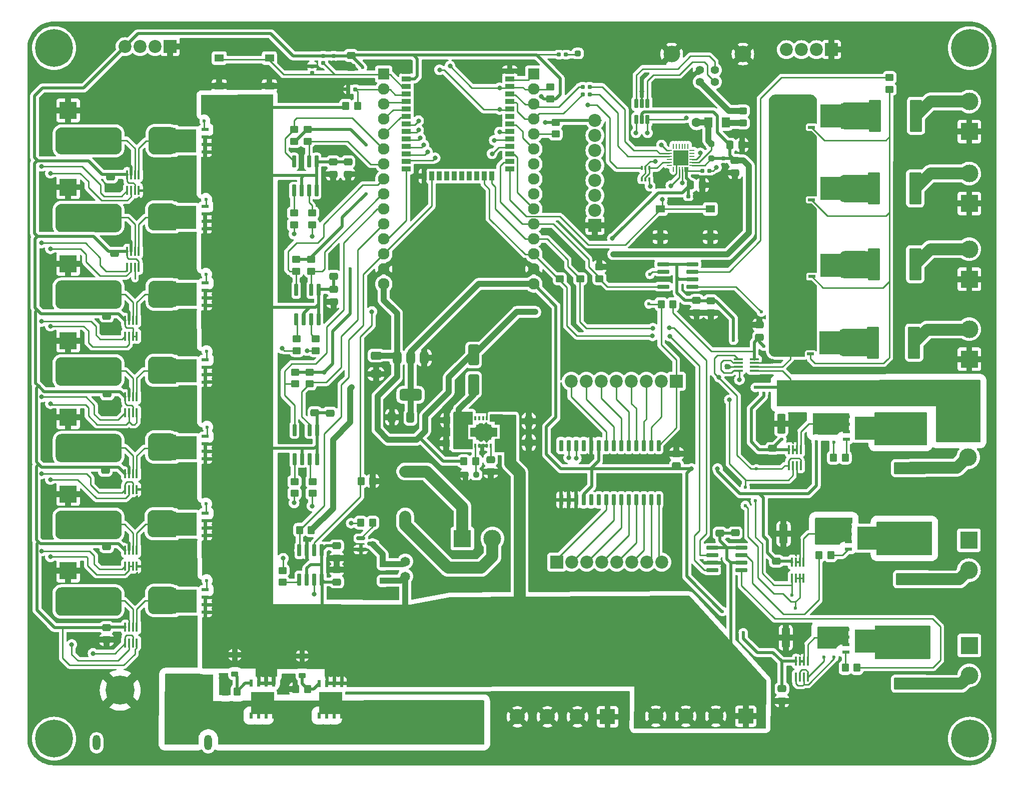
<source format=gbr>
%TF.GenerationSoftware,KiCad,Pcbnew,8.0.1*%
%TF.CreationDate,2025-12-10T18:54:54+01:00*%
%TF.ProjectId,PowerBox2.2 KICAD,506f7765-7242-46f7-9832-2e32204b4943,rev?*%
%TF.SameCoordinates,Original*%
%TF.FileFunction,Copper,L1,Top*%
%TF.FilePolarity,Positive*%
%FSLAX46Y46*%
G04 Gerber Fmt 4.6, Leading zero omitted, Abs format (unit mm)*
G04 Created by KiCad (PCBNEW 8.0.1) date 2025-12-10 18:54:54*
%MOMM*%
%LPD*%
G01*
G04 APERTURE LIST*
G04 Aperture macros list*
%AMRoundRect*
0 Rectangle with rounded corners*
0 $1 Rounding radius*
0 $2 $3 $4 $5 $6 $7 $8 $9 X,Y pos of 4 corners*
0 Add a 4 corners polygon primitive as box body*
4,1,4,$2,$3,$4,$5,$6,$7,$8,$9,$2,$3,0*
0 Add four circle primitives for the rounded corners*
1,1,$1+$1,$2,$3*
1,1,$1+$1,$4,$5*
1,1,$1+$1,$6,$7*
1,1,$1+$1,$8,$9*
0 Add four rect primitives between the rounded corners*
20,1,$1+$1,$2,$3,$4,$5,0*
20,1,$1+$1,$4,$5,$6,$7,0*
20,1,$1+$1,$6,$7,$8,$9,0*
20,1,$1+$1,$8,$9,$2,$3,0*%
%AMFreePoly0*
4,1,13,0.750000,1.250000,1.250000,1.250000,1.250000,-1.250000,0.750000,-1.250000,0.750000,-2.300000,-0.750000,-2.300000,-0.750000,-1.250000,-1.250000,-1.250000,-1.250000,1.250000,-0.750000,1.250000,-0.750000,2.300000,0.750000,2.300000,0.750000,1.250000,0.750000,1.250000,$1*%
G04 Aperture macros list end*
%TA.AperFunction,SMDPad,CuDef*%
%ADD10RoundRect,0.100000X-0.100000X0.225000X-0.100000X-0.225000X0.100000X-0.225000X0.100000X0.225000X0*%
%TD*%
%TA.AperFunction,SMDPad,CuDef*%
%ADD11RoundRect,0.249999X-0.450001X-1.425001X0.450001X-1.425001X0.450001X1.425001X-0.450001X1.425001X0*%
%TD*%
%TA.AperFunction,SMDPad,CuDef*%
%ADD12RoundRect,0.162500X-0.162500X0.617500X-0.162500X-0.617500X0.162500X-0.617500X0.162500X0.617500X0*%
%TD*%
%TA.AperFunction,SMDPad,CuDef*%
%ADD13RoundRect,0.250000X-0.450000X0.350000X-0.450000X-0.350000X0.450000X-0.350000X0.450000X0.350000X0*%
%TD*%
%TA.AperFunction,ComponentPad*%
%ADD14R,3.000000X3.000000*%
%TD*%
%TA.AperFunction,ComponentPad*%
%ADD15C,3.000000*%
%TD*%
%TA.AperFunction,SMDPad,CuDef*%
%ADD16RoundRect,0.250000X0.350000X0.450000X-0.350000X0.450000X-0.350000X-0.450000X0.350000X-0.450000X0*%
%TD*%
%TA.AperFunction,SMDPad,CuDef*%
%ADD17RoundRect,0.250000X0.450000X-0.350000X0.450000X0.350000X-0.450000X0.350000X-0.450000X-0.350000X0*%
%TD*%
%TA.AperFunction,SMDPad,CuDef*%
%ADD18RoundRect,0.225000X-0.375000X0.225000X-0.375000X-0.225000X0.375000X-0.225000X0.375000X0.225000X0*%
%TD*%
%TA.AperFunction,SMDPad,CuDef*%
%ADD19RoundRect,0.160000X-0.197500X-0.160000X0.197500X-0.160000X0.197500X0.160000X-0.197500X0.160000X0*%
%TD*%
%TA.AperFunction,SMDPad,CuDef*%
%ADD20RoundRect,0.155000X-0.155000X0.212500X-0.155000X-0.212500X0.155000X-0.212500X0.155000X0.212500X0*%
%TD*%
%TA.AperFunction,SMDPad,CuDef*%
%ADD21RoundRect,0.100000X-0.100000X0.680000X-0.100000X-0.680000X0.100000X-0.680000X0.100000X0.680000X0*%
%TD*%
%TA.AperFunction,ComponentPad*%
%ADD22C,0.800000*%
%TD*%
%TA.AperFunction,ComponentPad*%
%ADD23C,6.400000*%
%TD*%
%TA.AperFunction,SMDPad,CuDef*%
%ADD24RoundRect,0.250001X-2.474999X0.799999X-2.474999X-0.799999X2.474999X-0.799999X2.474999X0.799999X0*%
%TD*%
%TA.AperFunction,ComponentPad*%
%ADD25C,4.916000*%
%TD*%
%TA.AperFunction,ComponentPad*%
%ADD26R,4.916000X4.916000*%
%TD*%
%TA.AperFunction,ComponentPad*%
%ADD27O,1.300000X2.600000*%
%TD*%
%TA.AperFunction,ComponentPad*%
%ADD28R,2.200000X2.200000*%
%TD*%
%TA.AperFunction,ComponentPad*%
%ADD29C,2.200000*%
%TD*%
%TA.AperFunction,SMDPad,CuDef*%
%ADD30RoundRect,0.155000X0.155000X-0.212500X0.155000X0.212500X-0.155000X0.212500X-0.155000X-0.212500X0*%
%TD*%
%TA.AperFunction,SMDPad,CuDef*%
%ADD31RoundRect,0.050000X-0.200000X0.650000X-0.200000X-0.650000X0.200000X-0.650000X0.200000X0.650000X0*%
%TD*%
%TA.AperFunction,SMDPad,CuDef*%
%ADD32RoundRect,0.050050X-0.124950X0.299950X-0.124950X-0.299950X0.124950X-0.299950X0.124950X0.299950X0*%
%TD*%
%TA.AperFunction,ComponentPad*%
%ADD33C,0.500000*%
%TD*%
%TA.AperFunction,SMDPad,CuDef*%
%ADD34FreePoly0,270.000000*%
%TD*%
%TA.AperFunction,SMDPad,CuDef*%
%ADD35RoundRect,0.250000X0.300000X-0.300000X0.300000X0.300000X-0.300000X0.300000X-0.300000X-0.300000X0*%
%TD*%
%TA.AperFunction,SMDPad,CuDef*%
%ADD36RoundRect,0.250000X-0.412500X-0.650000X0.412500X-0.650000X0.412500X0.650000X-0.412500X0.650000X0*%
%TD*%
%TA.AperFunction,SMDPad,CuDef*%
%ADD37RoundRect,0.042000X-0.258000X0.943000X-0.258000X-0.943000X0.258000X-0.943000X0.258000X0.943000X0*%
%TD*%
%TA.AperFunction,SMDPad,CuDef*%
%ADD38RoundRect,0.250000X-0.475000X0.337500X-0.475000X-0.337500X0.475000X-0.337500X0.475000X0.337500X0*%
%TD*%
%TA.AperFunction,SMDPad,CuDef*%
%ADD39RoundRect,0.250000X-0.650000X1.500000X-0.650000X-1.500000X0.650000X-1.500000X0.650000X1.500000X0*%
%TD*%
%TA.AperFunction,SMDPad,CuDef*%
%ADD40RoundRect,0.160000X0.197500X0.160000X-0.197500X0.160000X-0.197500X-0.160000X0.197500X-0.160000X0*%
%TD*%
%TA.AperFunction,SMDPad,CuDef*%
%ADD41R,1.270000X0.610000*%
%TD*%
%TA.AperFunction,SMDPad,CuDef*%
%ADD42R,3.810000X3.910000*%
%TD*%
%TA.AperFunction,SMDPad,CuDef*%
%ADD43R,1.020000X0.610000*%
%TD*%
%TA.AperFunction,SMDPad,CuDef*%
%ADD44RoundRect,0.250000X0.475000X-0.337500X0.475000X0.337500X-0.475000X0.337500X-0.475000X-0.337500X0*%
%TD*%
%TA.AperFunction,SMDPad,CuDef*%
%ADD45RoundRect,0.250000X-0.350000X-0.450000X0.350000X-0.450000X0.350000X0.450000X-0.350000X0.450000X0*%
%TD*%
%TA.AperFunction,SMDPad,CuDef*%
%ADD46RoundRect,0.042000X-0.943000X-0.258000X0.943000X-0.258000X0.943000X0.258000X-0.943000X0.258000X0*%
%TD*%
%TA.AperFunction,SMDPad,CuDef*%
%ADD47RoundRect,0.250000X-0.650000X0.412500X-0.650000X-0.412500X0.650000X-0.412500X0.650000X0.412500X0*%
%TD*%
%TA.AperFunction,SMDPad,CuDef*%
%ADD48RoundRect,0.250001X0.799999X2.474999X-0.799999X2.474999X-0.799999X-2.474999X0.799999X-2.474999X0*%
%TD*%
%TA.AperFunction,SMDPad,CuDef*%
%ADD49R,1.550000X1.300000*%
%TD*%
%TA.AperFunction,SMDPad,CuDef*%
%ADD50RoundRect,0.249999X0.450001X1.425001X-0.450001X1.425001X-0.450001X-1.425001X0.450001X-1.425001X0*%
%TD*%
%TA.AperFunction,SMDPad,CuDef*%
%ADD51RoundRect,0.250000X0.337500X0.475000X-0.337500X0.475000X-0.337500X-0.475000X0.337500X-0.475000X0*%
%TD*%
%TA.AperFunction,SMDPad,CuDef*%
%ADD52RoundRect,0.375000X-0.375000X0.625000X-0.375000X-0.625000X0.375000X-0.625000X0.375000X0.625000X0*%
%TD*%
%TA.AperFunction,SMDPad,CuDef*%
%ADD53RoundRect,0.500000X-1.400000X0.500000X-1.400000X-0.500000X1.400000X-0.500000X1.400000X0.500000X0*%
%TD*%
%TA.AperFunction,ComponentPad*%
%ADD54C,1.422400*%
%TD*%
%TA.AperFunction,ComponentPad*%
%ADD55C,2.819400*%
%TD*%
%TA.AperFunction,SMDPad,CuDef*%
%ADD56RoundRect,0.155000X-0.212500X-0.155000X0.212500X-0.155000X0.212500X0.155000X-0.212500X0.155000X0*%
%TD*%
%TA.AperFunction,SMDPad,CuDef*%
%ADD57RoundRect,0.160000X-0.160000X0.197500X-0.160000X-0.197500X0.160000X-0.197500X0.160000X0.197500X0*%
%TD*%
%TA.AperFunction,SMDPad,CuDef*%
%ADD58RoundRect,0.062500X0.062500X-0.350000X0.062500X0.350000X-0.062500X0.350000X-0.062500X-0.350000X0*%
%TD*%
%TA.AperFunction,SMDPad,CuDef*%
%ADD59RoundRect,0.062500X0.350000X-0.062500X0.350000X0.062500X-0.350000X0.062500X-0.350000X-0.062500X0*%
%TD*%
%TA.AperFunction,HeatsinkPad*%
%ADD60R,2.600000X2.600000*%
%TD*%
%TA.AperFunction,ComponentPad*%
%ADD61R,1.930000X1.930000*%
%TD*%
%TA.AperFunction,ComponentPad*%
%ADD62C,1.930000*%
%TD*%
%TA.AperFunction,SMDPad,CuDef*%
%ADD63R,0.610000X1.270000*%
%TD*%
%TA.AperFunction,SMDPad,CuDef*%
%ADD64R,3.910000X3.810000*%
%TD*%
%TA.AperFunction,SMDPad,CuDef*%
%ADD65R,0.610000X1.020000*%
%TD*%
%TA.AperFunction,SMDPad,CuDef*%
%ADD66RoundRect,0.090000X-0.210000X0.865000X-0.210000X-0.865000X0.210000X-0.865000X0.210000X0.865000X0*%
%TD*%
%TA.AperFunction,SMDPad,CuDef*%
%ADD67RoundRect,0.250000X-0.337500X-0.475000X0.337500X-0.475000X0.337500X0.475000X-0.337500X0.475000X0*%
%TD*%
%TA.AperFunction,SMDPad,CuDef*%
%ADD68RoundRect,0.249999X-1.425001X0.450001X-1.425001X-0.450001X1.425001X-0.450001X1.425001X0.450001X0*%
%TD*%
%TA.AperFunction,ComponentPad*%
%ADD69R,2.600000X2.600000*%
%TD*%
%TA.AperFunction,ComponentPad*%
%ADD70C,2.600000*%
%TD*%
%TA.AperFunction,SMDPad,CuDef*%
%ADD71RoundRect,0.250000X0.250000X-0.250000X0.250000X0.250000X-0.250000X0.250000X-0.250000X-0.250000X0*%
%TD*%
%TA.AperFunction,SMDPad,CuDef*%
%ADD72RoundRect,0.250000X0.412500X0.650000X-0.412500X0.650000X-0.412500X-0.650000X0.412500X-0.650000X0*%
%TD*%
%TA.AperFunction,SMDPad,CuDef*%
%ADD73RoundRect,0.237500X0.287500X0.237500X-0.287500X0.237500X-0.287500X-0.237500X0.287500X-0.237500X0*%
%TD*%
%TA.AperFunction,SMDPad,CuDef*%
%ADD74RoundRect,0.250001X0.462499X0.624999X-0.462499X0.624999X-0.462499X-0.624999X0.462499X-0.624999X0*%
%TD*%
%TA.AperFunction,SMDPad,CuDef*%
%ADD75RoundRect,0.237500X0.250000X0.237500X-0.250000X0.237500X-0.250000X-0.237500X0.250000X-0.237500X0*%
%TD*%
%TA.AperFunction,SMDPad,CuDef*%
%ADD76RoundRect,0.250000X-0.450000X0.325000X-0.450000X-0.325000X0.450000X-0.325000X0.450000X0.325000X0*%
%TD*%
%TA.AperFunction,SMDPad,CuDef*%
%ADD77RoundRect,0.100000X0.680000X0.100000X-0.680000X0.100000X-0.680000X-0.100000X0.680000X-0.100000X0*%
%TD*%
%TA.AperFunction,ComponentPad*%
%ADD78C,1.650000*%
%TD*%
%TA.AperFunction,SMDPad,CuDef*%
%ADD79R,1.500000X0.900000*%
%TD*%
%TA.AperFunction,SMDPad,CuDef*%
%ADD80R,0.900000X1.500000*%
%TD*%
%TA.AperFunction,SMDPad,CuDef*%
%ADD81RoundRect,0.150000X-0.587500X-0.150000X0.587500X-0.150000X0.587500X0.150000X-0.587500X0.150000X0*%
%TD*%
%TA.AperFunction,ViaPad*%
%ADD82C,0.800000*%
%TD*%
%TA.AperFunction,ViaPad*%
%ADD83C,0.600000*%
%TD*%
%TA.AperFunction,ViaPad*%
%ADD84C,1.600000*%
%TD*%
%TA.AperFunction,Conductor*%
%ADD85C,0.254000*%
%TD*%
%TA.AperFunction,Conductor*%
%ADD86C,0.500000*%
%TD*%
%TA.AperFunction,Conductor*%
%ADD87C,0.250000*%
%TD*%
%TA.AperFunction,Conductor*%
%ADD88C,1.000000*%
%TD*%
%TA.AperFunction,Conductor*%
%ADD89C,2.000000*%
%TD*%
G04 APERTURE END LIST*
D10*
%TO.P,Q14,1,E1*%
%TO.N,/DTR*%
X177750000Y-67312500D03*
%TO.P,Q14,2,B1*%
%TO.N,/RTS*%
X177100000Y-67312500D03*
%TO.P,Q14,3,C2*%
%TO.N,/EN*%
X176450000Y-67312500D03*
%TO.P,Q14,4,E2*%
%TO.N,/RTS*%
X176450000Y-69212500D03*
%TO.P,Q14,5,B2*%
%TO.N,/DTR*%
X177100000Y-69212500D03*
%TO.P,Q14,6,C1*%
%TO.N,/IO0*%
X177750000Y-69212500D03*
%TD*%
D11*
%TO.P,R8,1*%
%TO.N,Net-(J23-Pin_2)*%
X87600000Y-75695000D03*
%TO.P,R8,2*%
%TO.N,D*%
X93700000Y-75695000D03*
%TD*%
D12*
%TO.P,U13,1,I/O1*%
%TO.N,/D-con*%
X177450000Y-56412500D03*
%TO.P,U13,2,GND*%
%TO.N,GND*%
X176500000Y-56412500D03*
%TO.P,U13,3,I/O2*%
%TO.N,/D+con*%
X175550000Y-56412500D03*
%TO.P,U13,4,I/O2*%
%TO.N,/D+*%
X175550000Y-59112500D03*
%TO.P,U13,5,VBUS*%
%TO.N,+5V*%
X176500000Y-59112500D03*
%TO.P,U13,6,I/O1*%
%TO.N,/D-*%
X177450000Y-59112500D03*
%TD*%
D11*
%TO.P,R14,1*%
%TO.N,Net-(J12-Pin_2)*%
X87600000Y-101695000D03*
%TO.P,R14,2*%
%TO.N,D*%
X93700000Y-101695000D03*
%TD*%
D13*
%TO.P,R53,1*%
%TO.N,+3.3V*%
X117979000Y-82816000D03*
%TO.P,R53,2*%
%TO.N,/OUT3*%
X117979000Y-84816000D03*
%TD*%
D14*
%TO.P,J12,1,Pin_1*%
%TO.N,GND*%
X79400000Y-96560000D03*
D15*
%TO.P,J12,2,Pin_2*%
%TO.N,Net-(J12-Pin_2)*%
X79400000Y-101640000D03*
%TD*%
D13*
%TO.P,R61,1*%
%TO.N,Net-(Q12-G)*%
X115650000Y-135500000D03*
%TO.P,R61,2*%
%TO.N,Net-(U29-OUTB)*%
X115650000Y-137500000D03*
%TD*%
D16*
%TO.P,R12,1*%
%TO.N,Net-(U1-OUTB)*%
X212900000Y-152000000D03*
%TO.P,R12,2*%
%TO.N,Net-(Q1-G)*%
X210900000Y-152000000D03*
%TD*%
D17*
%TO.P,R41,1*%
%TO.N,+3.3V*%
X117614000Y-62800000D03*
%TO.P,R41,2*%
%TO.N,/OUT1*%
X117614000Y-60800000D03*
%TD*%
D18*
%TO.P,D2,1,K*%
%TO.N,+12V*%
X107600000Y-149800000D03*
%TO.P,D2,2,A*%
%TO.N,Net-(D2-A)*%
X107600000Y-153100000D03*
%TD*%
D11*
%TO.P,R16,1*%
%TO.N,GND*%
X200476000Y-129301000D03*
%TO.P,R16,2*%
%TO.N,Net-(U18-IN+)*%
X206576000Y-129301000D03*
%TD*%
D19*
%TO.P,R37,1*%
%TO.N,+3.3V*%
X162452500Y-48100000D03*
%TO.P,R37,2*%
%TO.N,Net-(D1-A)*%
X163647500Y-48100000D03*
%TD*%
D13*
%TO.P,R11,1*%
%TO.N,GND*%
X162600000Y-84100000D03*
%TO.P,R11,2*%
%TO.N,/PWM1*%
X162600000Y-86100000D03*
%TD*%
%TO.P,R52,1*%
%TO.N,+3.3V*%
X120519000Y-82800000D03*
%TO.P,R52,2*%
%TO.N,/OUT4*%
X120519000Y-84800000D03*
%TD*%
D20*
%TO.P,C50,1*%
%TO.N,+3.3V*%
X124300000Y-48315000D03*
%TO.P,C50,2*%
%TO.N,GND*%
X124300000Y-49450000D03*
%TD*%
D21*
%TO.P,U10,1,IN+*%
%TO.N,D*%
X91010000Y-132095000D03*
%TO.P,U10,2,IN-*%
%TO.N,Net-(J14-Pin_2)*%
X90360000Y-132095000D03*
%TO.P,U10,3,GND*%
%TO.N,GND*%
X89700000Y-132095000D03*
%TO.P,U10,4,VS*%
%TO.N,+3.3V*%
X89050000Y-132095000D03*
%TO.P,U10,5,SCL*%
%TO.N,/I2C-SCL*%
X89050000Y-134795000D03*
%TO.P,U10,6,SDA*%
%TO.N,/I2C-SDA*%
X89700000Y-134795000D03*
%TO.P,U10,7,A0*%
X90360000Y-134795000D03*
%TO.P,U10,8,A1*%
%TO.N,GND*%
X91010000Y-134795000D03*
%TD*%
D22*
%TO.P,H6,1,1*%
%TO.N,unconnected-(H6-Pad1)_2*%
X229600000Y-47000000D03*
%TO.N,unconnected-(H6-Pad1)_1*%
X230302944Y-45302944D03*
%TO.N,unconnected-(H6-Pad1)_4*%
X230302944Y-48697056D03*
%TO.N,unconnected-(H6-Pad1)_5*%
X232000000Y-44600000D03*
D23*
%TO.N,unconnected-(H6-Pad1)*%
X232000000Y-47000000D03*
D22*
%TO.N,unconnected-(H6-Pad1)_6*%
X232000000Y-49400000D03*
%TO.N,unconnected-(H6-Pad1)_0*%
X233697056Y-45302944D03*
%TO.N,unconnected-(H6-Pad1)_7*%
X233697056Y-48697056D03*
%TO.N,unconnected-(H6-Pad1)_3*%
X234400000Y-47000000D03*
%TD*%
D14*
%TO.P,J7,1,Pin_1*%
%TO.N,GND*%
X231900000Y-99700000D03*
D15*
%TO.P,J7,2,Pin_2*%
%TO.N,Net-(J7-Pin_2)*%
X231900000Y-94620000D03*
%TD*%
D13*
%TO.P,R46,1*%
%TO.N,+3.3V*%
X120240000Y-101900000D03*
%TO.P,R46,2*%
%TO.N,/OUT6*%
X120240000Y-103900000D03*
%TD*%
D24*
%TO.P,F1,1*%
%TO.N,Net-(F1-Pad1)*%
X221900000Y-147725000D03*
%TO.P,F1,2*%
%TO.N,Net-(F1-Pad2)*%
X221900000Y-154675000D03*
%TD*%
D25*
%TO.P,J24,N,NEG*%
%TO.N,GND*%
X88200000Y-155800000D03*
D26*
%TO.P,J24,P,POS*%
%TO.N,/U12V*%
X99100000Y-155800000D03*
D27*
%TO.P,J24,S1*%
%TO.N,N/C*%
X103100000Y-164700000D03*
%TO.P,J24,S2*%
X84200000Y-164700000D03*
%TD*%
D28*
%TO.P,J6,1,Pin_1*%
%TO.N,GND*%
X96650000Y-46750000D03*
D29*
%TO.P,J6,2,Pin_2*%
%TO.N,/I2C-SDA*%
X94110000Y-46750000D03*
%TO.P,J6,3,Pin_3*%
%TO.N,/I2C-SCL*%
X91570000Y-46750000D03*
%TO.P,J6,4,Pin_4*%
%TO.N,+3.3V*%
X89030000Y-46750000D03*
%TD*%
D30*
%TO.P,C39,1*%
%TO.N,/EN*%
X120650000Y-51217500D03*
%TO.P,C39,2*%
%TO.N,GND*%
X120650000Y-50082500D03*
%TD*%
D14*
%TO.P,J13,1,Pin_1*%
%TO.N,GND*%
X79400000Y-83560000D03*
D15*
%TO.P,J13,2,Pin_2*%
%TO.N,Net-(J13-Pin_2)*%
X79400000Y-88640000D03*
%TD*%
D21*
%TO.P,U16,1,IN+*%
%TO.N,D*%
X91010000Y-145095000D03*
%TO.P,U16,2,IN-*%
%TO.N,Net-(J17-Pin_2)*%
X90360000Y-145095000D03*
%TO.P,U16,3,GND*%
%TO.N,GND*%
X89700000Y-145095000D03*
%TO.P,U16,4,VS*%
%TO.N,+3.3V*%
X89050000Y-145095000D03*
%TO.P,U16,5,SCL*%
%TO.N,/I2C-SCL*%
X89050000Y-147795000D03*
%TO.P,U16,6,SDA*%
%TO.N,/I2C-SDA*%
X89700000Y-147795000D03*
%TO.P,U16,7,A0*%
%TO.N,/I2C-SCL*%
X90360000Y-147795000D03*
%TO.P,U16,8,A1*%
%TO.N,+3.3V*%
X91010000Y-147795000D03*
%TD*%
D31*
%TO.P,U22,1,VIN*%
%TO.N,+12V*%
X151895000Y-110050000D03*
D32*
%TO.P,U22,2,EN*%
X150920000Y-109700000D03*
%TO.P,U22,3,PGND*%
%TO.N,GND*%
X150270000Y-109700000D03*
%TO.P,U22,4,DNC*%
%TO.N,unconnected-(U22-DNC-Pad4)*%
X149620000Y-109700000D03*
%TO.P,U22,5,DNC*%
%TO.N,unconnected-(U22-DNC-Pad5)*%
X148970000Y-109700000D03*
%TO.P,U22,6,PGOOD*%
%TO.N,unconnected-(U22-PGOOD-Pad6)*%
X148320000Y-109700000D03*
D31*
%TO.P,U22,7,VOUT*%
%TO.N,Net-(D6-A)*%
X147595000Y-110050000D03*
%TO.P,U22,8,VOUT*%
X147595000Y-114050000D03*
D32*
%TO.P,U22,9,FB*%
%TO.N,Net-(U22-FB)*%
X148320000Y-114400000D03*
%TO.P,U22,10,PGND*%
%TO.N,GND*%
X148970000Y-114400000D03*
%TO.P,U22,11,PGND*%
X149620000Y-114400000D03*
%TO.P,U22,12,AGND*%
X150270000Y-114400000D03*
%TO.P,U22,13,V5V*%
%TO.N,Net-(U22-V5V)*%
X150920000Y-114400000D03*
D31*
%TO.P,U22,14,VIN*%
%TO.N,+12V*%
X151895000Y-114050000D03*
D33*
%TO.P,U22,15,PGND*%
%TO.N,GND*%
X150700000Y-111100000D03*
X149750000Y-111100000D03*
X148800000Y-111100000D03*
X151650000Y-112050000D03*
X150700000Y-112050000D03*
X149750000Y-112050000D03*
D34*
X149750000Y-112050000D03*
D33*
X148800000Y-112050000D03*
X147850000Y-112050000D03*
X150700000Y-113000000D03*
X149750000Y-113000000D03*
X148800000Y-113000000D03*
%TD*%
D14*
%TO.P,J17,1,Pin_1*%
%TO.N,GND*%
X79400000Y-135560000D03*
D15*
%TO.P,J17,2,Pin_2*%
%TO.N,Net-(J17-Pin_2)*%
X79400000Y-140640000D03*
%TD*%
D14*
%TO.P,J19,1,Pin_1*%
%TO.N,GND*%
X231900000Y-73324000D03*
D15*
%TO.P,J19,2,Pin_2*%
%TO.N,Net-(J19-Pin_2)*%
X231900000Y-68244000D03*
%TD*%
D35*
%TO.P,D5,1,K*%
%TO.N,+12V*%
X132650000Y-137250000D03*
%TO.P,D5,2,A*%
%TO.N,Net-(D5-A)*%
X132650000Y-134450000D03*
%TD*%
D36*
%TO.P,C3,1*%
%TO.N,+12V*%
X154237500Y-113850000D03*
%TO.P,C3,2*%
%TO.N,GND*%
X157362500Y-113850000D03*
%TD*%
D14*
%TO.P,J3,1*%
%TO.N,+12V*%
X231838000Y-130385000D03*
D15*
%TO.P,J3,2*%
%TO.N,Net-(F2-Pad2)*%
X231838000Y-135465000D03*
%TD*%
D37*
%TO.P,U20,1,ENBA*%
%TO.N,+12V*%
X121424000Y-66191000D03*
%TO.P,U20,2,INA*%
%TO.N,/OUT2*%
X120154000Y-66191000D03*
%TO.P,U20,3,GND*%
%TO.N,GND*%
X118884000Y-66191000D03*
%TO.P,U20,4,INB*%
%TO.N,/OUT1*%
X117614000Y-66191000D03*
%TO.P,U20,5,OUTB*%
%TO.N,Net-(U20-OUTB)*%
X117614000Y-71131000D03*
%TO.P,U20,6,VDD*%
%TO.N,+12V*%
X118884000Y-71131000D03*
%TO.P,U20,7,OUTA*%
%TO.N,Net-(U20-OUTA)*%
X120154000Y-71131000D03*
%TO.P,U20,8,ENBB*%
%TO.N,+12V*%
X121424000Y-71131000D03*
%TD*%
D38*
%TO.P,C30,1*%
%TO.N,+12V*%
X185750000Y-89750000D03*
%TO.P,C30,2*%
%TO.N,GND*%
X185750000Y-91825000D03*
%TD*%
D20*
%TO.P,C52,1*%
%TO.N,+5V*%
X190250000Y-65677500D03*
%TO.P,C52,2*%
%TO.N,GND*%
X190250000Y-66812500D03*
%TD*%
D39*
%TO.P,D6,1,K*%
%TO.N,+5V*%
X148000000Y-99000000D03*
%TO.P,D6,2,A*%
%TO.N,Net-(D6-A)*%
X148000000Y-104000000D03*
%TD*%
D17*
%TO.P,R48,1*%
%TO.N,Net-(Q9-G)*%
X120748000Y-122454000D03*
%TO.P,R48,2*%
%TO.N,Net-(U23-OUTA)*%
X120748000Y-120454000D03*
%TD*%
D40*
%TO.P,R36,1*%
%TO.N,Net-(U14-RXD)*%
X167650000Y-53550000D03*
%TO.P,R36,2*%
%TO.N,/UART-TX*%
X166455000Y-53550000D03*
%TD*%
D41*
%TO.P,Q17,1,S*%
%TO.N,/PON*%
X205230000Y-81895000D03*
%TO.P,Q17,2,S*%
X205230000Y-83165000D03*
%TO.P,Q17,3,S*%
X205230000Y-84435000D03*
%TO.P,Q17,4,G*%
%TO.N,Net-(Q16-G)*%
X205230000Y-85705000D03*
D42*
%TO.P,Q17,5,D*%
%TO.N,D*%
X208590000Y-83800000D03*
D43*
X210695000Y-81895000D03*
%TO.P,Q17,6,D*%
X210695000Y-83165000D03*
%TO.P,Q17,7,D*%
X210695000Y-84435000D03*
%TO.P,Q17,8,D*%
X210695000Y-85705000D03*
%TD*%
D38*
%TO.P,C16,1*%
%TO.N,+3.3V*%
X85700000Y-118500000D03*
%TO.P,C16,2*%
%TO.N,GND*%
X85700000Y-120575000D03*
%TD*%
D44*
%TO.P,C34,1*%
%TO.N,+12V*%
X123700000Y-108825000D03*
%TO.P,C34,2*%
%TO.N,GND*%
X123700000Y-106750000D03*
%TD*%
D45*
%TO.P,R28,1*%
%TO.N,/OUT8*%
X128950000Y-120350000D03*
%TO.P,R28,2*%
%TO.N,GND*%
X130950000Y-120350000D03*
%TD*%
D41*
%TO.P,Q10,1,S*%
%TO.N,+12V*%
X102600000Y-116600000D03*
%TO.P,Q10,2,S*%
X102600000Y-115330000D03*
%TO.P,Q10,3,S*%
X102600000Y-114060000D03*
%TO.P,Q10,4,G*%
%TO.N,Net-(Q10-G)*%
X102600000Y-112790000D03*
D42*
%TO.P,Q10,5,D*%
%TO.N,D*%
X99240000Y-114695000D03*
D43*
X97135000Y-116600000D03*
%TO.P,Q10,6,D*%
X97135000Y-115330000D03*
%TO.P,Q10,7,D*%
X97135000Y-114060000D03*
%TO.P,Q10,8,D*%
X97135000Y-112790000D03*
%TD*%
D22*
%TO.P,H8,1,1*%
%TO.N,unconnected-(H8-Pad1)_1*%
X229600000Y-164000000D03*
%TO.N,unconnected-(H8-Pad1)*%
X230302944Y-162302944D03*
%TO.N,unconnected-(H8-Pad1)_0*%
X230302944Y-165697056D03*
%TO.N,unconnected-(H8-Pad1)_4*%
X232000000Y-161600000D03*
D23*
%TO.N,unconnected-(H8-Pad1)_3*%
X232000000Y-164000000D03*
D22*
%TO.N,unconnected-(H8-Pad1)_2*%
X232000000Y-166400000D03*
%TO.N,unconnected-(H8-Pad1)_5*%
X233697056Y-162302944D03*
%TO.N,unconnected-(H8-Pad1)_7*%
X233697056Y-165697056D03*
%TO.N,unconnected-(H8-Pad1)_6*%
X234400000Y-164000000D03*
%TD*%
D38*
%TO.P,C19,1*%
%TO.N,+3.3V*%
X199250000Y-133912500D03*
%TO.P,C19,2*%
%TO.N,GND*%
X199250000Y-135987500D03*
%TD*%
D28*
%TO.P,J9,1,Pin_1*%
%TO.N,GND*%
X168550000Y-77050000D03*
D29*
%TO.P,J9,2,Pin_2*%
%TO.N,/ETH-INT*%
X168550000Y-74510000D03*
%TO.P,J9,3,Pin_3*%
%TO.N,/ETH-RST*%
X168550000Y-71970000D03*
%TO.P,J9,4,Pin_4*%
%TO.N,/SPI-SS*%
X168550000Y-69430000D03*
%TO.P,J9,5,Pin_5*%
%TO.N,/SPI-SCK*%
X168550000Y-66890000D03*
%TO.P,J9,6,Pin_6*%
%TO.N,/SPI-MISO*%
X168550000Y-64350000D03*
%TO.P,J9,7,Pin_7*%
%TO.N,/SPI-MOSI*%
X168550000Y-61810000D03*
%TO.P,J9,8,Pin_8*%
%TO.N,+3.3V*%
X168550000Y-59270000D03*
%TD*%
D41*
%TO.P,Q6,1,S*%
%TO.N,+12V*%
X102570000Y-64600000D03*
%TO.P,Q6,2,S*%
X102570000Y-63330000D03*
%TO.P,Q6,3,S*%
X102570000Y-62060000D03*
%TO.P,Q6,4,G*%
%TO.N,Net-(Q6-G)*%
X102570000Y-60790000D03*
D42*
%TO.P,Q6,5,D*%
%TO.N,D*%
X99210000Y-62695000D03*
D43*
X97105000Y-64600000D03*
%TO.P,Q6,6,D*%
X97105000Y-63330000D03*
%TO.P,Q6,7,D*%
X97105000Y-62060000D03*
%TO.P,Q6,8,D*%
X97105000Y-60790000D03*
%TD*%
D46*
%TO.P,U1,1,ENBA*%
%TO.N,+12V*%
X188410000Y-131670000D03*
%TO.P,U1,2,INA*%
%TO.N,/PWM2*%
X188410000Y-132940000D03*
%TO.P,U1,3,GND*%
%TO.N,GND*%
X188410000Y-134210000D03*
%TO.P,U1,4,INB*%
%TO.N,/PWM1*%
X188410000Y-135480000D03*
%TO.P,U1,5,OUTB*%
%TO.N,Net-(U1-OUTB)*%
X193350000Y-135480000D03*
%TO.P,U1,6,VDD*%
%TO.N,+12V*%
X193350000Y-134210000D03*
%TO.P,U1,7,OUTA*%
%TO.N,Net-(U1-OUTA)*%
X193350000Y-132940000D03*
%TO.P,U1,8,ENBB*%
%TO.N,+12V*%
X193350000Y-131670000D03*
%TD*%
D38*
%TO.P,C22,1*%
%TO.N,+12V*%
X124329000Y-87902999D03*
%TO.P,C22,2*%
%TO.N,GND*%
X124329000Y-89977999D03*
%TD*%
D21*
%TO.P,U18,1,IN+*%
%TO.N,Net-(U18-IN+)*%
X203860000Y-134100000D03*
%TO.P,U18,2,IN-*%
%TO.N,GND*%
X203210000Y-134100000D03*
%TO.P,U18,3,GND*%
X202550000Y-134100000D03*
%TO.P,U18,4,VS*%
%TO.N,+3.3V*%
X201900000Y-134100000D03*
%TO.P,U18,5,SCL*%
%TO.N,/I2C-SCL*%
X201900000Y-136800000D03*
%TO.P,U18,6,SDA*%
%TO.N,/I2C-SDA*%
X202550000Y-136800000D03*
%TO.P,U18,7,A0*%
X203210000Y-136800000D03*
%TO.P,U18,8,A1*%
X203860000Y-136800000D03*
%TD*%
D38*
%TO.P,C8,1*%
%TO.N,+3.3V*%
X85900000Y-92400000D03*
%TO.P,C8,2*%
%TO.N,GND*%
X85900000Y-94475000D03*
%TD*%
%TO.P,C44,1*%
%TO.N,+3.3V*%
X127250000Y-48225000D03*
%TO.P,C44,2*%
%TO.N,GND*%
X127250000Y-50300000D03*
%TD*%
D47*
%TO.P,C56,1*%
%TO.N,+5V*%
X131500000Y-99087500D03*
%TO.P,C56,2*%
%TO.N,GND*%
X131500000Y-102212500D03*
%TD*%
D44*
%TO.P,C37,1*%
%TO.N,+3.3V*%
X196400000Y-95975000D03*
%TO.P,C37,2*%
%TO.N,GND*%
X196400000Y-93900000D03*
%TD*%
D40*
%TO.P,R2,1*%
%TO.N,/Vsense*%
X127994500Y-53975000D03*
%TO.P,R2,2*%
%TO.N,GND*%
X126799500Y-53975000D03*
%TD*%
D13*
%TO.P,R21,1*%
%TO.N,GND*%
X169300000Y-84050000D03*
%TO.P,R21,2*%
%TO.N,/PWM3*%
X169300000Y-86050000D03*
%TD*%
D44*
%TO.P,C4,1*%
%TO.N,+3.3V*%
X87250000Y-81787500D03*
%TO.P,C4,2*%
%TO.N,GND*%
X87250000Y-79712500D03*
%TD*%
D18*
%TO.P,D3,1,K*%
%TO.N,+12V*%
X119000000Y-150000000D03*
%TO.P,D3,2,A*%
%TO.N,Net-(D3-A)*%
X119000000Y-153300000D03*
%TD*%
D48*
%TO.P,F3,1*%
%TO.N,Net-(J18-Pin_2)*%
X222883000Y-58465000D03*
%TO.P,F3,2*%
%TO.N,D*%
X215933000Y-58465000D03*
%TD*%
D49*
%TO.P,SW2,1,A*%
%TO.N,GND*%
X113447000Y-53431000D03*
X104972000Y-53431000D03*
%TO.P,SW2,2,B*%
%TO.N,/EN*%
X113447000Y-48681000D03*
X104972000Y-48681000D03*
%TD*%
D14*
%TO.P,J14,1,Pin_1*%
%TO.N,GND*%
X79400000Y-122560000D03*
D15*
%TO.P,J14,2,Pin_2*%
%TO.N,Net-(J14-Pin_2)*%
X79400000Y-127640000D03*
%TD*%
D50*
%TO.P,R18,1*%
%TO.N,Net-(U21-IN+)*%
X206179000Y-110623000D03*
%TO.P,R18,2*%
%TO.N,GND*%
X200079000Y-110623000D03*
%TD*%
D51*
%TO.P,C7,1*%
%TO.N,Net-(D6-A)*%
X145450000Y-113975000D03*
%TO.P,C7,2*%
%TO.N,GND*%
X143375000Y-113975000D03*
%TD*%
D38*
%TO.P,C29,1*%
%TO.N,+12V*%
X188150000Y-89787500D03*
%TO.P,C29,2*%
%TO.N,GND*%
X188150000Y-91862500D03*
%TD*%
D48*
%TO.P,F6,1*%
%TO.N,Net-(J20-Pin_2)*%
X222756000Y-83611000D03*
%TO.P,F6,2*%
%TO.N,D*%
X215806000Y-83611000D03*
%TD*%
D41*
%TO.P,Q16,1,S*%
%TO.N,/PON*%
X205200000Y-56590000D03*
%TO.P,Q16,2,S*%
X205200000Y-57860000D03*
%TO.P,Q16,3,S*%
X205200000Y-59130000D03*
%TO.P,Q16,4,G*%
%TO.N,Net-(Q16-G)*%
X205200000Y-60400000D03*
D42*
%TO.P,Q16,5,D*%
%TO.N,D*%
X208560000Y-58495000D03*
D43*
X210665000Y-56590000D03*
%TO.P,Q16,6,D*%
X210665000Y-57860000D03*
%TO.P,Q16,7,D*%
X210665000Y-59130000D03*
%TO.P,Q16,8,D*%
X210665000Y-60400000D03*
%TD*%
D41*
%TO.P,Q8,1,S*%
%TO.N,+12V*%
X102600000Y-90600000D03*
%TO.P,Q8,2,S*%
X102600000Y-89330000D03*
%TO.P,Q8,3,S*%
X102600000Y-88060000D03*
%TO.P,Q8,4,G*%
%TO.N,Net-(Q8-G)*%
X102600000Y-86790000D03*
D42*
%TO.P,Q8,5,D*%
%TO.N,D*%
X99240000Y-88695000D03*
D43*
X97135000Y-90600000D03*
%TO.P,Q8,6,D*%
X97135000Y-89330000D03*
%TO.P,Q8,7,D*%
X97135000Y-88060000D03*
%TO.P,Q8,8,D*%
X97135000Y-86790000D03*
%TD*%
D45*
%TO.P,R33,1*%
%TO.N,+5V*%
X146375000Y-117000000D03*
%TO.P,R33,2*%
%TO.N,Net-(U22-FB)*%
X148375000Y-117000000D03*
%TD*%
D52*
%TO.P,U15,1,GND*%
%TO.N,GND*%
X139650000Y-99450000D03*
%TO.P,U15,2,VO*%
%TO.N,+3.3V*%
X137350000Y-99450000D03*
D53*
X137350000Y-105750000D03*
D52*
%TO.P,U15,3,VI*%
%TO.N,+5V*%
X135050000Y-99450000D03*
%TD*%
D41*
%TO.P,Q7,1,S*%
%TO.N,+12V*%
X102600000Y-103600000D03*
%TO.P,Q7,2,S*%
X102600000Y-102330000D03*
%TO.P,Q7,3,S*%
X102600000Y-101060000D03*
%TO.P,Q7,4,G*%
%TO.N,Net-(Q7-G)*%
X102600000Y-99790000D03*
D42*
%TO.P,Q7,5,D*%
%TO.N,D*%
X99240000Y-101695000D03*
D43*
X97135000Y-103600000D03*
%TO.P,Q7,6,D*%
X97135000Y-102330000D03*
%TO.P,Q7,7,D*%
X97135000Y-101060000D03*
%TO.P,Q7,8,D*%
X97135000Y-99790000D03*
%TD*%
D21*
%TO.P,U4,1,IN+*%
%TO.N,D*%
X91340000Y-68445000D03*
%TO.P,U4,2,IN-*%
%TO.N,Net-(J2-Pin_2)*%
X90690000Y-68445000D03*
%TO.P,U4,3,GND*%
%TO.N,GND*%
X90030000Y-68445000D03*
%TO.P,U4,4,VS*%
%TO.N,+3.3V*%
X89380000Y-68445000D03*
%TO.P,U4,5,SCL*%
%TO.N,/I2C-SCL*%
X89380000Y-71145000D03*
%TO.P,U4,6,SDA*%
%TO.N,/I2C-SDA*%
X90030000Y-71145000D03*
%TO.P,U4,7,A0*%
%TO.N,+3.3V*%
X90690000Y-71145000D03*
%TO.P,U4,8,A1*%
%TO.N,GND*%
X91340000Y-71145000D03*
%TD*%
D38*
%TO.P,C26,1*%
%TO.N,+12V*%
X126758000Y-66283500D03*
%TO.P,C26,2*%
%TO.N,GND*%
X126758000Y-68358500D03*
%TD*%
D21*
%TO.P,U3,1,IN+*%
%TO.N,D*%
X91340000Y-81445000D03*
%TO.P,U3,2,IN-*%
%TO.N,Net-(J23-Pin_2)*%
X90690000Y-81445000D03*
%TO.P,U3,3,GND*%
%TO.N,GND*%
X90030000Y-81445000D03*
%TO.P,U3,4,VS*%
%TO.N,+3.3V*%
X89380000Y-81445000D03*
%TO.P,U3,5,SCL*%
%TO.N,/I2C-SCL*%
X89380000Y-84145000D03*
%TO.P,U3,6,SDA*%
%TO.N,/I2C-SDA*%
X90030000Y-84145000D03*
%TO.P,U3,7,A0*%
%TO.N,/I2C-SCL*%
X90690000Y-84145000D03*
%TO.P,U3,8,A1*%
X91340000Y-84145000D03*
%TD*%
D41*
%TO.P,Q4,1,S*%
%TO.N,/PON*%
X205200000Y-68895000D03*
%TO.P,Q4,2,S*%
X205200000Y-70165000D03*
%TO.P,Q4,3,S*%
X205200000Y-71435000D03*
%TO.P,Q4,4,G*%
%TO.N,Net-(Q16-G)*%
X205200000Y-72705000D03*
D42*
%TO.P,Q4,5,D*%
%TO.N,D*%
X208560000Y-70800000D03*
D43*
X210665000Y-68895000D03*
%TO.P,Q4,6,D*%
X210665000Y-70165000D03*
%TO.P,Q4,7,D*%
X210665000Y-71435000D03*
%TO.P,Q4,8,D*%
X210665000Y-72705000D03*
%TD*%
D14*
%TO.P,J18,1,Pin_1*%
%TO.N,GND*%
X231900000Y-61132000D03*
D15*
%TO.P,J18,2,Pin_2*%
%TO.N,Net-(J18-Pin_2)*%
X231900000Y-56052000D03*
%TD*%
D14*
%TO.P,J23,1,Pin_1*%
%TO.N,GND*%
X79400000Y-70560000D03*
D15*
%TO.P,J23,2,Pin_2*%
%TO.N,Net-(J23-Pin_2)*%
X79400000Y-75640000D03*
%TD*%
D44*
%TO.P,C35,1*%
%TO.N,+12V*%
X121150000Y-108787500D03*
%TO.P,C35,2*%
%TO.N,GND*%
X121150000Y-106712500D03*
%TD*%
D37*
%TO.P,U26,1,ENBA*%
%TO.N,+12V*%
X121789000Y-87972999D03*
%TO.P,U26,2,INA*%
%TO.N,/OUT4*%
X120519000Y-87972999D03*
%TO.P,U26,3,GND*%
%TO.N,GND*%
X119249000Y-87972999D03*
%TO.P,U26,4,INB*%
%TO.N,/OUT3*%
X117979000Y-87972999D03*
%TO.P,U26,5,OUTB*%
%TO.N,Net-(U26-OUTB)*%
X117979000Y-92912999D03*
%TO.P,U26,6,VDD*%
%TO.N,+12V*%
X119249000Y-92912999D03*
%TO.P,U26,7,OUTA*%
%TO.N,Net-(U26-OUTA)*%
X120519000Y-92912999D03*
%TO.P,U26,8,ENBB*%
%TO.N,+12V*%
X121789000Y-92912999D03*
%TD*%
D41*
%TO.P,Q2,1,S*%
%TO.N,Net-(U21-IN+)*%
X211068000Y-109480000D03*
%TO.P,Q2,2,S*%
X211068000Y-110750000D03*
%TO.P,Q2,3,S*%
X211068000Y-112020000D03*
%TO.P,Q2,4,G*%
%TO.N,Net-(Q2-G)*%
X211068000Y-113290000D03*
D42*
%TO.P,Q2,5,D*%
%TO.N,Net-(F4-Pad1)*%
X214428000Y-111385000D03*
D43*
X216533000Y-109480000D03*
%TO.P,Q2,6,D*%
X216533000Y-110750000D03*
%TO.P,Q2,7,D*%
X216533000Y-112020000D03*
%TO.P,Q2,8,D*%
X216533000Y-113290000D03*
%TD*%
D45*
%TO.P,R1,1*%
%TO.N,+12V*%
X126381000Y-56769000D03*
%TO.P,R1,2*%
%TO.N,/Vsense*%
X128381000Y-56769000D03*
%TD*%
D54*
%TO.P,J22,1,VBUS*%
%TO.N,+5VP*%
X186319998Y-52710000D03*
%TO.P,J22,2,D-*%
%TO.N,/D-con*%
X188819998Y-52710000D03*
%TO.P,J22,3,D+*%
%TO.N,/D+con*%
X188819998Y-50709999D03*
%TO.P,J22,4,GND*%
%TO.N,GND*%
X186319998Y-50709999D03*
D55*
%TO.P,J22,5,Shield*%
X193589996Y-48000000D03*
%TO.P,J22,6,Shield*%
X181550000Y-48000000D03*
%TD*%
D56*
%TO.P,C55,1*%
%TO.N,+3.3V*%
X184350000Y-72112500D03*
%TO.P,C55,2*%
%TO.N,GND*%
X185485000Y-72112500D03*
%TD*%
D45*
%TO.P,R27,1*%
%TO.N,/OUT8-P*%
X128900000Y-127400000D03*
%TO.P,R27,2*%
%TO.N,Net-(Q19-G)*%
X130900000Y-127400000D03*
%TD*%
D49*
%TO.P,SW1,1,A*%
%TO.N,/IO0*%
X179600000Y-74250000D03*
X188075000Y-74250000D03*
%TO.P,SW1,2,B*%
%TO.N,GND*%
X179600000Y-79000000D03*
X188075000Y-79000000D03*
%TD*%
D16*
%TO.P,R19,1*%
%TO.N,Net-(D3-A)*%
X119900000Y-155600000D03*
%TO.P,R19,2*%
%TO.N,GND*%
X117900000Y-155600000D03*
%TD*%
D17*
%TO.P,R55,1*%
%TO.N,Net-(Q8-G)*%
X118100000Y-98250000D03*
%TO.P,R55,2*%
%TO.N,Net-(U26-OUTB)*%
X118100000Y-96250000D03*
%TD*%
D24*
%TO.P,F4,1*%
%TO.N,Net-(F4-Pad1)*%
X221900000Y-111225000D03*
%TO.P,F4,2*%
%TO.N,Net-(F4-Pad2)*%
X221900000Y-118175000D03*
%TD*%
D38*
%TO.P,C53,1*%
%TO.N,+5V*%
X192250000Y-66025000D03*
%TO.P,C53,2*%
%TO.N,GND*%
X192250000Y-68100000D03*
%TD*%
D13*
%TO.P,R47,1*%
%TO.N,+3.3V*%
X117800000Y-101900000D03*
%TO.P,R47,2*%
%TO.N,/OUT5*%
X117800000Y-103900000D03*
%TD*%
D11*
%TO.P,R9,1*%
%TO.N,Net-(J2-Pin_2)*%
X87600000Y-62695000D03*
%TO.P,R9,2*%
%TO.N,D*%
X93700000Y-62695000D03*
%TD*%
D57*
%TO.P,R24,1*%
%TO.N,+3.3V*%
X122550000Y-48305000D03*
%TO.P,R24,2*%
%TO.N,/EN*%
X122550000Y-49500000D03*
%TD*%
D14*
%TO.P,J2,1,Pin_1*%
%TO.N,GND*%
X79400000Y-57560000D03*
D15*
%TO.P,J2,2,Pin_2*%
%TO.N,Net-(J2-Pin_2)*%
X79400000Y-62640000D03*
%TD*%
D24*
%TO.P,F2,1*%
%TO.N,Net-(F2-Pad1)*%
X222200000Y-130025000D03*
%TO.P,F2,2*%
%TO.N,Net-(F2-Pad2)*%
X222200000Y-136975000D03*
%TD*%
D21*
%TO.P,U7,1,IN+*%
%TO.N,D*%
X91010000Y-93095000D03*
%TO.P,U7,2,IN-*%
%TO.N,Net-(J13-Pin_2)*%
X90360000Y-93095000D03*
%TO.P,U7,3,GND*%
%TO.N,GND*%
X89700000Y-93095000D03*
%TO.P,U7,4,VS*%
%TO.N,+3.3V*%
X89050000Y-93095000D03*
%TO.P,U7,5,SCL*%
%TO.N,/I2C-SCL*%
X89050000Y-95795000D03*
%TO.P,U7,6,SDA*%
%TO.N,/I2C-SDA*%
X89700000Y-95795000D03*
%TO.P,U7,7,A0*%
%TO.N,+3.3V*%
X90360000Y-95795000D03*
%TO.P,U7,8,A1*%
X91010000Y-95795000D03*
%TD*%
D17*
%TO.P,R6,1*%
%TO.N,+3.3V*%
X161000000Y-55590000D03*
%TO.P,R6,2*%
%TO.N,/I2C-SCL*%
X161000000Y-53590000D03*
%TD*%
D21*
%TO.P,U11,1,IN+*%
%TO.N,D*%
X91010000Y-119095000D03*
%TO.P,U11,2,IN-*%
%TO.N,Net-(J15-Pin_2)*%
X90360000Y-119095000D03*
%TO.P,U11,3,GND*%
%TO.N,GND*%
X89700000Y-119095000D03*
%TO.P,U11,4,VS*%
%TO.N,+3.3V*%
X89050000Y-119095000D03*
%TO.P,U11,5,SCL*%
%TO.N,/I2C-SCL*%
X89050000Y-121795000D03*
%TO.P,U11,6,SDA*%
%TO.N,/I2C-SDA*%
X89700000Y-121795000D03*
%TO.P,U11,7,A0*%
%TO.N,/I2C-SCL*%
X90360000Y-121795000D03*
%TO.P,U11,8,A1*%
%TO.N,GND*%
X91010000Y-121795000D03*
%TD*%
D58*
%TO.P,U14,1,~{RI}*%
%TO.N,unconnected-(U14-~{RI}-Pad1)*%
X181800000Y-67537500D03*
%TO.P,U14,2,GND*%
%TO.N,GND*%
X182300000Y-67537500D03*
%TO.P,U14,3,D+*%
%TO.N,/D+*%
X182800000Y-67537500D03*
%TO.P,U14,4,D-*%
%TO.N,/D-*%
X183300000Y-67537500D03*
%TO.P,U14,5,VIO*%
%TO.N,+3.3V*%
X183800000Y-67537500D03*
%TO.P,U14,6,VDD*%
X184300000Y-67537500D03*
D59*
%TO.P,U14,7,REGIN*%
%TO.N,+5V*%
X184987500Y-66850000D03*
%TO.P,U14,8,VBUS*%
%TO.N,/VBUS*%
X184987500Y-66350000D03*
%TO.P,U14,9,~{RST}*%
%TO.N,Net-(U14-~{RST})*%
X184987500Y-65850000D03*
%TO.P,U14,10,NC*%
%TO.N,unconnected-(U14-NC-Pad10)*%
X184987500Y-65350000D03*
%TO.P,U14,11,GPIO.3*%
%TO.N,unconnected-(U14-GPIO.3-Pad11)*%
X184987500Y-64850000D03*
%TO.P,U14,12,RS485/GPIO.2*%
%TO.N,unconnected-(U14-RS485{slash}GPIO.2-Pad12)*%
X184987500Y-64350000D03*
D58*
%TO.P,U14,13,RXT/GPIO.1*%
%TO.N,unconnected-(U14-RXT{slash}GPIO.1-Pad13)*%
X184300000Y-63662500D03*
%TO.P,U14,14,TXT/GPIO.0*%
%TO.N,unconnected-(U14-TXT{slash}GPIO.0-Pad14)*%
X183800000Y-63662500D03*
%TO.P,U14,15,~{SUSPEND}*%
%TO.N,unconnected-(U14-~{SUSPEND}-Pad15)*%
X183300000Y-63662500D03*
%TO.P,U14,16,VPP*%
%TO.N,unconnected-(U14-VPP-Pad16)*%
X182800000Y-63662500D03*
%TO.P,U14,17,SUSPEND*%
%TO.N,unconnected-(U14-SUSPEND-Pad17)*%
X182300000Y-63662500D03*
%TO.P,U14,18,~{CTS}*%
%TO.N,unconnected-(U14-~{CTS}-Pad18)*%
X181800000Y-63662500D03*
D59*
%TO.P,U14,19,~{RTS}*%
%TO.N,/RTS*%
X181112500Y-64350000D03*
%TO.P,U14,20,RXD*%
%TO.N,Net-(U14-RXD)*%
X181112500Y-64850000D03*
%TO.P,U14,21,TXD*%
%TO.N,Net-(U14-TXD)*%
X181112500Y-65350000D03*
%TO.P,U14,22,~{DSR}*%
%TO.N,unconnected-(U14-~{DSR}-Pad22)*%
X181112500Y-65850000D03*
%TO.P,U14,23,~{DTR}*%
%TO.N,/DTR*%
X181112500Y-66350000D03*
%TO.P,U14,24,~{DCD}*%
%TO.N,unconnected-(U14-~{DCD}-Pad24)*%
X181112500Y-66850000D03*
D60*
%TO.P,U14,25,GND*%
%TO.N,GND*%
X183050000Y-65600000D03*
%TD*%
D38*
%TO.P,C32,1*%
%TO.N,+12V*%
X124850000Y-131337500D03*
%TO.P,C32,2*%
%TO.N,GND*%
X124850000Y-133412500D03*
%TD*%
%TO.P,C21,1*%
%TO.N,+3.3V*%
X198600000Y-114825000D03*
%TO.P,C21,2*%
%TO.N,GND*%
X198600000Y-116900000D03*
%TD*%
D28*
%TO.P,J11,1,Pin_1*%
%TO.N,/SCTRL*%
X182310000Y-103450000D03*
D29*
%TO.P,J11,2,Pin_2*%
%TO.N,Net-(J11-Pin_2)*%
X179770000Y-103450000D03*
%TO.P,J11,3,Pin_3*%
%TO.N,Net-(J11-Pin_3)*%
X177230000Y-103450000D03*
%TO.P,J11,4,Pin_4*%
%TO.N,Net-(J11-Pin_4)*%
X174690000Y-103450000D03*
%TO.P,J11,5,Pin_5*%
%TO.N,Net-(J11-Pin_5)*%
X172150000Y-103450000D03*
%TO.P,J11,6,Pin_6*%
%TO.N,Net-(J11-Pin_6)*%
X169610000Y-103450000D03*
%TO.P,J11,7,Pin_7*%
%TO.N,Net-(J11-Pin_7)*%
X167070000Y-103450000D03*
%TO.P,J11,8,Pin_8*%
%TO.N,Net-(J11-Pin_8)*%
X164530000Y-103450000D03*
%TD*%
D40*
%TO.P,R35,1*%
%TO.N,Net-(U14-TXD)*%
X167647500Y-54850000D03*
%TO.P,R35,2*%
%TO.N,/UART-RX*%
X166452500Y-54850000D03*
%TD*%
D13*
%TO.P,R40,1*%
%TO.N,+3.3V*%
X119900000Y-60800000D03*
%TO.P,R40,2*%
%TO.N,/OUT2*%
X119900000Y-62800000D03*
%TD*%
D45*
%TO.P,R13,1*%
%TO.N,/PWM3-P*%
X208900000Y-116400000D03*
%TO.P,R13,2*%
%TO.N,Net-(Q2-G)*%
X210900000Y-116400000D03*
%TD*%
D41*
%TO.P,Q1,1,S*%
%TO.N,Net-(U19-IN+)*%
X211010000Y-145533000D03*
%TO.P,Q1,2,S*%
X211010000Y-146803000D03*
%TO.P,Q1,3,S*%
X211010000Y-148073000D03*
%TO.P,Q1,4,G*%
%TO.N,Net-(Q1-G)*%
X211010000Y-149343000D03*
D42*
%TO.P,Q1,5,D*%
%TO.N,Net-(F1-Pad1)*%
X214370000Y-147438000D03*
D43*
X216475000Y-145533000D03*
%TO.P,Q1,6,D*%
X216475000Y-146803000D03*
%TO.P,Q1,7,D*%
X216475000Y-148073000D03*
%TO.P,Q1,8,D*%
X216475000Y-149343000D03*
%TD*%
D37*
%TO.P,U29,1,ENBA*%
%TO.N,+12V*%
X122320000Y-132085000D03*
%TO.P,U29,2,INA*%
%TO.N,/OUT8*%
X121050000Y-132085000D03*
%TO.P,U29,3,GND*%
%TO.N,GND*%
X119780000Y-132085000D03*
%TO.P,U29,4,INB*%
%TO.N,/OUT7*%
X118510000Y-132085000D03*
%TO.P,U29,5,OUTB*%
%TO.N,Net-(U29-OUTB)*%
X118510000Y-137025000D03*
%TO.P,U29,6,VDD*%
%TO.N,+12V*%
X119780000Y-137025000D03*
%TO.P,U29,7,OUTA*%
%TO.N,/OUT8-P*%
X121050000Y-137025000D03*
%TO.P,U29,8,ENBB*%
%TO.N,+12V*%
X122320000Y-137025000D03*
%TD*%
D48*
%TO.P,F7,1*%
%TO.N,Net-(J7-Pin_2)*%
X222575000Y-96900000D03*
%TO.P,F7,2*%
%TO.N,D*%
X215625000Y-96900000D03*
%TD*%
D61*
%TO.P,U6,1,EN*%
%TO.N,/EN*%
X132800000Y-51400000D03*
D62*
%TO.P,U6,2,SENSOR_VP*%
%TO.N,/Vsense*%
X132800000Y-53940000D03*
%TO.P,U6,3,SENSOR_VN*%
%TO.N,/Analog2*%
X132800000Y-56480000D03*
%TO.P,U6,4,IO34*%
%TO.N,/Analog3*%
X132800000Y-59020000D03*
%TO.P,U6,5,IO35*%
%TO.N,/Analog4*%
X132800000Y-61560000D03*
%TO.P,U6,6,IO32*%
%TO.N,/OUT1*%
X132800000Y-64100000D03*
%TO.P,U6,7,IO33*%
%TO.N,/OUT2*%
X132800000Y-66640000D03*
%TO.P,U6,8,IO25*%
%TO.N,/OUT3*%
X132800000Y-69180000D03*
%TO.P,U6,9,IO26*%
%TO.N,/OUT4*%
X132800000Y-71720000D03*
%TO.P,U6,10,IO27*%
%TO.N,/OUT5*%
X132800000Y-74260000D03*
%TO.P,U6,11,IO14*%
%TO.N,/OUT6*%
X132800000Y-76800000D03*
%TO.P,U6,12,IO12*%
%TO.N,/OUT8*%
X132800000Y-79340000D03*
%TO.P,U6,13,IO13*%
%TO.N,/OUT7*%
X132800000Y-81880000D03*
%TO.P,U6,14,GND*%
%TO.N,GND*%
X132800000Y-84420000D03*
%TO.P,U6,15,Vin*%
%TO.N,+5V*%
X132800000Y-86960000D03*
%TO.P,U6,16,3V3*%
%TO.N,+3.3V*%
X158200000Y-86960000D03*
%TO.P,U6,17,GND*%
%TO.N,GND*%
X158200000Y-84420000D03*
%TO.P,U6,18,IO15*%
%TO.N,/PWM1*%
X158200000Y-81880000D03*
%TO.P,U6,19,IO2*%
%TO.N,/PWM2*%
X158200000Y-79340000D03*
%TO.P,U6,20,IO4*%
%TO.N,/PWM3*%
X158200000Y-76800000D03*
%TO.P,U6,21,RX2/IO16*%
%TO.N,/ETH-INT*%
X158200000Y-74260000D03*
%TO.P,U6,22,TX2/IO17*%
%TO.N,/ETH-RST*%
X158200000Y-71720000D03*
%TO.P,U6,23,IO5*%
%TO.N,/SPI-SS*%
X158200000Y-69180000D03*
%TO.P,U6,24,IO18*%
%TO.N,/SPI-SCK*%
X158200000Y-66640000D03*
%TO.P,U6,25,IO19*%
%TO.N,/SPI-MISO*%
X158200000Y-64100000D03*
%TO.P,U6,26,IO21*%
%TO.N,/I2C-SDA*%
X158200000Y-61560000D03*
%TO.P,U6,27,RXD0/IO3*%
%TO.N,/UART-RX*%
X158200000Y-59020000D03*
%TO.P,U6,28,TXD0/IO1*%
%TO.N,/UART-TX*%
X158200000Y-56480000D03*
%TO.P,U6,29,IO22*%
%TO.N,/I2C-SCL*%
X158200000Y-53940000D03*
D61*
%TO.P,U6,30,IO23*%
%TO.N,/SPI-MOSI*%
X158200000Y-51400000D03*
%TD*%
D16*
%TO.P,R3,1*%
%TO.N,+3.3V*%
X181750000Y-90387500D03*
%TO.P,R3,2*%
%TO.N,/SCTRL*%
X179750000Y-90387500D03*
%TD*%
D38*
%TO.P,C10,1*%
%TO.N,+3.3V*%
X86000000Y-105600000D03*
%TO.P,C10,2*%
%TO.N,GND*%
X86000000Y-107675000D03*
%TD*%
D63*
%TO.P,Q3,1,S*%
%TO.N,+12V*%
X114170000Y-154625000D03*
%TO.P,Q3,2,S*%
X112900000Y-154625000D03*
%TO.P,Q3,3,S*%
X111630000Y-154625000D03*
%TO.P,Q3,4,G*%
%TO.N,Net-(D2-A)*%
X110360000Y-154625000D03*
D64*
%TO.P,Q3,5,D*%
%TO.N,/U12V*%
X112265000Y-157985000D03*
D65*
X114170000Y-160090000D03*
%TO.P,Q3,6*%
%TO.N,N/C*%
X112900000Y-160090000D03*
%TO.P,Q3,7*%
X111630000Y-160090000D03*
%TO.P,Q3,8*%
X110360000Y-160090000D03*
%TD*%
D66*
%TO.P,U8,1,GPB0*%
%TO.N,/SCTRL*%
X179320000Y-114330000D03*
%TO.P,U8,2,GPB1*%
%TO.N,Net-(J11-Pin_2)*%
X178050000Y-114330000D03*
%TO.P,U8,3,GPB2*%
%TO.N,Net-(J11-Pin_3)*%
X176780000Y-114330000D03*
%TO.P,U8,4,GPB3*%
%TO.N,Net-(J11-Pin_4)*%
X175510000Y-114330000D03*
%TO.P,U8,5,GPB4*%
%TO.N,Net-(J11-Pin_5)*%
X174240000Y-114330000D03*
%TO.P,U8,6,GPB5*%
%TO.N,Net-(J11-Pin_6)*%
X172970000Y-114330000D03*
%TO.P,U8,7,GPB6*%
%TO.N,Net-(J11-Pin_7)*%
X171700000Y-114330000D03*
%TO.P,U8,8,GPB7*%
%TO.N,Net-(J11-Pin_8)*%
X170430000Y-114330000D03*
%TO.P,U8,9,VDD*%
%TO.N,+3.3V*%
X169160000Y-114330000D03*
%TO.P,U8,10,VSS*%
%TO.N,GND*%
X167890000Y-114330000D03*
%TO.P,U8,11*%
%TO.N,N/C*%
X166620000Y-114330000D03*
%TO.P,U8,12,SCK*%
%TO.N,/I2C-SCL*%
X165350000Y-114330000D03*
%TO.P,U8,13,SDA*%
%TO.N,/I2C-SDA*%
X164080000Y-114330000D03*
%TO.P,U8,14*%
%TO.N,N/C*%
X162810000Y-114330000D03*
%TO.P,U8,15,A0*%
%TO.N,GND*%
X162810000Y-123550000D03*
%TO.P,U8,16,A1*%
X164080000Y-123550000D03*
%TO.P,U8,17,A2*%
X165350000Y-123550000D03*
%TO.P,U8,18,~{RESET}*%
%TO.N,+3.3V*%
X166620000Y-123550000D03*
%TO.P,U8,19,INTB*%
%TO.N,unconnected-(U8-INTB-Pad19)*%
X167890000Y-123550000D03*
%TO.P,U8,20,INTA*%
%TO.N,unconnected-(U8-INTA-Pad20)*%
X169160000Y-123550000D03*
%TO.P,U8,21,GPA0*%
%TO.N,Net-(J10-Pin_1)*%
X170430000Y-123550000D03*
%TO.P,U8,22,GPA1*%
%TO.N,Net-(J10-Pin_2)*%
X171700000Y-123550000D03*
%TO.P,U8,23,GPA2*%
%TO.N,Net-(J10-Pin_3)*%
X172970000Y-123550000D03*
%TO.P,U8,24,GPA3*%
%TO.N,Net-(J10-Pin_4)*%
X174240000Y-123550000D03*
%TO.P,U8,25,GPA4*%
%TO.N,Net-(J10-Pin_5)*%
X175510000Y-123550000D03*
%TO.P,U8,26,GPA5*%
%TO.N,Net-(J10-Pin_6)*%
X176780000Y-123550000D03*
%TO.P,U8,27,GPA6*%
%TO.N,Net-(J10-Pin_7)*%
X178050000Y-123550000D03*
%TO.P,U8,28,GPA7*%
%TO.N,Net-(J10-Pin_8)*%
X179320000Y-123550000D03*
%TD*%
D67*
%TO.P,C51,1*%
%TO.N,+5V*%
X191375000Y-63412500D03*
%TO.P,C51,2*%
%TO.N,GND*%
X193450000Y-63412500D03*
%TD*%
D68*
%TO.P,R32,1*%
%TO.N,/PON*%
X201600000Y-98350000D03*
%TO.P,R32,2*%
%TO.N,+12V*%
X201600000Y-104450000D03*
%TD*%
D13*
%TO.P,R5,1*%
%TO.N,+3.3V*%
X161925000Y-59579000D03*
%TO.P,R5,2*%
%TO.N,/I2C-SDA*%
X161925000Y-61579000D03*
%TD*%
D41*
%TO.P,Q9,1,S*%
%TO.N,+12V*%
X102600000Y-129600000D03*
%TO.P,Q9,2,S*%
X102600000Y-128330000D03*
%TO.P,Q9,3,S*%
X102600000Y-127060000D03*
%TO.P,Q9,4,G*%
%TO.N,Net-(Q9-G)*%
X102600000Y-125790000D03*
D42*
%TO.P,Q9,5,D*%
%TO.N,D*%
X99240000Y-127695000D03*
D43*
X97135000Y-129600000D03*
%TO.P,Q9,6,D*%
X97135000Y-128330000D03*
%TO.P,Q9,7,D*%
X97135000Y-127060000D03*
%TO.P,Q9,8,D*%
X97135000Y-125790000D03*
%TD*%
D37*
%TO.P,U23,1,ENBA*%
%TO.N,+12V*%
X121510000Y-111704000D03*
%TO.P,U23,2,INA*%
%TO.N,/OUT6*%
X120240000Y-111704000D03*
%TO.P,U23,3,GND*%
%TO.N,GND*%
X118970000Y-111704000D03*
%TO.P,U23,4,INB*%
%TO.N,/OUT5*%
X117700000Y-111704000D03*
%TO.P,U23,5,OUTB*%
%TO.N,Net-(U23-OUTB)*%
X117700000Y-116644000D03*
%TO.P,U23,6,VDD*%
%TO.N,+12V*%
X118970000Y-116644000D03*
%TO.P,U23,7,OUTA*%
%TO.N,Net-(U23-OUTA)*%
X120240000Y-116644000D03*
%TO.P,U23,8,ENBB*%
%TO.N,+12V*%
X121510000Y-116644000D03*
%TD*%
D69*
%TO.P,J16,1,Pin_1*%
%TO.N,GND*%
X170680000Y-160300000D03*
D70*
%TO.P,J16,2,Pin_2*%
X165600000Y-160300000D03*
%TO.P,J16,3,Pin_3*%
X160520000Y-160300000D03*
%TO.P,J16,4,Pin_4*%
X155440000Y-160300000D03*
%TD*%
D38*
%TO.P,C20,1*%
%TO.N,+3.3V*%
X200200000Y-155525000D03*
%TO.P,C20,2*%
%TO.N,GND*%
X200200000Y-157600000D03*
%TD*%
D17*
%TO.P,R30,1*%
%TO.N,Net-(Q16-G)*%
X218400000Y-54000000D03*
%TO.P,R30,2*%
%TO.N,/SCTRL_P*%
X218400000Y-52000000D03*
%TD*%
%TO.P,R49,1*%
%TO.N,Net-(Q10-G)*%
X117700000Y-122454000D03*
%TO.P,R49,2*%
%TO.N,Net-(U23-OUTB)*%
X117700000Y-120454000D03*
%TD*%
D48*
%TO.P,F5,1*%
%TO.N,Net-(J19-Pin_2)*%
X222756000Y-70784000D03*
%TO.P,F5,2*%
%TO.N,D*%
X215806000Y-70784000D03*
%TD*%
D44*
%TO.P,C28,1*%
%TO.N,+12V*%
X192300000Y-129137500D03*
%TO.P,C28,2*%
%TO.N,GND*%
X192300000Y-127062500D03*
%TD*%
D41*
%TO.P,Q13,1,S*%
%TO.N,Net-(U18-IN+)*%
X211460000Y-128099000D03*
%TO.P,Q13,2,S*%
X211460000Y-129369000D03*
%TO.P,Q13,3,S*%
X211460000Y-130639000D03*
%TO.P,Q13,4,G*%
%TO.N,Net-(Q13-G)*%
X211460000Y-131909000D03*
D42*
%TO.P,Q13,5,D*%
%TO.N,Net-(F2-Pad1)*%
X214820000Y-130004000D03*
D43*
X216925000Y-128099000D03*
%TO.P,Q13,6,D*%
X216925000Y-129369000D03*
%TO.P,Q13,7,D*%
X216925000Y-130639000D03*
%TO.P,Q13,8,D*%
X216925000Y-131909000D03*
%TD*%
D50*
%TO.P,R15,1*%
%TO.N,D*%
X93700000Y-88695000D03*
%TO.P,R15,2*%
%TO.N,Net-(J13-Pin_2)*%
X87600000Y-88695000D03*
%TD*%
D38*
%TO.P,C6,1*%
%TO.N,+3.3V*%
X86600000Y-68800000D03*
%TO.P,C6,2*%
%TO.N,GND*%
X86600000Y-70875000D03*
%TD*%
D44*
%TO.P,C23,1*%
%TO.N,+3.3V*%
X182341000Y-117797500D03*
%TO.P,C23,2*%
%TO.N,GND*%
X182341000Y-115722500D03*
%TD*%
D71*
%TO.P,D4,1,K*%
%TO.N,+5V*%
X188250000Y-65712500D03*
%TO.P,D4,2,A*%
%TO.N,/VBUS*%
X188250000Y-63212500D03*
%TD*%
D72*
%TO.P,C38,1*%
%TO.N,+3.3V*%
X137312500Y-109550000D03*
%TO.P,C38,2*%
%TO.N,GND*%
X134187500Y-109550000D03*
%TD*%
D73*
%TO.P,D1,1,K*%
%TO.N,GND*%
X167375000Y-47900000D03*
%TO.P,D1,2,A*%
%TO.N,Net-(D1-A)*%
X165625000Y-47900000D03*
%TD*%
D38*
%TO.P,C12,1*%
%TO.N,+3.3V*%
X85900000Y-145162500D03*
%TO.P,C12,2*%
%TO.N,GND*%
X85900000Y-147237500D03*
%TD*%
D28*
%TO.P,J25,1,Pin_1*%
%TO.N,GND*%
X208575000Y-47250000D03*
D29*
%TO.P,J25,2,Pin_2*%
%TO.N,/D+*%
X206035000Y-47250000D03*
%TO.P,J25,3,Pin_3*%
%TO.N,/D-*%
X203495000Y-47250000D03*
%TO.P,J25,4,Pin_4*%
%TO.N,/VBUS*%
X200955000Y-47250000D03*
%TD*%
D74*
%TO.P,F9,1*%
%TO.N,Net-(F9-Pad1)*%
X190737500Y-59612500D03*
%TO.P,F9,2*%
%TO.N,/VBUS*%
X187762500Y-59612500D03*
%TD*%
D50*
%TO.P,R17,1*%
%TO.N,Net-(U19-IN+)*%
X206948500Y-146900000D03*
%TO.P,R17,2*%
%TO.N,GND*%
X200848500Y-146900000D03*
%TD*%
D75*
%TO.P,R34,1*%
%TO.N,Net-(U22-FB)*%
X148462500Y-119275000D03*
%TO.P,R34,2*%
%TO.N,GND*%
X146637500Y-119275000D03*
%TD*%
D38*
%TO.P,C18,1*%
%TO.N,+3.3V*%
X85900000Y-131500000D03*
%TO.P,C18,2*%
%TO.N,GND*%
X85900000Y-133575000D03*
%TD*%
D41*
%TO.P,Q12,1,S*%
%TO.N,+12V*%
X102600000Y-142600000D03*
%TO.P,Q12,2,S*%
X102600000Y-141330000D03*
%TO.P,Q12,3,S*%
X102600000Y-140060000D03*
%TO.P,Q12,4,G*%
%TO.N,Net-(Q12-G)*%
X102600000Y-138790000D03*
D42*
%TO.P,Q12,5,D*%
%TO.N,D*%
X99240000Y-140695000D03*
D43*
X97135000Y-142600000D03*
%TO.P,Q12,6,D*%
X97135000Y-141330000D03*
%TO.P,Q12,7,D*%
X97135000Y-140060000D03*
%TO.P,Q12,8,D*%
X97135000Y-138790000D03*
%TD*%
D14*
%TO.P,J20,1,Pin_1*%
%TO.N,GND*%
X231900000Y-86151000D03*
D15*
%TO.P,J20,2,Pin_2*%
%TO.N,Net-(J20-Pin_2)*%
X231900000Y-81071000D03*
%TD*%
D28*
%TO.P,J10,1,Pin_1*%
%TO.N,Net-(J10-Pin_1)*%
X162070000Y-134100000D03*
D29*
%TO.P,J10,2,Pin_2*%
%TO.N,Net-(J10-Pin_2)*%
X164610000Y-134100000D03*
%TO.P,J10,3,Pin_3*%
%TO.N,Net-(J10-Pin_3)*%
X167150000Y-134100000D03*
%TO.P,J10,4,Pin_4*%
%TO.N,Net-(J10-Pin_4)*%
X169690000Y-134100000D03*
%TO.P,J10,5,Pin_5*%
%TO.N,Net-(J10-Pin_5)*%
X172230000Y-134100000D03*
%TO.P,J10,6,Pin_6*%
%TO.N,Net-(J10-Pin_6)*%
X174770000Y-134100000D03*
%TO.P,J10,7,Pin_7*%
%TO.N,Net-(J10-Pin_7)*%
X177310000Y-134100000D03*
%TO.P,J10,8,Pin_8*%
%TO.N,Net-(J10-Pin_8)*%
X179850000Y-134100000D03*
%TD*%
D46*
%TO.P,U2,1,ENBA*%
%TO.N,+12V*%
X180110000Y-83617500D03*
%TO.P,U2,2,INA*%
%TO.N,/SCTRL*%
X180110000Y-84887500D03*
%TO.P,U2,3,GND*%
%TO.N,GND*%
X180110000Y-86157500D03*
%TO.P,U2,4,INB*%
%TO.N,/PWM3*%
X180110000Y-87427500D03*
%TO.P,U2,5,OUTB*%
%TO.N,/PWM3-P*%
X185050000Y-87427500D03*
%TO.P,U2,6,VDD*%
%TO.N,+12V*%
X185050000Y-86157500D03*
%TO.P,U2,7,OUTA*%
%TO.N,/SCTRL_P*%
X185050000Y-84887500D03*
%TO.P,U2,8,ENBB*%
%TO.N,+12V*%
X185050000Y-83617500D03*
%TD*%
D19*
%TO.P,R29,1*%
%TO.N,+3.3V*%
X186752500Y-67762500D03*
%TO.P,R29,2*%
%TO.N,Net-(U14-~{RST})*%
X187947500Y-67762500D03*
%TD*%
D38*
%TO.P,C25,1*%
%TO.N,+12V*%
X124218000Y-66283500D03*
%TO.P,C25,2*%
%TO.N,GND*%
X124218000Y-68358500D03*
%TD*%
D21*
%TO.P,U19,1,IN+*%
%TO.N,Net-(U19-IN+)*%
X204550500Y-150899500D03*
%TO.P,U19,2,IN-*%
%TO.N,GND*%
X203900500Y-150899500D03*
%TO.P,U19,3,GND*%
X203240500Y-150899500D03*
%TO.P,U19,4,VS*%
%TO.N,+3.3V*%
X202590500Y-150899500D03*
%TO.P,U19,5,SCL*%
%TO.N,/I2C-SCL*%
X202590500Y-153599500D03*
%TO.P,U19,6,SDA*%
%TO.N,/I2C-SDA*%
X203240500Y-153599500D03*
%TO.P,U19,7,A0*%
%TO.N,/I2C-SCL*%
X203900500Y-153599500D03*
%TO.P,U19,8,A1*%
%TO.N,/I2C-SDA*%
X204550500Y-153599500D03*
%TD*%
D17*
%TO.P,R54,1*%
%TO.N,Net-(Q7-G)*%
X121300000Y-98250000D03*
%TO.P,R54,2*%
%TO.N,Net-(U26-OUTA)*%
X121300000Y-96250000D03*
%TD*%
%TO.P,R42,1*%
%TO.N,Net-(Q5-G)*%
X120662000Y-76941000D03*
%TO.P,R42,2*%
%TO.N,Net-(U20-OUTA)*%
X120662000Y-74941000D03*
%TD*%
D44*
%TO.P,C27,1*%
%TO.N,+12V*%
X189700000Y-129187500D03*
%TO.P,C27,2*%
%TO.N,GND*%
X189700000Y-127112500D03*
%TD*%
D63*
%TO.P,Q15,1,S*%
%TO.N,+12V*%
X125710000Y-154635000D03*
%TO.P,Q15,2,S*%
X124440000Y-154635000D03*
%TO.P,Q15,3,S*%
X123170000Y-154635000D03*
%TO.P,Q15,4,G*%
%TO.N,Net-(D3-A)*%
X121900000Y-154635000D03*
D64*
%TO.P,Q15,5,D*%
%TO.N,/U12V*%
X123805000Y-157995000D03*
D65*
X125710000Y-160100000D03*
%TO.P,Q15,6*%
%TO.N,N/C*%
X124440000Y-160100000D03*
%TO.P,Q15,7*%
X123170000Y-160100000D03*
%TO.P,Q15,8*%
X121900000Y-160100000D03*
%TD*%
D17*
%TO.P,R44,1*%
%TO.N,Net-(Q6-G)*%
X117614000Y-76941000D03*
%TO.P,R44,2*%
%TO.N,Net-(U20-OUTB)*%
X117614000Y-74941000D03*
%TD*%
D76*
%TO.P,FB2,1*%
%TO.N,+5VP*%
X193550000Y-57625000D03*
%TO.P,FB2,2*%
%TO.N,Net-(F9-Pad1)*%
X193550000Y-59675000D03*
%TD*%
D14*
%TO.P,J4,1*%
%TO.N,+12V*%
X231900000Y-148200000D03*
D15*
%TO.P,J4,2*%
%TO.N,Net-(F1-Pad2)*%
X231900000Y-153280000D03*
%TD*%
D36*
%TO.P,C2,1*%
%TO.N,+12V*%
X154225000Y-110200000D03*
%TO.P,C2,2*%
%TO.N,GND*%
X157350000Y-110200000D03*
%TD*%
D50*
%TO.P,R22,1*%
%TO.N,D*%
X93700000Y-114695000D03*
%TO.P,R22,2*%
%TO.N,Net-(J15-Pin_2)*%
X87600000Y-114695000D03*
%TD*%
%TO.P,R20,1*%
%TO.N,D*%
X93700000Y-140695000D03*
%TO.P,R20,2*%
%TO.N,Net-(J17-Pin_2)*%
X87600000Y-140695000D03*
%TD*%
D69*
%TO.P,J21,1,Pin_1*%
%TO.N,/U12V*%
X146530000Y-160400000D03*
D70*
%TO.P,J21,2,Pin_2*%
X141450000Y-160400000D03*
%TO.P,J21,3,Pin_3*%
X136370000Y-160400000D03*
%TO.P,J21,4,Pin_4*%
X131290000Y-160400000D03*
%TD*%
D41*
%TO.P,Q18,1,S*%
%TO.N,/PON*%
X205025000Y-94995000D03*
%TO.P,Q18,2,S*%
X205025000Y-96265000D03*
%TO.P,Q18,3,S*%
X205025000Y-97535000D03*
%TO.P,Q18,4,G*%
%TO.N,Net-(Q16-G)*%
X205025000Y-98805000D03*
D42*
%TO.P,Q18,5,D*%
%TO.N,D*%
X208385000Y-96900000D03*
D43*
X210490000Y-94995000D03*
%TO.P,Q18,6,D*%
X210490000Y-96265000D03*
%TO.P,Q18,7,D*%
X210490000Y-97535000D03*
%TO.P,Q18,8,D*%
X210490000Y-98805000D03*
%TD*%
D22*
%TO.P,H7,1,1*%
%TO.N,unconnected-(H7-Pad1)_0*%
X74600000Y-164000000D03*
%TO.N,unconnected-(H7-Pad1)*%
X75302944Y-162302944D03*
%TO.N,unconnected-(H7-Pad1)_1*%
X75302944Y-165697056D03*
%TO.N,unconnected-(H7-Pad1)_7*%
X77000000Y-161600000D03*
D23*
%TO.N,unconnected-(H7-Pad1)_2*%
X77000000Y-164000000D03*
D22*
%TO.N,unconnected-(H7-Pad1)_4*%
X77000000Y-166400000D03*
%TO.N,unconnected-(H7-Pad1)_3*%
X78697056Y-162302944D03*
%TO.N,unconnected-(H7-Pad1)_6*%
X78697056Y-165697056D03*
%TO.N,unconnected-(H7-Pad1)_5*%
X79400000Y-164000000D03*
%TD*%
D21*
%TO.P,U5,1,IN+*%
%TO.N,D*%
X91010000Y-106095000D03*
%TO.P,U5,2,IN-*%
%TO.N,Net-(J12-Pin_2)*%
X90360000Y-106095000D03*
%TO.P,U5,3,GND*%
%TO.N,GND*%
X89700000Y-106095000D03*
%TO.P,U5,4,VS*%
%TO.N,+3.3V*%
X89050000Y-106095000D03*
%TO.P,U5,5,SCL*%
%TO.N,/I2C-SCL*%
X89050000Y-108795000D03*
%TO.P,U5,6,SDA*%
%TO.N,/I2C-SDA*%
X89700000Y-108795000D03*
%TO.P,U5,7,A0*%
%TO.N,+3.3V*%
X90360000Y-108795000D03*
%TO.P,U5,8,A1*%
%TO.N,/I2C-SDA*%
X91010000Y-108795000D03*
%TD*%
D67*
%TO.P,C54,1*%
%TO.N,+3.3V*%
X184657000Y-70211500D03*
%TO.P,C54,2*%
%TO.N,GND*%
X186732000Y-70211500D03*
%TD*%
D77*
%TO.P,U17,1,IN+*%
%TO.N,+12V*%
X195500000Y-101660000D03*
%TO.P,U17,2,IN-*%
%TO.N,/PON*%
X195500000Y-101010000D03*
%TO.P,U17,3,GND*%
%TO.N,GND*%
X195500000Y-100350000D03*
%TO.P,U17,4,VS*%
%TO.N,+3.3V*%
X195500000Y-99700000D03*
%TO.P,U17,5,SCL*%
%TO.N,/I2C-SCL*%
X192800000Y-99700000D03*
%TO.P,U17,6,SDA*%
%TO.N,/I2C-SDA*%
X192800000Y-100350000D03*
%TO.P,U17,7,A0*%
%TO.N,GND*%
X192800000Y-101010000D03*
%TO.P,U17,8,A1*%
%TO.N,/I2C-SDA*%
X192800000Y-101660000D03*
%TD*%
D21*
%TO.P,U21,1,IN+*%
%TO.N,Net-(U21-IN+)*%
X203364000Y-115058000D03*
%TO.P,U21,2,IN-*%
%TO.N,GND*%
X202714000Y-115058000D03*
%TO.P,U21,3,GND*%
X202054000Y-115058000D03*
%TO.P,U21,4,VS*%
%TO.N,+3.3V*%
X201404000Y-115058000D03*
%TO.P,U21,5,SCL*%
%TO.N,/I2C-SCL*%
X201404000Y-117758000D03*
%TO.P,U21,6,SDA*%
%TO.N,/I2C-SDA*%
X202054000Y-117758000D03*
%TO.P,U21,7,A0*%
%TO.N,GND*%
X202714000Y-117758000D03*
%TO.P,U21,8,A1*%
%TO.N,/I2C-SCL*%
X203364000Y-117758000D03*
%TD*%
D44*
%TO.P,C33,1*%
%TO.N,+12V*%
X124850000Y-137450000D03*
%TO.P,C33,2*%
%TO.N,GND*%
X124850000Y-135375000D03*
%TD*%
%TO.P,C24,1*%
%TO.N,+12V*%
X124320000Y-85670500D03*
%TO.P,C24,2*%
%TO.N,GND*%
X124320000Y-83595500D03*
%TD*%
D78*
%TO.P,K1,1*%
%TO.N,+12V*%
X136450000Y-136510000D03*
%TO.P,K1,2*%
%TO.N,Net-(D5-A)*%
X136450000Y-133970000D03*
%TO.P,K1,5*%
%TO.N,Net-(J1-Pin_2)*%
X136450000Y-126350000D03*
%TO.P,K1,8*%
%TO.N,Net-(J1-Pin_1)*%
X136450000Y-118730000D03*
%TD*%
D16*
%TO.P,R7,1*%
%TO.N,Net-(D2-A)*%
X108000000Y-156000000D03*
%TO.P,R7,2*%
%TO.N,GND*%
X106000000Y-156000000D03*
%TD*%
D51*
%TO.P,C5,1*%
%TO.N,Net-(D6-A)*%
X145525000Y-110050000D03*
%TO.P,C5,2*%
%TO.N,GND*%
X143450000Y-110050000D03*
%TD*%
D14*
%TO.P,J15,1,Pin_1*%
%TO.N,GND*%
X79400000Y-109560000D03*
D15*
%TO.P,J15,2,Pin_2*%
%TO.N,Net-(J15-Pin_2)*%
X79400000Y-114640000D03*
%TD*%
D44*
%TO.P,C1,1*%
%TO.N,GND*%
X150900000Y-118775000D03*
%TO.P,C1,2*%
%TO.N,Net-(U22-V5V)*%
X150900000Y-116700000D03*
%TD*%
D69*
%TO.P,J8,1,Pin_1*%
%TO.N,+12V*%
X194080000Y-160200000D03*
D70*
%TO.P,J8,2,Pin_2*%
X189000000Y-160200000D03*
%TO.P,J8,3,Pin_3*%
X183920000Y-160200000D03*
%TO.P,J8,4,Pin_4*%
X178840000Y-160200000D03*
%TD*%
D16*
%TO.P,R59,1*%
%TO.N,+3.3V*%
X120550000Y-128650000D03*
%TO.P,R59,2*%
%TO.N,/OUT7*%
X118550000Y-128650000D03*
%TD*%
D13*
%TO.P,R10,1*%
%TO.N,GND*%
X166050000Y-84100000D03*
%TO.P,R10,2*%
%TO.N,/PWM2*%
X166050000Y-86100000D03*
%TD*%
D14*
%TO.P,J5,1*%
%TO.N,+12V*%
X231704000Y-111258000D03*
D15*
%TO.P,J5,2*%
%TO.N,Net-(F4-Pad2)*%
X231704000Y-116338000D03*
%TD*%
D22*
%TO.P,H5,1,1*%
%TO.N,unconnected-(H5-Pad1)_7*%
X74600000Y-47000000D03*
%TO.N,unconnected-(H5-Pad1)_1*%
X75302944Y-45302944D03*
%TO.N,unconnected-(H5-Pad1)_0*%
X75302944Y-48697056D03*
%TO.N,unconnected-(H5-Pad1)_4*%
X77000000Y-44600000D03*
D23*
%TO.N,unconnected-(H5-Pad1)_2*%
X77000000Y-47000000D03*
D22*
%TO.N,unconnected-(H5-Pad1)_6*%
X77000000Y-49400000D03*
%TO.N,unconnected-(H5-Pad1)*%
X78697056Y-45302944D03*
%TO.N,unconnected-(H5-Pad1)_5*%
X78697056Y-48697056D03*
%TO.N,unconnected-(H5-Pad1)_3*%
X79400000Y-47000000D03*
%TD*%
D45*
%TO.P,R4,1*%
%TO.N,Net-(U1-OUTA)*%
X206454000Y-132925000D03*
%TO.P,R4,2*%
%TO.N,Net-(Q13-G)*%
X208454000Y-132925000D03*
%TD*%
D79*
%TO.P,U12,1,GND*%
%TO.N,GND*%
X136641000Y-50924000D03*
%TO.P,U12,2,VDD*%
%TO.N,+3.3V*%
X136641000Y-52194000D03*
%TO.P,U12,3,EN*%
%TO.N,/EN*%
X136641000Y-53464000D03*
%TO.P,U12,4,SENSOR_VP*%
%TO.N,/Vsense*%
X136641000Y-54734000D03*
%TO.P,U12,5,SENSOR_VN*%
%TO.N,/Analog2*%
X136641000Y-56004000D03*
%TO.P,U12,6,IO34*%
%TO.N,/Analog3*%
X136641000Y-57274000D03*
%TO.P,U12,7,IO35*%
%TO.N,/Analog4*%
X136641000Y-58544000D03*
%TO.P,U12,8,IO32*%
%TO.N,/OUT1*%
X136641000Y-59814000D03*
%TO.P,U12,9,IO33*%
%TO.N,/OUT2*%
X136641000Y-61084000D03*
%TO.P,U12,10,IO25*%
%TO.N,/OUT3*%
X136641000Y-62354000D03*
%TO.P,U12,11,IO26*%
%TO.N,/OUT4*%
X136641000Y-63624000D03*
%TO.P,U12,12,IO27*%
%TO.N,/OUT5*%
X136641000Y-64894000D03*
%TO.P,U12,13,IO14*%
%TO.N,/OUT6*%
X136641000Y-66164000D03*
%TO.P,U12,14,IO12*%
%TO.N,/OUT8*%
X136641000Y-67434000D03*
D80*
%TO.P,U12,15,GND*%
%TO.N,GND*%
X139676000Y-68684000D03*
%TO.P,U12,16,IO13*%
%TO.N,/OUT7*%
X140946000Y-68684000D03*
%TO.P,U12,17,SHD/SD2*%
%TO.N,unconnected-(U12-SHD{slash}SD2-Pad17)*%
X142216000Y-68684000D03*
%TO.P,U12,18,SWP/SD3*%
%TO.N,unconnected-(U12-SWP{slash}SD3-Pad18)*%
X143486000Y-68684000D03*
%TO.P,U12,19,SCS/CMD*%
%TO.N,unconnected-(U12-SCS{slash}CMD-Pad19)*%
X144756000Y-68684000D03*
%TO.P,U12,20,SCK/CLK*%
%TO.N,unconnected-(U12-SCK{slash}CLK-Pad20)*%
X146026000Y-68684000D03*
%TO.P,U12,21,SDO/SD0*%
%TO.N,unconnected-(U12-SDO{slash}SD0-Pad21)*%
X147296000Y-68684000D03*
%TO.P,U12,22,SDI/SD1*%
%TO.N,unconnected-(U12-SDI{slash}SD1-Pad22)*%
X148566000Y-68684000D03*
%TO.P,U12,23,IO15*%
%TO.N,/PWM1*%
X149836000Y-68684000D03*
%TO.P,U12,24,IO2*%
%TO.N,/PWM2*%
X151106000Y-68684000D03*
D79*
%TO.P,U12,25,IO0*%
%TO.N,/IO0*%
X154141000Y-67434000D03*
%TO.P,U12,26,IO4*%
%TO.N,/PWM3*%
X154141000Y-66164000D03*
%TO.P,U12,27,IO16*%
%TO.N,/ETH-INT*%
X154141000Y-64894000D03*
%TO.P,U12,28,IO17*%
%TO.N,/ETH-RST*%
X154141000Y-63624000D03*
%TO.P,U12,29,IO5*%
%TO.N,/SPI-SS*%
X154141000Y-62354000D03*
%TO.P,U12,30,IO18*%
%TO.N,/SPI-SCK*%
X154141000Y-61084000D03*
%TO.P,U12,31,IO19*%
%TO.N,/SPI-MISO*%
X154141000Y-59814000D03*
%TO.P,U12,32,NC*%
%TO.N,unconnected-(U12-NC-Pad32)*%
X154141000Y-58544000D03*
%TO.P,U12,33,IO21*%
%TO.N,/I2C-SDA*%
X154141000Y-57274000D03*
%TO.P,U12,34,RXD0/IO3*%
%TO.N,/UART-RX*%
X154141000Y-56004000D03*
%TO.P,U12,35,TXD0/IO1*%
%TO.N,/UART-TX*%
X154141000Y-54734000D03*
%TO.P,U12,36,IO22*%
%TO.N,/I2C-SCL*%
X154141000Y-53464000D03*
%TO.P,U12,37,IO23*%
%TO.N,/SPI-MOSI*%
X154141000Y-52194000D03*
%TO.P,U12,38,GND*%
%TO.N,GND*%
X154141000Y-50924000D03*
%TD*%
D50*
%TO.P,R23,1*%
%TO.N,D*%
X93700000Y-127695000D03*
%TO.P,R23,2*%
%TO.N,Net-(J14-Pin_2)*%
X87600000Y-127695000D03*
%TD*%
D81*
%TO.P,Q19,1,G*%
%TO.N,Net-(Q19-G)*%
X128925000Y-130050000D03*
%TO.P,Q19,2,S*%
%TO.N,GND*%
X128925000Y-131950000D03*
%TO.P,Q19,3,D*%
%TO.N,Net-(D5-A)*%
X130800000Y-131000000D03*
%TD*%
D14*
%TO.P,J1,1,Pin_1*%
%TO.N,Net-(J1-Pin_1)*%
X146120000Y-130100000D03*
D15*
%TO.P,J1,2,Pin_2*%
%TO.N,Net-(J1-Pin_2)*%
X151200000Y-130100000D03*
%TD*%
D41*
%TO.P,Q5,1,S*%
%TO.N,+12V*%
X102575000Y-77600000D03*
%TO.P,Q5,2,S*%
X102575000Y-76330000D03*
%TO.P,Q5,3,S*%
X102575000Y-75060000D03*
%TO.P,Q5,4,G*%
%TO.N,Net-(Q5-G)*%
X102575000Y-73790000D03*
D42*
%TO.P,Q5,5,D*%
%TO.N,D*%
X99215000Y-75695000D03*
D43*
X97110000Y-77600000D03*
%TO.P,Q5,6,D*%
X97110000Y-76330000D03*
%TO.P,Q5,7,D*%
X97110000Y-75060000D03*
%TO.P,Q5,8,D*%
X97110000Y-73790000D03*
%TD*%
D82*
%TO.N,GND*%
X105300000Y-153700000D03*
X94300000Y-71150000D03*
X140950000Y-103150000D03*
X94200000Y-106250000D03*
X94150000Y-93350000D03*
X98450000Y-80400000D03*
X89300000Y-104400000D03*
X202400000Y-126200000D03*
X149000000Y-72000000D03*
X202460000Y-124383000D03*
X190550000Y-122050000D03*
X180700000Y-67750000D03*
X130556000Y-50165000D03*
X201160000Y-124383000D03*
X121150000Y-46950000D03*
X196500000Y-111700000D03*
X126600000Y-135400000D03*
X116600000Y-54350000D03*
X192300000Y-61362500D03*
X143000000Y-72000000D03*
X89200000Y-117500000D03*
X128900000Y-133400000D03*
X115986000Y-109427000D03*
X149860000Y-51308000D03*
X87700000Y-94400000D03*
X97970000Y-51980000D03*
X203400000Y-120200000D03*
X150275000Y-108425000D03*
X196850000Y-146400000D03*
X92310000Y-52000000D03*
X198600000Y-147700000D03*
X98450000Y-149050000D03*
X158875000Y-110250000D03*
X130700000Y-89300000D03*
X134150000Y-107450000D03*
X190900000Y-100900000D03*
X195200000Y-146400000D03*
X94200000Y-123100000D03*
X94300000Y-149050000D03*
X145125000Y-119250000D03*
X198100000Y-111700000D03*
X118900000Y-134250000D03*
X142800000Y-76200000D03*
X196500000Y-110400000D03*
X125600000Y-70100000D03*
X200700000Y-135950000D03*
X98400000Y-84300000D03*
X186950000Y-72112500D03*
X89400000Y-91500000D03*
X94350000Y-132250000D03*
X89200000Y-143400000D03*
X98350000Y-106250000D03*
X198100000Y-113050000D03*
X198600000Y-146400000D03*
X196850000Y-145100000D03*
X130650000Y-104000000D03*
X94350000Y-67250000D03*
X98500000Y-67250000D03*
X118950000Y-113650000D03*
X124300000Y-81700000D03*
X172350000Y-83950000D03*
X126619000Y-46355000D03*
X199800000Y-126200000D03*
X116600000Y-153700000D03*
X141987500Y-113975000D03*
X89300000Y-66400000D03*
X98500000Y-145150000D03*
X87800000Y-107700000D03*
X124050000Y-91650000D03*
X195200000Y-145100000D03*
X115886000Y-113227000D03*
X149000000Y-76200000D03*
X94300000Y-136150000D03*
X115650000Y-128250000D03*
X98350000Y-123100000D03*
X141862500Y-110075000D03*
X161250000Y-82350000D03*
X98450000Y-136150000D03*
X94100000Y-97250000D03*
X122250000Y-104900000D03*
X199860000Y-124383000D03*
X190550000Y-124300000D03*
X139133000Y-103140000D03*
X150900000Y-120325000D03*
X87700000Y-120500000D03*
X87800000Y-133400000D03*
X94250000Y-84300000D03*
X97950000Y-57100000D03*
X196500000Y-113050000D03*
X83350000Y-147250000D03*
X158875000Y-113950000D03*
X164300000Y-120400000D03*
X98400000Y-119200000D03*
X203750000Y-126200000D03*
X139133000Y-101840000D03*
X94150000Y-110150000D03*
X189200000Y-137650000D03*
X98500000Y-132250000D03*
X188600000Y-70262500D03*
X86250000Y-57100000D03*
X126700000Y-133400000D03*
X98450000Y-71150000D03*
X123800000Y-70200000D03*
X120600000Y-54350000D03*
X196500000Y-109100000D03*
X125450000Y-50150000D03*
X89600000Y-79400000D03*
X198100000Y-110400000D03*
X88100000Y-70200000D03*
X163240000Y-49980000D03*
X98300000Y-93350000D03*
X176450000Y-54350000D03*
X198600000Y-145100000D03*
X116100000Y-89043000D03*
X124100000Y-54350000D03*
X127800000Y-52700000D03*
X193900000Y-115100000D03*
X140950000Y-101850000D03*
X201100000Y-126200000D03*
X109500000Y-47000000D03*
X116030000Y-86533000D03*
X94350000Y-145150000D03*
X118900000Y-64400000D03*
X196850000Y-147700000D03*
X98250000Y-97250000D03*
X195200000Y-143800000D03*
X198100000Y-109100000D03*
X190100000Y-69012500D03*
X98300000Y-110150000D03*
X203810000Y-124383000D03*
X89300000Y-130500000D03*
X94300000Y-80400000D03*
X194000000Y-106100000D03*
X92290000Y-57120000D03*
X163100000Y-80200000D03*
X198550000Y-100050000D03*
X194350000Y-93750000D03*
X149350000Y-115525000D03*
X94250000Y-119200000D03*
X138811000Y-74168000D03*
D83*
%TO.N,+3.3V*%
X200200000Y-113300000D03*
X127350000Y-104500000D03*
X129800000Y-63400000D03*
X129200000Y-50300000D03*
X190150000Y-142450000D03*
D82*
X160147000Y-59563000D03*
X159500000Y-55200000D03*
D83*
X197100000Y-97500000D03*
X125800000Y-77000000D03*
X206000000Y-113700000D03*
X197100000Y-105500000D03*
X129800000Y-71700000D03*
D82*
X140200000Y-95600000D03*
X189300000Y-118250000D03*
D83*
X193650000Y-146050000D03*
X129800000Y-71700000D03*
D82*
X171500000Y-79250000D03*
X122750000Y-101900000D03*
D83*
X127100000Y-84400000D03*
D82*
X184900000Y-118250000D03*
%TO.N,/EN*%
X167300000Y-56600000D03*
D84*
%TO.N,/VBUS*%
X185750000Y-59612500D03*
D82*
%TO.N,/I2C-SDA*%
X76400000Y-120100000D03*
D83*
X202500000Y-141900000D03*
D82*
X76400000Y-68200000D03*
D83*
X194000000Y-124500000D03*
D82*
X193000000Y-103200000D03*
X142240000Y-50673000D03*
X164091000Y-116410000D03*
D83*
X194000000Y-121400000D03*
D82*
X76400000Y-133200000D03*
D83*
X207300000Y-150200000D03*
D82*
X76400000Y-94100000D03*
X152400000Y-57404000D03*
X76400000Y-94100000D03*
X80000000Y-148050000D03*
X76400000Y-81000000D03*
X76400000Y-107257000D03*
X191300000Y-106600000D03*
X76400000Y-107257000D03*
%TO.N,/I2C-SCL*%
X74900000Y-80000000D03*
X165391000Y-116510000D03*
X74900000Y-67000000D03*
X74900000Y-93300000D03*
X74900000Y-119100000D03*
X144018000Y-50038000D03*
D83*
X201900000Y-139700000D03*
D82*
X83600000Y-149550000D03*
D83*
X209000000Y-150200000D03*
X195700000Y-123700000D03*
D82*
X74900000Y-93300000D03*
X189550000Y-102750000D03*
X74900000Y-106100000D03*
X74900000Y-132200000D03*
X152400000Y-53721000D03*
D83*
X195900000Y-118300000D03*
D82*
%TO.N,/SPI-SCK*%
X152400000Y-61214000D03*
D83*
%TO.N,+12V*%
X195700000Y-104500000D03*
X192000000Y-96500000D03*
D82*
%TO.N,/ETH-RST*%
X151130000Y-64897000D03*
%TO.N,/SPI-SS*%
X151511000Y-62611000D03*
D83*
%TO.N,/SCTRL*%
X177850000Y-85337500D03*
X177690000Y-90350000D03*
D82*
%TO.N,/D+*%
X175500000Y-61350000D03*
X181400000Y-70312500D03*
%TO.N,/D-*%
X183350000Y-69862500D03*
X177450000Y-61350000D03*
X184000000Y-58800000D03*
%TO.N,/RTS*%
X178750000Y-66162500D03*
X179800000Y-63412500D03*
%TO.N,/IO0*%
X177900000Y-70412500D03*
X179950000Y-72662500D03*
%TO.N,/PWM2*%
X178350000Y-94450000D03*
X181100000Y-94400000D03*
%TO.N,/PWM1*%
X178300000Y-95750000D03*
X181200000Y-95800000D03*
D83*
%TO.N,/PWM3-P*%
X209000000Y-113800000D03*
X196700000Y-91700000D03*
D82*
%TO.N,Net-(Q5-G)*%
X120700000Y-78900000D03*
D83*
X102700000Y-72600000D03*
D82*
%TO.N,Net-(Q6-G)*%
X117600000Y-78500000D03*
D83*
X102400000Y-59300000D03*
D82*
%TO.N,Net-(Q7-G)*%
X119800000Y-98250000D03*
D83*
X102800000Y-98400000D03*
%TO.N,Net-(Q8-G)*%
X102700000Y-85300000D03*
D82*
X115600000Y-97900000D03*
%TO.N,Net-(Q9-G)*%
X120676000Y-124582000D03*
D83*
X102700000Y-124200000D03*
%TO.N,Net-(Q10-G)*%
X102900000Y-111200000D03*
D82*
X117628000Y-124052000D03*
D83*
%TO.N,Net-(Q12-G)*%
X102800000Y-137200000D03*
D82*
X115800000Y-133450000D03*
%TO.N,+5V*%
X158450000Y-91700000D03*
X171650000Y-81900000D03*
%TO.N,/OUT8-P*%
X127300000Y-127500000D03*
X121050000Y-139500000D03*
%TO.N,/OUT8*%
X130800000Y-91650000D03*
%TO.N,/OUT2*%
X138700000Y-60900000D03*
%TO.N,Net-(U14-~{RST})*%
X189100000Y-67212500D03*
X186400000Y-64762500D03*
%TO.N,/OUT1*%
X138700000Y-59300000D03*
%TO.N,/OUT6*%
X141500000Y-65600000D03*
%TO.N,/OUT5*%
X140208000Y-64600000D03*
%TO.N,/OUT4*%
X139600000Y-63400000D03*
%TO.N,/OUT3*%
X139000000Y-62200000D03*
%TD*%
D85*
%TO.N,GND*%
X202714000Y-117758000D02*
X202714000Y-119514000D01*
D86*
X89700000Y-132095000D02*
X89700000Y-130900000D01*
X89700000Y-91800000D02*
X89400000Y-91500000D01*
D85*
X89700000Y-145095000D02*
X89700000Y-143900000D01*
X192800000Y-101010000D02*
X191010000Y-101010000D01*
D86*
X89700000Y-118000000D02*
X89200000Y-117500000D01*
D87*
X150270000Y-109700000D02*
X150270000Y-108430000D01*
D86*
X89700000Y-93095000D02*
X89700000Y-91800000D01*
X90030000Y-81445000D02*
X90030000Y-79830000D01*
X90030000Y-79830000D02*
X89600000Y-79400000D01*
D85*
X203210000Y-134100000D02*
X203210000Y-130112000D01*
D87*
X150270000Y-108430000D02*
X150275000Y-108425000D01*
D85*
X176500000Y-56412500D02*
X176500000Y-54400000D01*
D86*
X149350000Y-114670000D02*
X149620000Y-114400000D01*
D85*
X191010000Y-101010000D02*
X190900000Y-100900000D01*
X89700000Y-143900000D02*
X89200000Y-143400000D01*
X195500000Y-100350000D02*
X198250000Y-100350000D01*
D86*
X90030000Y-68445000D02*
X90030000Y-67130000D01*
D87*
X201404000Y-110658000D02*
X202714000Y-111968000D01*
X203900500Y-148099500D02*
X203900500Y-150899500D01*
X202701000Y-146900000D02*
X203900500Y-148099500D01*
X200848500Y-146900000D02*
X202701000Y-146900000D01*
D85*
X182300000Y-67537500D02*
X182300000Y-66350000D01*
X182300000Y-66350000D02*
X183050000Y-65600000D01*
X181850000Y-68712500D02*
X182300000Y-68262500D01*
D87*
X202714000Y-111968000D02*
X202714000Y-115058000D01*
D85*
X202714000Y-119514000D02*
X203400000Y-120200000D01*
D86*
X89700000Y-119095000D02*
X89700000Y-118000000D01*
D85*
X180700000Y-67750000D02*
X181662500Y-68712500D01*
X129050000Y-132025000D02*
X129025000Y-132000000D01*
D87*
X150900000Y-120325000D02*
X150900000Y-118775000D01*
D86*
X89700000Y-130900000D02*
X89300000Y-130500000D01*
D85*
X198250000Y-100350000D02*
X198550000Y-100050000D01*
X201369000Y-110623000D02*
X200476000Y-110623000D01*
D87*
X200476000Y-129301000D02*
X202399000Y-129301000D01*
D85*
X203210000Y-130112000D02*
X202399000Y-129301000D01*
D86*
X89700000Y-104800000D02*
X89300000Y-104400000D01*
X90030000Y-67130000D02*
X89300000Y-66400000D01*
D85*
X176500000Y-54400000D02*
X176450000Y-54350000D01*
X201404000Y-110658000D02*
X201369000Y-110623000D01*
D86*
X89700000Y-106095000D02*
X89700000Y-104800000D01*
X149350000Y-115525000D02*
X149350000Y-114670000D01*
X148970000Y-114400000D02*
X150270000Y-114400000D01*
D85*
X181662500Y-68712500D02*
X181850000Y-68712500D01*
X182300000Y-68262500D02*
X182300000Y-67537500D01*
D86*
%TO.N,+3.3V*%
X197750000Y-132500000D02*
X199162500Y-133912500D01*
D85*
X89600000Y-69800000D02*
X89380000Y-69580000D01*
D86*
X196400000Y-122500000D02*
X197050000Y-123150000D01*
X117827000Y-62800000D02*
X119827000Y-60800000D01*
X184100000Y-136500000D02*
X190050000Y-142450000D01*
X87955000Y-92000000D02*
X89050000Y-93095000D01*
X78450000Y-145162500D02*
X85900000Y-145162500D01*
X183368500Y-71500000D02*
X179250000Y-71500000D01*
X195500000Y-99700000D02*
X195500000Y-98350000D01*
X193650000Y-146050000D02*
X193650000Y-147050000D01*
D88*
X127150000Y-104700000D02*
X127150000Y-110400000D01*
D85*
X85700000Y-145057500D02*
X85742500Y-145057500D01*
X89380000Y-82480000D02*
X89600000Y-82700000D01*
D86*
X86245000Y-81445000D02*
X89380000Y-81445000D01*
X122750000Y-101900000D02*
X124150000Y-100500000D01*
D88*
X127150000Y-110400000D02*
X124200000Y-113350000D01*
D85*
X89050000Y-107150000D02*
X89050000Y-106095000D01*
D86*
X197750000Y-130400000D02*
X197750000Y-132500000D01*
D85*
X161417000Y-56007000D02*
X161000000Y-55590000D01*
D86*
X204650000Y-122500000D02*
X206000000Y-121150000D01*
X201712500Y-133912500D02*
X201900000Y-134100000D01*
D85*
X89380000Y-81445000D02*
X89380000Y-82480000D01*
D86*
X119827000Y-60800000D02*
X119900000Y-60800000D01*
X184350000Y-72112500D02*
X184350000Y-70518500D01*
X74200000Y-78900000D02*
X73800000Y-79300000D01*
X189300000Y-118700000D02*
X189300000Y-118250000D01*
X85100000Y-68400000D02*
X89335000Y-68400000D01*
X199162500Y-133912500D02*
X201712500Y-133912500D01*
X74400000Y-117500000D02*
X74000000Y-117900000D01*
X85737500Y-145095000D02*
X89050000Y-145095000D01*
D88*
X137350000Y-105750000D02*
X137350000Y-109512500D01*
D85*
X79650000Y-151550000D02*
X78450000Y-150350000D01*
D86*
X161950000Y-90710000D02*
X161950000Y-109550000D01*
X138489500Y-51756500D02*
X138052000Y-52194000D01*
D85*
X89600000Y-82700000D02*
X90900000Y-82700000D01*
D86*
X195000000Y-113725000D02*
X195000000Y-108100000D01*
X189700000Y-119100000D02*
X189300000Y-118700000D01*
D85*
X78450000Y-150350000D02*
X78450000Y-145162500D01*
X88800000Y-151550000D02*
X79650000Y-151550000D01*
D86*
X162021000Y-59579000D02*
X162330000Y-59270000D01*
X167814500Y-118272500D02*
X167984500Y-118102500D01*
X124150000Y-100500000D02*
X124150000Y-94950000D01*
X89030000Y-46750000D02*
X91230000Y-44550000D01*
D85*
X89300000Y-94400000D02*
X90300000Y-94400000D01*
D86*
X82800000Y-66100000D02*
X85100000Y-68400000D01*
D85*
X90360000Y-95795000D02*
X91010000Y-95795000D01*
D86*
X125800000Y-77000000D02*
X125800000Y-75700000D01*
X127200000Y-60800000D02*
X119900000Y-60800000D01*
D88*
X137350000Y-98450000D02*
X148840000Y-86960000D01*
D85*
X90700000Y-148884999D02*
X90700000Y-149650000D01*
D86*
X87955000Y-118000000D02*
X89050000Y-119095000D01*
D88*
X148840000Y-86960000D02*
X158200000Y-86960000D01*
D86*
X184657000Y-70211500D02*
X183368500Y-71500000D01*
X184890000Y-118260000D02*
X168142000Y-118260000D01*
X190050000Y-142450000D02*
X190150000Y-142450000D01*
X73900000Y-103800000D02*
X74350000Y-104250000D01*
X74000000Y-130300000D02*
X74400000Y-130700000D01*
D88*
X124200000Y-113350000D02*
X124200000Y-125000000D01*
D86*
X74100000Y-131000000D02*
X74100000Y-142200000D01*
X158730000Y-48200000D02*
X162650000Y-52120000D01*
X196000000Y-149400000D02*
X198675000Y-149400000D01*
X196400000Y-122500000D02*
X204650000Y-122500000D01*
X161925000Y-59579000D02*
X162021000Y-59579000D01*
X197050000Y-123150000D02*
X197050000Y-129700000D01*
D85*
X90400000Y-69800000D02*
X89600000Y-69800000D01*
D86*
X120519000Y-82481000D02*
X120519000Y-82800000D01*
X161950000Y-109550000D02*
X160350000Y-111150000D01*
X129200000Y-50300000D02*
X129200000Y-50175000D01*
X200125000Y-113300000D02*
X198600000Y-114825000D01*
X161950000Y-55590000D02*
X161000000Y-55590000D01*
X159890000Y-55590000D02*
X161000000Y-55590000D01*
X129200000Y-50175000D02*
X127250000Y-48225000D01*
X162650000Y-54890000D02*
X161950000Y-55590000D01*
X127100000Y-92000000D02*
X127100000Y-84400000D01*
D85*
X89380000Y-69580000D02*
X89380000Y-68445000D01*
D86*
X74400000Y-130700000D02*
X74700000Y-131000000D01*
X122750000Y-101900000D02*
X120240000Y-101900000D01*
X198675000Y-149400000D02*
X200175000Y-150900000D01*
D85*
X89400000Y-107500000D02*
X89050000Y-107150000D01*
D86*
X74200000Y-91400000D02*
X73900000Y-91700000D01*
X125800000Y-75700000D02*
X129800000Y-71700000D01*
D88*
X137350000Y-99450000D02*
X137350000Y-105750000D01*
D86*
X73800000Y-91000000D02*
X74200000Y-91400000D01*
X74350000Y-104250000D02*
X74000000Y-104600000D01*
X195000000Y-108100000D02*
X197100000Y-106000000D01*
X74000000Y-104600000D02*
X74000000Y-117100000D01*
X168142000Y-118260000D02*
X167984500Y-118102500D01*
X89335000Y-68400000D02*
X89380000Y-68445000D01*
X88155000Y-105200000D02*
X89050000Y-106095000D01*
X74400000Y-117500000D02*
X74900000Y-118000000D01*
X74200000Y-78900000D02*
X83700000Y-78900000D01*
D85*
X89050000Y-93095000D02*
X89050000Y-94150000D01*
D88*
X124200000Y-125000000D02*
X120550000Y-128650000D01*
D85*
X181750000Y-90387500D02*
X181750000Y-91850000D01*
D86*
X74800000Y-92000000D02*
X87955000Y-92000000D01*
D85*
X181750000Y-91850000D02*
X188250000Y-98350000D01*
D86*
X87955000Y-131000000D02*
X89050000Y-132095000D01*
D85*
X90300000Y-94400000D02*
X90360000Y-94460000D01*
D86*
X74200000Y-66000000D02*
X74300000Y-66100000D01*
X162650000Y-52120000D02*
X162650000Y-54890000D01*
X74400000Y-130700000D02*
X74100000Y-131000000D01*
X124150000Y-94950000D02*
X127100000Y-92000000D01*
X120519000Y-82800000D02*
X117995000Y-82800000D01*
X127250000Y-48225000D02*
X127175000Y-48300000D01*
X166620000Y-123550000D02*
X166620000Y-122595001D01*
X167984500Y-121230501D02*
X167984500Y-118102500D01*
D85*
X90700000Y-149650000D02*
X88800000Y-151550000D01*
D86*
X158200000Y-86960000D02*
X161950000Y-90710000D01*
D85*
X91010000Y-147795000D02*
X91010000Y-148574999D01*
D86*
X162803500Y-118272500D02*
X167814500Y-118272500D01*
X75300000Y-105200000D02*
X88155000Y-105200000D01*
X117465000Y-48315000D02*
X124300000Y-48315000D01*
X193650000Y-147050000D02*
X196000000Y-149400000D01*
X74000000Y-117900000D02*
X74000000Y-130300000D01*
X196400000Y-96800000D02*
X197100000Y-97500000D01*
X161909000Y-59563000D02*
X161925000Y-59579000D01*
X200175000Y-150900000D02*
X202590000Y-150900000D01*
X74200000Y-91400000D02*
X74800000Y-92000000D01*
X137847000Y-48200000D02*
X138489500Y-48842500D01*
D85*
X90360000Y-108795000D02*
X90360000Y-107760000D01*
D86*
X125800000Y-77000000D02*
X125800000Y-77200000D01*
D85*
X90360000Y-107760000D02*
X90100000Y-107500000D01*
D86*
X129800000Y-63400000D02*
X127200000Y-60800000D01*
X200200000Y-113300000D02*
X200125000Y-113300000D01*
X74350000Y-104250000D02*
X75300000Y-105200000D01*
X82030000Y-53750000D02*
X75050000Y-53750000D01*
X73700000Y-78400000D02*
X74200000Y-78900000D01*
X197050000Y-129700000D02*
X197750000Y-130400000D01*
X160350000Y-111150000D02*
X160350000Y-115819000D01*
X159500000Y-55200000D02*
X159890000Y-55590000D01*
X162330000Y-59270000D02*
X168550000Y-59270000D01*
X113700000Y-44550000D02*
X117465000Y-48315000D01*
X73700000Y-65500000D02*
X74200000Y-66000000D01*
X74900000Y-118000000D02*
X87955000Y-118000000D01*
X206000000Y-121150000D02*
X206000000Y-113700000D01*
D85*
X90690000Y-70090000D02*
X90400000Y-69800000D01*
D86*
X169160000Y-116927000D02*
X169160000Y-114330000D01*
X74100000Y-142200000D02*
X77062500Y-145162500D01*
X125800000Y-77200000D02*
X120519000Y-82481000D01*
D88*
X137350000Y-109512500D02*
X137312500Y-109550000D01*
D86*
X73800000Y-79300000D02*
X73800000Y-91000000D01*
X196400000Y-95975000D02*
X196400000Y-96800000D01*
D85*
X89050000Y-94150000D02*
X89300000Y-94400000D01*
D86*
X195500000Y-96875000D02*
X196400000Y-95975000D01*
X74700000Y-131000000D02*
X87955000Y-131000000D01*
X74000000Y-117100000D02*
X74400000Y-117500000D01*
X160147000Y-59563000D02*
X161909000Y-59563000D01*
X83700000Y-78900000D02*
X86245000Y-81445000D01*
X179250000Y-71500000D02*
X171500000Y-79250000D01*
X120240000Y-101900000D02*
X117800000Y-101900000D01*
X184900000Y-118250000D02*
X184890000Y-118260000D01*
X138489500Y-48842500D02*
X138489500Y-51756500D01*
X117614000Y-62800000D02*
X117827000Y-62800000D01*
X189700000Y-119100000D02*
X193100000Y-122500000D01*
X137847000Y-48200000D02*
X157900000Y-48200000D01*
X195500000Y-98350000D02*
X195500000Y-96875000D01*
X184100000Y-119050000D02*
X184100000Y-136500000D01*
X184050000Y-69062500D02*
X184050000Y-67762500D01*
X124315000Y-48300000D02*
X124300000Y-48315000D01*
X184657000Y-69669500D02*
X184100000Y-69112500D01*
D85*
X162452500Y-48100000D02*
X158630000Y-48100000D01*
D86*
X73700000Y-66500000D02*
X73700000Y-78400000D01*
D88*
X137350000Y-99450000D02*
X137350000Y-98450000D01*
D86*
X167984500Y-118102500D02*
X169160000Y-116927000D01*
D85*
X90360000Y-94460000D02*
X90360000Y-95795000D01*
D86*
X77062500Y-145162500D02*
X78450000Y-145162500D01*
X160350000Y-115819000D02*
X162803500Y-118272500D01*
D85*
X91340000Y-83140000D02*
X91340000Y-84145000D01*
D86*
X202590000Y-150900000D02*
X202590500Y-150899500D01*
X127175000Y-48300000D02*
X124315000Y-48300000D01*
X74300000Y-66100000D02*
X82800000Y-66100000D01*
X119900000Y-60800000D02*
X120300000Y-60800000D01*
D85*
X90900000Y-82700000D02*
X91340000Y-83140000D01*
D86*
X184350000Y-70518500D02*
X184657000Y-70211500D01*
D85*
X188250000Y-98350000D02*
X195500000Y-98350000D01*
D86*
X193100000Y-122500000D02*
X196400000Y-122500000D01*
X85700000Y-145057500D02*
X85737500Y-145095000D01*
D85*
X186752500Y-67762500D02*
X184050000Y-67762500D01*
D86*
X75050000Y-53750000D02*
X73700000Y-55100000D01*
D85*
X85742500Y-145057500D02*
X85780000Y-145095000D01*
D86*
X138052000Y-52194000D02*
X136641000Y-52194000D01*
X74200000Y-66000000D02*
X73700000Y-66500000D01*
D88*
X127350000Y-104500000D02*
X127150000Y-104700000D01*
D86*
X157900000Y-48200000D02*
X158730000Y-48200000D01*
X127275000Y-48200000D02*
X137847000Y-48200000D01*
X184100000Y-69112500D02*
X184050000Y-69062500D01*
X197100000Y-106000000D02*
X197100000Y-105500000D01*
D85*
X90690000Y-71145000D02*
X90690000Y-70090000D01*
D86*
X201404000Y-115058000D02*
X196333000Y-115058000D01*
X184050000Y-67762500D02*
X184050000Y-67362500D01*
D85*
X90100000Y-107500000D02*
X89400000Y-107500000D01*
D86*
X184900000Y-118250000D02*
X184100000Y-119050000D01*
X89030000Y-46750000D02*
X82030000Y-53750000D01*
X196333000Y-115058000D02*
X195000000Y-113725000D01*
X127250000Y-48225000D02*
X127275000Y-48200000D01*
X200200000Y-150925000D02*
X200175000Y-150900000D01*
X91230000Y-44550000D02*
X113700000Y-44550000D01*
X166620000Y-122595001D02*
X167984500Y-121230501D01*
X73700000Y-55100000D02*
X73700000Y-65500000D01*
X73900000Y-91700000D02*
X73900000Y-103800000D01*
D85*
X91010000Y-148574999D02*
X90700000Y-148884999D01*
D86*
X168550000Y-59270000D02*
X169470000Y-59270000D01*
X200200000Y-155525000D02*
X200200000Y-150925000D01*
%TO.N,Net-(D2-A)*%
X110360000Y-154625000D02*
X109375000Y-154625000D01*
X108000000Y-156000000D02*
X108000000Y-153500000D01*
X109375000Y-154625000D02*
X108000000Y-156000000D01*
X108000000Y-153500000D02*
X107600000Y-153100000D01*
D85*
%TO.N,/EN*%
X176450000Y-67312500D02*
X172212500Y-67312500D01*
X124485000Y-51435000D02*
X122550000Y-49500000D01*
X172212500Y-67312500D02*
X171050000Y-66150000D01*
X168854442Y-56600000D02*
X167300000Y-56600000D01*
X124485000Y-51435000D02*
X133858000Y-51435000D01*
X113322000Y-48931000D02*
X105372000Y-48931000D01*
X171050000Y-66150000D02*
X171050000Y-58795558D01*
D87*
X113322000Y-48931000D02*
X115841000Y-51450000D01*
D85*
X171050000Y-58795558D02*
X168854442Y-56600000D01*
D87*
X115841000Y-51450000D02*
X124470000Y-51450000D01*
X124470000Y-51450000D02*
X124485000Y-51435000D01*
D85*
X136047000Y-53624000D02*
X136641000Y-53624000D01*
X133858000Y-51435000D02*
X136047000Y-53624000D01*
%TO.N,/VBUS*%
X186112500Y-66350000D02*
X188250000Y-64212500D01*
D88*
X187762500Y-59612500D02*
X185750000Y-59612500D01*
X187750000Y-62712500D02*
X187750000Y-59625000D01*
X188250000Y-63212500D02*
X187750000Y-62712500D01*
X187750000Y-59625000D02*
X187762500Y-59612500D01*
D85*
X184987500Y-66350000D02*
X186112500Y-66350000D01*
X188250000Y-64212500D02*
X188250000Y-63212500D01*
%TO.N,/I2C-SDA*%
X89700000Y-148900000D02*
X89700000Y-147795000D01*
X82800000Y-109300000D02*
X82800000Y-107900000D01*
X203600000Y-152300000D02*
X204200000Y-152300000D01*
X89700000Y-110300000D02*
X89700000Y-108795000D01*
D87*
X161925000Y-61579000D02*
X158219000Y-61579000D01*
D85*
X81459770Y-81000000D02*
X82400000Y-81940230D01*
X189900000Y-100300000D02*
X189900000Y-101500000D01*
X207300000Y-150850000D02*
X207300000Y-150200000D01*
X201254000Y-120200000D02*
X202054000Y-119400000D01*
X149734000Y-57404000D02*
X152400000Y-57404000D01*
X204550500Y-153599500D02*
X207300000Y-150850000D01*
X191300000Y-117400000D02*
X194100000Y-120200000D01*
X90030000Y-72170000D02*
X90030000Y-71145000D01*
X82700000Y-133400000D02*
X82500000Y-133200000D01*
X88932646Y-136200000D02*
X89700000Y-135432646D01*
X143003000Y-50673000D02*
X149734000Y-57404000D01*
X90200000Y-110800000D02*
X89700000Y-110300000D01*
X164080000Y-114330000D02*
X164080000Y-116399000D01*
X83500000Y-97600000D02*
X82800000Y-96900000D01*
X84200000Y-136200000D02*
X88932646Y-136200000D01*
X82800000Y-69600000D02*
X82800000Y-70600000D01*
X91010000Y-108795000D02*
X91010000Y-110390000D01*
X80000000Y-149750000D02*
X81050000Y-150800000D01*
X84200000Y-123300000D02*
X89100000Y-123300000D01*
X89700000Y-110300000D02*
X89200000Y-110800000D01*
X203200000Y-140100000D02*
X202500000Y-140800000D01*
X194450000Y-124950000D02*
X194000000Y-124500000D01*
X84300000Y-110800000D02*
X82800000Y-109300000D01*
X193000000Y-101860000D02*
X192800000Y-101660000D01*
X89400000Y-72800000D02*
X90030000Y-72170000D01*
X193000000Y-103200000D02*
X193000000Y-101860000D01*
X82800000Y-107900000D02*
X82300000Y-107400000D01*
X192800000Y-100350000D02*
X191950000Y-100350000D01*
X87800000Y-150800000D02*
X89700000Y-148900000D01*
X203240500Y-152659500D02*
X203600000Y-152300000D01*
X90360000Y-134795000D02*
X89700000Y-134795000D01*
X198800000Y-139450000D02*
X196100000Y-136750000D01*
X203210000Y-136800000D02*
X203860000Y-136800000D01*
X194450000Y-129800000D02*
X194450000Y-124950000D01*
X202500000Y-140800000D02*
X201700000Y-140800000D01*
D87*
X154141000Y-57434000D02*
X152430000Y-57434000D01*
D85*
X89200000Y-110800000D02*
X84300000Y-110800000D01*
X89700000Y-135432646D02*
X89700000Y-134795000D01*
X203210000Y-136800000D02*
X203200000Y-136810000D01*
X202500000Y-141900000D02*
X202500000Y-140800000D01*
X194000000Y-120300000D02*
X194100000Y-120200000D01*
X85000000Y-72800000D02*
X89400000Y-72800000D01*
D87*
X158219000Y-61579000D02*
X158200000Y-61560000D01*
D85*
X76543000Y-107400000D02*
X76400000Y-107257000D01*
X89212646Y-85600000D02*
X90030000Y-84782646D01*
X81400000Y-68200000D02*
X82800000Y-69600000D01*
X142240000Y-50673000D02*
X143003000Y-50673000D01*
X89100000Y-123300000D02*
X89700000Y-122700000D01*
X82700000Y-134700000D02*
X82700000Y-133400000D01*
X82800000Y-96900000D02*
X82800000Y-94900000D01*
X203240500Y-153599500D02*
X203240500Y-152659500D01*
X196100000Y-136750000D02*
X196100000Y-131450000D01*
X82800000Y-94900000D02*
X82000000Y-94100000D01*
X202550000Y-136800000D02*
X203210000Y-136800000D01*
X203200000Y-136810000D02*
X203200000Y-140100000D01*
X81050000Y-150800000D02*
X87800000Y-150800000D01*
X194100000Y-120200000D02*
X201254000Y-120200000D01*
X82500000Y-133200000D02*
X76400000Y-133200000D01*
X76400000Y-68200000D02*
X81400000Y-68200000D01*
X90030000Y-84782646D02*
X90030000Y-84145000D01*
X89700000Y-97200000D02*
X89300000Y-97600000D01*
X202054000Y-117758000D02*
X202054000Y-119400000D01*
X82000000Y-94100000D02*
X76400000Y-94100000D01*
X81000000Y-120100000D02*
X84200000Y-123300000D01*
X204550500Y-152650500D02*
X204550500Y-153599500D01*
X191600000Y-102000000D02*
X191940000Y-101660000D01*
X89700000Y-95795000D02*
X89700000Y-97200000D01*
X196100000Y-131450000D02*
X194450000Y-129800000D01*
X191940000Y-101660000D02*
X192800000Y-101660000D01*
X82400000Y-81940230D02*
X82400000Y-83200000D01*
X90600000Y-110800000D02*
X90200000Y-110800000D01*
X201700000Y-140800000D02*
X200350000Y-139450000D01*
X194000000Y-121400000D02*
X194000000Y-120300000D01*
D87*
X152430000Y-57434000D02*
X152400000Y-57404000D01*
D85*
X91010000Y-110390000D02*
X90600000Y-110800000D01*
X84200000Y-136200000D02*
X82700000Y-134700000D01*
X191300000Y-106600000D02*
X191300000Y-117400000D01*
X191500000Y-99900000D02*
X190300000Y-99900000D01*
X82300000Y-107400000D02*
X76543000Y-107400000D01*
X200350000Y-139450000D02*
X198800000Y-139450000D01*
X82400000Y-83200000D02*
X84800000Y-85600000D01*
X82800000Y-70600000D02*
X85000000Y-72800000D01*
X204200000Y-152300000D02*
X204550500Y-152650500D01*
X89300000Y-97600000D02*
X83500000Y-97600000D01*
X89700000Y-122700000D02*
X89700000Y-121795000D01*
X191950000Y-100350000D02*
X191500000Y-99900000D01*
X76400000Y-120100000D02*
X81000000Y-120100000D01*
X76400000Y-81000000D02*
X81459770Y-81000000D01*
X189900000Y-101500000D02*
X190400000Y-102000000D01*
X190400000Y-102000000D02*
X191600000Y-102000000D01*
X164080000Y-116399000D02*
X164091000Y-116410000D01*
X84800000Y-85600000D02*
X89212646Y-85600000D01*
X190300000Y-99900000D02*
X189900000Y-100300000D01*
X80000000Y-148050000D02*
X80000000Y-149750000D01*
%TO.N,/I2C-SCL*%
X88545000Y-135300000D02*
X89050000Y-134795000D01*
X202590500Y-154690500D02*
X202590500Y-153599500D01*
X203700000Y-155000000D02*
X202900000Y-155000000D01*
X201850000Y-137950000D02*
X201900000Y-137900000D01*
X84100000Y-94100000D02*
X83300000Y-93300000D01*
X82500000Y-119100000D02*
X74900000Y-119100000D01*
X203100000Y-116500000D02*
X203364000Y-116764000D01*
D87*
X154141000Y-53624000D02*
X156367000Y-53624000D01*
D85*
X201404000Y-117758000D02*
X201404000Y-116796000D01*
X89050000Y-146700000D02*
X89050000Y-147795000D01*
D87*
X82300000Y-80000000D02*
X84800000Y-82500000D01*
D85*
X88425000Y-72100000D02*
X89380000Y-71145000D01*
X200658000Y-117758000D02*
X200116000Y-118300000D01*
X201900000Y-137900000D02*
X201900000Y-136800000D01*
X83800000Y-134400000D02*
X83800000Y-133000000D01*
D87*
X154044000Y-53721000D02*
X154141000Y-53624000D01*
D85*
X192600000Y-105900000D02*
X188750000Y-102050000D01*
X87295000Y-149550000D02*
X89050000Y-147795000D01*
X83200000Y-121000000D02*
X83200000Y-119800000D01*
X83800000Y-109000000D02*
X84800000Y-110000000D01*
X204638146Y-154799500D02*
X209000000Y-150437646D01*
X144018000Y-50038000D02*
X147701000Y-53721000D01*
X165350000Y-116469000D02*
X165391000Y-116510000D01*
X87845000Y-110000000D02*
X89050000Y-108795000D01*
X81700000Y-67000000D02*
X84900000Y-70200000D01*
X198800000Y-137950000D02*
X201850000Y-137950000D01*
D87*
X156367000Y-53624000D02*
X156718000Y-53975000D01*
D85*
X200116000Y-118300000D02*
X194900000Y-118300000D01*
X84900000Y-71500000D02*
X85500000Y-72100000D01*
X83600000Y-149550000D02*
X87295000Y-149550000D01*
X203900500Y-154799500D02*
X203700000Y-155000000D01*
X89050000Y-121795000D02*
X88545000Y-122300000D01*
X188750000Y-102050000D02*
X188750000Y-99550000D01*
X89050000Y-95795000D02*
X88545000Y-96300000D01*
X165350000Y-114330000D02*
X165350000Y-116469000D01*
X74900000Y-67000000D02*
X81700000Y-67000000D01*
X192600000Y-116000000D02*
X192600000Y-105900000D01*
X203900500Y-154799500D02*
X204638146Y-154799500D01*
X90360000Y-147795000D02*
X90360000Y-146710000D01*
X89400000Y-84165000D02*
X89380000Y-84145000D01*
X83200000Y-119800000D02*
X82500000Y-119100000D01*
X196850000Y-131000000D02*
X196850000Y-136000000D01*
X89300000Y-146450000D02*
X89050000Y-146700000D01*
X84700000Y-135300000D02*
X83800000Y-134400000D01*
X84800000Y-96300000D02*
X84100000Y-95600000D01*
X195700000Y-129850000D02*
X196850000Y-131000000D01*
X189284000Y-99016000D02*
X192116000Y-99016000D01*
X89050000Y-120800000D02*
X89050000Y-121795000D01*
X82400000Y-106100000D02*
X83800000Y-107500000D01*
X85500000Y-72100000D02*
X88425000Y-72100000D01*
X203364000Y-116764000D02*
X203364000Y-117758000D01*
X90360000Y-146710000D02*
X90100000Y-146450000D01*
X90360000Y-121795000D02*
X90360000Y-120760000D01*
X195700000Y-123700000D02*
X195700000Y-129850000D01*
X203900500Y-153599500D02*
X203900500Y-154799500D01*
X84500000Y-122300000D02*
X83200000Y-121000000D01*
D87*
X152400000Y-53721000D02*
X154044000Y-53721000D01*
D85*
X209000000Y-150437646D02*
X209000000Y-150200000D01*
X84800000Y-110000000D02*
X87845000Y-110000000D01*
X83000000Y-132200000D02*
X74900000Y-132200000D01*
X83300000Y-93300000D02*
X74900000Y-93300000D01*
X84700000Y-135300000D02*
X88545000Y-135300000D01*
X201404000Y-117758000D02*
X200658000Y-117758000D01*
X194900000Y-118300000D02*
X192600000Y-116000000D01*
X90690000Y-84145000D02*
X90690000Y-86040000D01*
D87*
X84800000Y-83800000D02*
X85800000Y-84800000D01*
X89100000Y-84800000D02*
X89380000Y-84520000D01*
D85*
X188750000Y-99550000D02*
X189284000Y-99016000D01*
X83800000Y-133000000D02*
X83000000Y-132200000D01*
X84900000Y-70200000D02*
X84900000Y-71500000D01*
X192116000Y-99016000D02*
X192800000Y-99700000D01*
D87*
X89380000Y-84520000D02*
X89380000Y-84145000D01*
D85*
X202900000Y-155000000D02*
X202590500Y-154690500D01*
X84100000Y-95600000D02*
X84100000Y-94100000D01*
X90100000Y-120500000D02*
X89350000Y-120500000D01*
X88545000Y-122300000D02*
X84500000Y-122300000D01*
D87*
X160583000Y-54007000D02*
X156750000Y-54007000D01*
D85*
X201404000Y-116796000D02*
X201700000Y-116500000D01*
X201700000Y-116500000D02*
X203100000Y-116500000D01*
X89350000Y-120500000D02*
X89050000Y-120800000D01*
X83800000Y-107500000D02*
X83800000Y-109000000D01*
X90690000Y-86040000D02*
X90700000Y-86050000D01*
X74900000Y-106100000D02*
X82400000Y-106100000D01*
D87*
X161000000Y-53590000D02*
X160583000Y-54007000D01*
D85*
X201900000Y-139700000D02*
X201900000Y-137900000D01*
X90360000Y-120760000D02*
X90100000Y-120500000D01*
X147701000Y-53721000D02*
X152400000Y-53721000D01*
X90100000Y-146450000D02*
X89300000Y-146450000D01*
D87*
X84800000Y-82500000D02*
X84800000Y-83800000D01*
D85*
X196850000Y-136000000D02*
X198800000Y-137950000D01*
D87*
X156750000Y-54007000D02*
X156718000Y-53975000D01*
D85*
X88545000Y-96300000D02*
X84800000Y-96300000D01*
D87*
X85800000Y-84800000D02*
X89100000Y-84800000D01*
X74900000Y-80000000D02*
X82300000Y-80000000D01*
D89*
%TO.N,Net-(F1-Pad2)*%
X221088000Y-154654000D02*
X221134000Y-154700000D01*
X221134000Y-154700000D02*
X230480000Y-154700000D01*
X230480000Y-154700000D02*
X231900000Y-153280000D01*
%TO.N,Net-(J18-Pin_2)*%
X225296000Y-56052000D02*
X222883000Y-58465000D01*
X231900000Y-56052000D02*
X225296000Y-56052000D01*
%TO.N,Net-(F4-Pad2)*%
X221975000Y-118100000D02*
X229800000Y-118100000D01*
X229800000Y-118100000D02*
X231600000Y-116300000D01*
X221900000Y-118175000D02*
X221975000Y-118100000D01*
D87*
%TO.N,/SPI-SCK*%
X152430000Y-61244000D02*
X152400000Y-61214000D01*
X154141000Y-61244000D02*
X152430000Y-61244000D01*
D86*
%TO.N,+12V*%
X182614219Y-86034719D02*
X182747000Y-86167500D01*
X195700000Y-104500000D02*
X195750000Y-104450000D01*
X121789000Y-87972999D02*
X121789000Y-90442999D01*
X121510000Y-109147500D02*
X121150000Y-108787500D01*
X119265000Y-68591000D02*
X112809000Y-68591000D01*
X190885000Y-131665000D02*
X190880000Y-131670000D01*
X121041000Y-114827000D02*
X121510000Y-114358000D01*
X126070000Y-57080000D02*
X112920000Y-57080000D01*
X119780000Y-137025000D02*
X119780000Y-135134000D01*
X121510000Y-116644000D02*
X121510000Y-114358000D01*
X112920000Y-57080000D02*
X112900000Y-57100000D01*
X182450000Y-85870500D02*
X182450000Y-88427500D01*
X121510000Y-114358000D02*
X121510000Y-111704000D01*
X121859000Y-87902999D02*
X121789000Y-87972999D01*
D85*
X200260000Y-101660000D02*
X195500000Y-101660000D01*
D86*
X188987500Y-89787500D02*
X192000000Y-92800000D01*
X182450000Y-85870500D02*
X182614219Y-86034719D01*
X122745000Y-137450000D02*
X122320000Y-137025000D01*
X121424000Y-66191000D02*
X121424000Y-68718000D01*
X193350000Y-131670000D02*
X192125000Y-131670000D01*
D85*
X201600000Y-103000000D02*
X200260000Y-101660000D01*
D86*
X121318999Y-90913000D02*
X121789000Y-90442999D01*
X118884000Y-71131000D02*
X118884000Y-68972000D01*
X191550000Y-134245000D02*
X191550000Y-148400000D01*
X124329000Y-87902999D02*
X121859000Y-87902999D01*
D89*
X154237500Y-117412500D02*
X155800000Y-118975000D01*
D86*
X122320000Y-132085000D02*
X122320000Y-134499000D01*
X185750000Y-89750000D02*
X183772500Y-89750000D01*
X192125000Y-131670000D02*
X190880000Y-131670000D01*
X121789000Y-90442999D02*
X121789000Y-92912999D01*
X121150000Y-108787500D02*
X123662500Y-108787500D01*
X185787500Y-89787500D02*
X185750000Y-89750000D01*
X189700000Y-130480000D02*
X189700000Y-129187500D01*
X195750000Y-104450000D02*
X201600000Y-104450000D01*
X122370000Y-142230000D02*
X122370000Y-137075000D01*
X190885000Y-131665000D02*
X189700000Y-130480000D01*
X188150000Y-89787500D02*
X188987500Y-89787500D01*
X121510000Y-111704000D02*
X121510000Y-109147500D01*
X126758000Y-66283500D02*
X124218000Y-66283500D01*
D85*
X201600000Y-104450000D02*
X201600000Y-103000000D01*
D86*
X183772500Y-89750000D02*
X182450000Y-88427500D01*
X124850000Y-137450000D02*
X122745000Y-137450000D01*
D89*
X155800000Y-118975000D02*
X155800000Y-142300000D01*
D86*
X118884000Y-68972000D02*
X119265000Y-68591000D01*
X123067500Y-131337500D02*
X122320000Y-132085000D01*
D88*
X135710000Y-137250000D02*
X136450000Y-136510000D01*
D86*
X119265000Y-68591000D02*
X121297000Y-68591000D01*
X180023000Y-83627500D02*
X182450000Y-83627500D01*
X182450000Y-83627500D02*
X182450000Y-85870500D01*
X190880000Y-133575000D02*
X191515000Y-134210000D01*
X119249000Y-92912999D02*
X119249000Y-91928000D01*
X188150000Y-89787500D02*
X185787500Y-89787500D01*
X192000000Y-92800000D02*
X192000000Y-96500000D01*
X190880000Y-131670000D02*
X188410000Y-131670000D01*
X126381000Y-56769000D02*
X126070000Y-57080000D01*
X118970000Y-116644000D02*
X118970000Y-114866000D01*
X120415000Y-134499000D02*
X122320000Y-134499000D01*
X122320000Y-134499000D02*
X122320000Y-137025000D01*
X121424000Y-68718000D02*
X121424000Y-71131000D01*
X191515000Y-134210000D02*
X193350000Y-134210000D01*
X112809000Y-68591000D02*
X112800000Y-68600000D01*
X120264000Y-90913000D02*
X112900000Y-90913000D01*
X184963000Y-83627500D02*
X182450000Y-83627500D01*
X120264000Y-90913000D02*
X121318999Y-90913000D01*
D89*
X154237500Y-113850000D02*
X154237500Y-117412500D01*
D88*
X136450000Y-136510000D02*
X136450000Y-142150000D01*
D86*
X124329000Y-85679500D02*
X124329000Y-87902999D01*
X121297000Y-68591000D02*
X121424000Y-68718000D01*
D88*
X132650000Y-137250000D02*
X135710000Y-137250000D01*
D86*
X124320000Y-85670500D02*
X124329000Y-85679500D01*
X190880000Y-131670000D02*
X190880000Y-133575000D01*
X122370000Y-137075000D02*
X122320000Y-137025000D01*
X121516500Y-66283500D02*
X121424000Y-66191000D01*
X124850000Y-131337500D02*
X123067500Y-131337500D01*
X123662500Y-108787500D02*
X123700000Y-108825000D01*
X192250000Y-129187500D02*
X192300000Y-129137500D01*
X124218000Y-66283500D02*
X121516500Y-66283500D01*
X189700000Y-129187500D02*
X192250000Y-129187500D01*
X112586000Y-114827000D02*
X121041000Y-114827000D01*
X119249000Y-91928000D02*
X120264000Y-90913000D01*
X119780000Y-135134000D02*
X120415000Y-134499000D01*
X182747000Y-86167500D02*
X184963000Y-86167500D01*
D87*
%TO.N,/ETH-RST*%
X152243000Y-63784000D02*
X151130000Y-64897000D01*
X154141000Y-63784000D02*
X152243000Y-63784000D01*
%TO.N,/SPI-MOSI*%
X154141000Y-52354000D02*
X157246000Y-52354000D01*
X157246000Y-52354000D02*
X158200000Y-51400000D01*
%TO.N,/ETH-INT*%
X154141000Y-65054000D02*
X154171000Y-65024000D01*
X154924000Y-65024000D02*
X155374000Y-65474000D01*
X154171000Y-65024000D02*
X154924000Y-65024000D01*
X155374000Y-71434000D02*
X158200000Y-74260000D01*
X155374000Y-65474000D02*
X155374000Y-71434000D01*
%TO.N,/SPI-SS*%
X154141000Y-62514000D02*
X151608000Y-62514000D01*
X151608000Y-62514000D02*
X151511000Y-62611000D01*
%TO.N,/SPI-MISO*%
X155141000Y-59974000D02*
X156300000Y-61133000D01*
X156300000Y-62200000D02*
X158200000Y-64100000D01*
X154141000Y-59974000D02*
X155141000Y-59974000D01*
X156300000Y-61133000D02*
X156300000Y-62200000D01*
D85*
%TO.N,/SCTRL*%
X182310000Y-103450000D02*
X182310000Y-111340000D01*
X177690000Y-90350000D02*
X177727500Y-90387500D01*
X177850000Y-85337500D02*
X178300000Y-84887500D01*
X182310000Y-111340000D02*
X179320000Y-114330000D01*
X179750000Y-97250000D02*
X179750000Y-90387500D01*
X182310000Y-99810000D02*
X179750000Y-97250000D01*
X178300000Y-84887500D02*
X180110000Y-84887500D01*
X182310000Y-103450000D02*
X182310000Y-99810000D01*
X177727500Y-90387500D02*
X179750000Y-90387500D01*
%TO.N,Net-(J10-Pin_2)*%
X171700000Y-127010000D02*
X171700000Y-123550000D01*
X164610000Y-134100000D02*
X171700000Y-127010000D01*
%TO.N,Net-(J10-Pin_3)*%
X172970000Y-128280000D02*
X172970000Y-123550000D01*
X167150000Y-134100000D02*
X172970000Y-128280000D01*
%TO.N,Net-(J10-Pin_8)*%
X179350000Y-133600000D02*
X179350000Y-123580000D01*
X179350000Y-123580000D02*
X179320000Y-123550000D01*
X179850000Y-134100000D02*
X179350000Y-133600000D01*
%TO.N,Net-(J10-Pin_7)*%
X177310000Y-134100000D02*
X178050000Y-133360000D01*
X178050000Y-133360000D02*
X178050000Y-123550000D01*
%TO.N,Net-(J10-Pin_1)*%
X170430000Y-125195000D02*
X170430000Y-123550000D01*
X162070000Y-134100000D02*
X162070000Y-133555000D01*
X162070000Y-133555000D02*
X170430000Y-125195000D01*
%TO.N,Net-(J10-Pin_6)*%
X174770000Y-134100000D02*
X176780000Y-132090000D01*
X176780000Y-132090000D02*
X176780000Y-123550000D01*
%TO.N,Net-(J10-Pin_5)*%
X175510000Y-130820000D02*
X175510000Y-123550000D01*
X172230000Y-134100000D02*
X175510000Y-130820000D01*
%TO.N,Net-(J10-Pin_4)*%
X174240000Y-129550000D02*
X174240000Y-123550000D01*
X169690000Y-134100000D02*
X174240000Y-129550000D01*
%TO.N,Net-(J11-Pin_2)*%
X179770000Y-103450000D02*
X179770000Y-109480000D01*
X179770000Y-109480000D02*
X178050000Y-111200000D01*
X178050000Y-111200000D02*
X178050000Y-114330000D01*
%TO.N,Net-(J11-Pin_4)*%
X174690000Y-107240000D02*
X175510000Y-108060000D01*
X174690000Y-103450000D02*
X174690000Y-107240000D01*
X175510000Y-108060000D02*
X175510000Y-114330000D01*
%TO.N,/D+con*%
X184719998Y-48359999D02*
X182569998Y-50509999D01*
X176619998Y-50509999D02*
X175550000Y-51579997D01*
X182569998Y-50509999D02*
X176619998Y-50509999D01*
X175550000Y-51579997D02*
X175550000Y-56412500D01*
X188819998Y-50709999D02*
X188819998Y-49259999D01*
X187919998Y-48359999D02*
X184719998Y-48359999D01*
X188819998Y-49259999D02*
X187919998Y-48359999D01*
%TO.N,Net-(J11-Pin_3)*%
X177230000Y-103450000D02*
X177230000Y-109820000D01*
X177230000Y-109820000D02*
X176780000Y-110270000D01*
X176780000Y-110270000D02*
X176780000Y-114330000D01*
D89*
%TO.N,Net-(F2-Pad2)*%
X222225000Y-137000000D02*
X230243000Y-137000000D01*
X222200000Y-136975000D02*
X222225000Y-137000000D01*
X230243000Y-137000000D02*
X231838000Y-135405000D01*
D87*
%TO.N,Net-(Q1-G)*%
X210939000Y-149414000D02*
X211010000Y-149343000D01*
X210939000Y-152064000D02*
X210939000Y-149414000D01*
D85*
%TO.N,Net-(Q2-G)*%
X211068000Y-115968000D02*
X211100000Y-116000000D01*
X211068000Y-113290000D02*
X211068000Y-115968000D01*
%TO.N,/D-con*%
X187540000Y-51430002D02*
X187540000Y-49830000D01*
X177450000Y-52529997D02*
X177450000Y-56412500D01*
X188819998Y-52710000D02*
X187540000Y-51430002D01*
X185039997Y-49340000D02*
X182869998Y-51509999D01*
X187050000Y-49340000D02*
X185039997Y-49340000D01*
X187540000Y-49830000D02*
X187050000Y-49340000D01*
X182869998Y-51509999D02*
X178469998Y-51509999D01*
X178469998Y-51509999D02*
X177450000Y-52529997D01*
%TO.N,/D+*%
X175550000Y-61300000D02*
X175500000Y-61350000D01*
X182800000Y-68912500D02*
X182800000Y-67537500D01*
X175550000Y-59112500D02*
X175550000Y-61300000D01*
X181400000Y-70312500D02*
X182800000Y-68912500D01*
%TO.N,/D-*%
X183687500Y-59112500D02*
X177450000Y-59112500D01*
X184000000Y-58800000D02*
X183687500Y-59112500D01*
X183350000Y-69862500D02*
X183300000Y-69812500D01*
X183300000Y-69812500D02*
X183300000Y-67537500D01*
X177450000Y-59112500D02*
X177450000Y-61350000D01*
%TO.N,/PON*%
X195500000Y-101010000D02*
X200290000Y-101010000D01*
X200290000Y-101010000D02*
X201600000Y-99700000D01*
X201600000Y-99700000D02*
X201600000Y-98350000D01*
%TO.N,/RTS*%
X176450000Y-68812500D02*
X177100000Y-68162500D01*
X180737500Y-64350000D02*
X179800000Y-63412500D01*
X177100000Y-67312500D02*
X177100000Y-66987501D01*
X176450000Y-69212500D02*
X176450000Y-68812500D01*
X177925001Y-66162500D02*
X178750000Y-66162500D01*
X181112500Y-64350000D02*
X180737500Y-64350000D01*
X177100000Y-68162500D02*
X177100000Y-67312500D01*
X177100000Y-66987501D02*
X177925001Y-66162500D01*
D87*
%TO.N,/IO0*%
X179600000Y-74250000D02*
X188075000Y-74250000D01*
X173660000Y-80300000D02*
X179600000Y-74360000D01*
D85*
X179950000Y-73900000D02*
X179600000Y-74250000D01*
D87*
X156930000Y-75530000D02*
X162630000Y-75530000D01*
X154141000Y-72741000D02*
X156930000Y-75530000D01*
X154141000Y-67434000D02*
X154141000Y-72741000D01*
X167400000Y-80300000D02*
X173660000Y-80300000D01*
X179600000Y-74360000D02*
X179600000Y-74250000D01*
D85*
X177750000Y-69212500D02*
X177750000Y-70262500D01*
X179950000Y-72662500D02*
X179950000Y-73900000D01*
D87*
X162630000Y-75530000D02*
X167400000Y-80300000D01*
D85*
X177750000Y-70262500D02*
X177900000Y-70412500D01*
D87*
%TO.N,Net-(U20-OUTA)*%
X120154000Y-73163000D02*
X120154000Y-71131000D01*
X120662000Y-73671000D02*
X120154000Y-73163000D01*
X120662000Y-74941000D02*
X120662000Y-73671000D01*
%TO.N,Net-(U20-OUTB)*%
X117614000Y-74941000D02*
X117614000Y-71131000D01*
D85*
%TO.N,/DTR*%
X177100000Y-68912500D02*
X177750000Y-68262500D01*
X177750000Y-68262500D02*
X177750000Y-67312500D01*
X180012500Y-66350000D02*
X181112500Y-66350000D01*
X177750000Y-67312500D02*
X179050000Y-67312500D01*
X177100000Y-69212500D02*
X177100000Y-68912500D01*
X179050000Y-67312500D02*
X180012500Y-66350000D01*
D87*
%TO.N,/Vsense*%
X136641000Y-54894000D02*
X134777000Y-54894000D01*
X134777000Y-54894000D02*
X133858000Y-53975000D01*
X128381000Y-56769000D02*
X128381000Y-54361500D01*
X128381000Y-54361500D02*
X127994500Y-53975000D01*
X127994500Y-53975000D02*
X133858000Y-53975000D01*
%TO.N,Net-(U23-OUTA)*%
X120367000Y-120454000D02*
X120367000Y-116771000D01*
X120367000Y-116771000D02*
X120240000Y-116644000D01*
%TO.N,Net-(U23-OUTB)*%
X117700000Y-120454000D02*
X117700000Y-116644000D01*
D85*
%TO.N,/PWM2*%
X187400000Y-129300000D02*
X186324999Y-130375001D01*
X167050000Y-94450000D02*
X166000000Y-93400000D01*
X181900000Y-94400000D02*
X187400000Y-99900000D01*
X158200000Y-79340000D02*
X156761500Y-79340000D01*
D87*
X151700000Y-74278500D02*
X151700000Y-70500000D01*
D85*
X166050000Y-86100000D02*
X163950000Y-84000000D01*
X186324999Y-132940000D02*
X188410000Y-132940000D01*
X163950000Y-82850000D02*
X160440000Y-79340000D01*
X178350000Y-94450000D02*
X167050000Y-94450000D01*
X163950000Y-84000000D02*
X163950000Y-82850000D01*
X181100000Y-94400000D02*
X181900000Y-94400000D01*
X187400000Y-99900000D02*
X187400000Y-129300000D01*
X156761500Y-79340000D02*
X156718000Y-79296500D01*
X166000000Y-86150000D02*
X166050000Y-86100000D01*
X160440000Y-79340000D02*
X158200000Y-79340000D01*
D87*
X151700000Y-70500000D02*
X151111000Y-69911000D01*
D85*
X166000000Y-93400000D02*
X166000000Y-86150000D01*
X186324999Y-130375001D02*
X186324999Y-132940000D01*
D87*
X156718000Y-79296500D02*
X151700000Y-74278500D01*
X151111000Y-69911000D02*
X151111000Y-68844000D01*
%TO.N,/PWM1*%
X149836000Y-68684000D02*
X149836000Y-70036000D01*
D85*
X185350000Y-133750000D02*
X187080000Y-135480000D01*
X186200000Y-100800000D02*
X186200000Y-128800000D01*
D87*
X150700000Y-70900000D02*
X150700000Y-75897000D01*
D85*
X165500000Y-95750000D02*
X163800000Y-94050000D01*
X178300000Y-95750000D02*
X165500000Y-95750000D01*
X163800000Y-94050000D02*
X163800000Y-87500000D01*
X181200000Y-95800000D02*
X186200000Y-100800000D01*
X185350000Y-129650000D02*
X185350000Y-133750000D01*
X163800000Y-87500000D02*
X158200000Y-81900000D01*
X187080000Y-135480000D02*
X188410000Y-135480000D01*
X158200000Y-81900000D02*
X158200000Y-81880000D01*
X158565000Y-81915000D02*
X156718000Y-81915000D01*
D87*
X149836000Y-70036000D02*
X150700000Y-70900000D01*
X150700000Y-75897000D02*
X156718000Y-81915000D01*
D85*
X186200000Y-128800000D02*
X185350000Y-129650000D01*
%TO.N,Net-(U26-OUTA)*%
X121300000Y-96250000D02*
X120519000Y-95469000D01*
X120519000Y-95469000D02*
X120519000Y-92912999D01*
%TO.N,Net-(U26-OUTB)*%
X118100000Y-96250000D02*
X118106000Y-96244000D01*
X118106000Y-96244000D02*
X118106000Y-93039999D01*
X118106000Y-93039999D02*
X117979000Y-92912999D01*
%TO.N,/PWM3-P*%
X208900000Y-113900000D02*
X208900000Y-116400000D01*
X209000000Y-113800000D02*
X208900000Y-113900000D01*
X185050000Y-87427500D02*
X192427500Y-87427500D01*
X192427500Y-87427500D02*
X196700000Y-91700000D01*
D87*
%TO.N,/PWM3*%
X152500000Y-66965000D02*
X152500000Y-73058500D01*
X167500000Y-84028894D02*
X167500000Y-82800000D01*
X170677500Y-87427500D02*
X169300000Y-86050000D01*
X180110000Y-87427500D02*
X170677500Y-87427500D01*
X152500000Y-73058500D02*
X156241500Y-76800000D01*
X153141000Y-66324000D02*
X152500000Y-66965000D01*
X156241500Y-76800000D02*
X158200000Y-76800000D01*
X167500000Y-82800000D02*
X161500000Y-76800000D01*
X169300000Y-86050000D02*
X169300000Y-85828894D01*
X161500000Y-76800000D02*
X158200000Y-76800000D01*
X169300000Y-85828894D02*
X167500000Y-84028894D01*
X154141000Y-66324000D02*
X153141000Y-66324000D01*
D89*
%TO.N,Net-(J7-Pin_2)*%
X224775000Y-94700000D02*
X222575000Y-96900000D01*
X232002000Y-94700000D02*
X224775000Y-94700000D01*
D85*
%TO.N,Net-(U29-OUTB)*%
X115650000Y-137500000D02*
X118035000Y-137500000D01*
X118035000Y-137500000D02*
X118510000Y-137025000D01*
%TO.N,Net-(J11-Pin_5)*%
X174240000Y-108590000D02*
X174240000Y-114330000D01*
X172150000Y-106500000D02*
X174240000Y-108590000D01*
X172150000Y-103450000D02*
X172150000Y-106500000D01*
%TO.N,Net-(U1-OUTA)*%
X195200000Y-137650000D02*
X200450000Y-142900000D01*
X204000000Y-142900000D02*
X206454000Y-140446000D01*
X195200000Y-134050000D02*
X195200000Y-137650000D01*
X194090000Y-132940000D02*
X195200000Y-134050000D01*
X206454000Y-140446000D02*
X206454000Y-132925000D01*
X193350000Y-132940000D02*
X194090000Y-132940000D01*
X200450000Y-142900000D02*
X204000000Y-142900000D01*
X193485000Y-133075000D02*
X193350000Y-132940000D01*
X206454000Y-132925000D02*
X206279000Y-133100000D01*
%TO.N,Net-(U1-OUTB)*%
X212900000Y-152000000D02*
X212950000Y-151950000D01*
X193350000Y-138050000D02*
X193350000Y-136250000D01*
X199000000Y-143700000D02*
X193350000Y-138050000D01*
X212950000Y-151950000D02*
X225750000Y-151950000D01*
X227000000Y-150700000D02*
X227000000Y-145000000D01*
X193350000Y-136300000D02*
X193350000Y-135480000D01*
X225700000Y-143700000D02*
X199000000Y-143700000D01*
X225750000Y-151950000D02*
X227000000Y-150700000D01*
X227000000Y-145000000D02*
X225700000Y-143700000D01*
%TO.N,Net-(U18-IN+)*%
X204699000Y-129301000D02*
X204901000Y-129301000D01*
X203860000Y-134100000D02*
X203860000Y-130140000D01*
X203860000Y-130140000D02*
X204699000Y-129301000D01*
D87*
X204901000Y-129301000D02*
X206576000Y-129301000D01*
D89*
%TO.N,Net-(J19-Pin_2)*%
X231900000Y-68244000D02*
X225296000Y-68244000D01*
X225296000Y-68244000D02*
X222756000Y-70784000D01*
%TO.N,Net-(J20-Pin_2)*%
X225296000Y-81071000D02*
X222756000Y-83611000D01*
X231900000Y-81071000D02*
X225296000Y-81071000D01*
D87*
%TO.N,Net-(J2-Pin_2)*%
X87600000Y-62695000D02*
X87695000Y-62600000D01*
X87695000Y-62600000D02*
X89300000Y-62600000D01*
X89300000Y-62600000D02*
X90690000Y-63990000D01*
X90690000Y-63990000D02*
X90690000Y-68445000D01*
D85*
%TO.N,Net-(J12-Pin_2)*%
X87600000Y-101695000D02*
X89095000Y-101695000D01*
X90360000Y-102960000D02*
X90360000Y-106095000D01*
X89095000Y-101695000D02*
X90360000Y-102960000D01*
D87*
%TO.N,Net-(J13-Pin_2)*%
X90360000Y-90060000D02*
X90360000Y-93095000D01*
X87600000Y-88695000D02*
X88995000Y-88695000D01*
X88995000Y-88695000D02*
X90360000Y-90060000D01*
D85*
%TO.N,Net-(J14-Pin_2)*%
X90360000Y-129160000D02*
X88895000Y-127695000D01*
X90360000Y-132095000D02*
X90360000Y-129160000D01*
X88895000Y-127695000D02*
X87600000Y-127695000D01*
%TO.N,Net-(J15-Pin_2)*%
X90360000Y-119095000D02*
X90360000Y-116060000D01*
X90360000Y-116060000D02*
X88995000Y-114695000D01*
X88995000Y-114695000D02*
X87600000Y-114695000D01*
D87*
%TO.N,Net-(J17-Pin_2)*%
X90400000Y-142095000D02*
X90400000Y-144985000D01*
X88957000Y-140652000D02*
X90400000Y-142095000D01*
X88149000Y-140652000D02*
X88957000Y-140652000D01*
%TO.N,Net-(J23-Pin_2)*%
X90690000Y-81445000D02*
X90690000Y-76890000D01*
X90690000Y-76890000D02*
X89495000Y-75695000D01*
X89495000Y-75695000D02*
X87600000Y-75695000D01*
D85*
%TO.N,Net-(Q5-G)*%
X102700000Y-73665000D02*
X102575000Y-73790000D01*
X102700000Y-72600000D02*
X102700000Y-73665000D01*
X120700000Y-78900000D02*
X120700000Y-76979000D01*
X120700000Y-76979000D02*
X120662000Y-76941000D01*
%TO.N,Net-(U19-IN+)*%
X205851500Y-146900000D02*
X206948500Y-146900000D01*
D87*
X204550500Y-150899500D02*
X204550500Y-148049500D01*
X204550500Y-148049500D02*
X205700000Y-146900000D01*
X205700000Y-146900000D02*
X205851500Y-146900000D01*
D85*
%TO.N,Net-(Q6-G)*%
X117600000Y-78500000D02*
X117600000Y-76955000D01*
X102400000Y-60620000D02*
X102570000Y-60790000D01*
X117600000Y-76955000D02*
X117614000Y-76941000D01*
X102400000Y-59300000D02*
X102400000Y-60620000D01*
%TO.N,Net-(Q7-G)*%
X102800000Y-99590000D02*
X102600000Y-99790000D01*
X102800000Y-98400000D02*
X102800000Y-99590000D01*
X119800000Y-98250000D02*
X121300000Y-98250000D01*
%TO.N,Net-(Q8-G)*%
X115950000Y-98250000D02*
X118100000Y-98250000D01*
X115600000Y-97900000D02*
X115950000Y-98250000D01*
X102700000Y-85300000D02*
X102700000Y-86690000D01*
X102700000Y-86690000D02*
X102600000Y-86790000D01*
%TO.N,Net-(Q9-G)*%
X120676000Y-124582000D02*
X120676000Y-122526000D01*
X120676000Y-122526000D02*
X120748000Y-122454000D01*
X102700000Y-124200000D02*
X102700000Y-125690000D01*
X102700000Y-125690000D02*
X102600000Y-125790000D01*
%TO.N,Net-(Q10-G)*%
X117628000Y-124052000D02*
X117628000Y-122526000D01*
X102900000Y-112490000D02*
X102600000Y-112790000D01*
X117628000Y-122526000D02*
X117700000Y-122454000D01*
X102900000Y-111200000D02*
X102900000Y-112490000D01*
%TO.N,Net-(J11-Pin_6)*%
X169610000Y-106360000D02*
X172970000Y-109720000D01*
X169610000Y-103450000D02*
X169610000Y-106360000D01*
X172970000Y-109720000D02*
X172970000Y-114330000D01*
%TO.N,Net-(Q12-G)*%
X102800000Y-137200000D02*
X102800000Y-138590000D01*
X115800000Y-133450000D02*
X115800000Y-135350000D01*
X115800000Y-135350000D02*
X115650000Y-135500000D01*
X102800000Y-138590000D02*
X102600000Y-138790000D01*
D86*
%TO.N,+5V*%
X190215000Y-65712500D02*
X190250000Y-65677500D01*
D88*
X138350000Y-113350000D02*
X138800000Y-112900000D01*
X193662500Y-66025000D02*
X192250000Y-66025000D01*
X191000000Y-81900000D02*
X194600000Y-78300000D01*
X133500000Y-113350000D02*
X138350000Y-113350000D01*
X192250000Y-66025000D02*
X192300000Y-65975000D01*
X194600000Y-66962500D02*
X194400000Y-66762500D01*
X131750000Y-106000000D02*
X131750000Y-111600000D01*
X131750000Y-111600000D02*
X133500000Y-113350000D01*
X132800000Y-89700000D02*
X135050000Y-91950000D01*
D86*
X190250000Y-65677500D02*
X191902500Y-65677500D01*
X176500000Y-58162500D02*
X176850000Y-57812500D01*
X146375000Y-117000000D02*
X142900000Y-117000000D01*
X176850000Y-57812500D02*
X188600000Y-57812500D01*
D88*
X194400000Y-66762500D02*
X193662500Y-66025000D01*
D86*
X191375000Y-65150000D02*
X192250000Y-66025000D01*
D88*
X155300000Y-91700000D02*
X158450000Y-91700000D01*
D86*
X176500000Y-59112500D02*
X176500000Y-58162500D01*
D88*
X135050000Y-102700000D02*
X131750000Y-106000000D01*
X143800000Y-105300000D02*
X143800000Y-102800000D01*
X139800000Y-109300000D02*
X143800000Y-105300000D01*
D86*
X142900000Y-117000000D02*
X138800000Y-112900000D01*
D88*
X132800000Y-86960000D02*
X132800000Y-89700000D01*
X134687500Y-99087500D02*
X135050000Y-99450000D01*
D86*
X189250000Y-58462500D02*
X189250000Y-61287500D01*
D85*
X187112500Y-66850000D02*
X188250000Y-65712500D01*
D86*
X189250000Y-61287500D02*
X191375000Y-63412500D01*
D88*
X135050000Y-91950000D02*
X135050000Y-99450000D01*
D85*
X184987500Y-66850000D02*
X187112500Y-66850000D01*
D88*
X135050000Y-99450000D02*
X135050000Y-102700000D01*
X194600000Y-78300000D02*
X194600000Y-66962500D01*
X143800000Y-102800000D02*
X147600000Y-99000000D01*
D86*
X191902500Y-65677500D02*
X192250000Y-66025000D01*
X191375000Y-63412500D02*
X191375000Y-65150000D01*
D88*
X147600000Y-99000000D02*
X148000000Y-99000000D01*
X171650000Y-81900000D02*
X191000000Y-81900000D01*
X139800000Y-111900000D02*
X139800000Y-109300000D01*
X131500000Y-99087500D02*
X134687500Y-99087500D01*
X138800000Y-112900000D02*
X139800000Y-111900000D01*
X148000000Y-99000000D02*
X155300000Y-91700000D01*
D86*
X188600000Y-57812500D02*
X189250000Y-58462500D01*
X188250000Y-65712500D02*
X190215000Y-65712500D01*
D88*
%TO.N,+5VP*%
X191234998Y-57625000D02*
X193550000Y-57625000D01*
X186319998Y-52710000D02*
X191234998Y-57625000D01*
D85*
%TO.N,/OUT8-P*%
X121050000Y-137025000D02*
X121050000Y-139500000D01*
X127300000Y-127500000D02*
X128900000Y-127500000D01*
%TO.N,Net-(D1-A)*%
X163647500Y-48100000D02*
X165425000Y-48100000D01*
X165425000Y-48100000D02*
X165625000Y-47900000D01*
D88*
%TO.N,Net-(F9-Pad1)*%
X193450000Y-59712500D02*
X190837500Y-59712500D01*
X190837500Y-59712500D02*
X190737500Y-59612500D01*
D87*
%TO.N,/OUT8*%
X128850000Y-123000000D02*
X121050000Y-130800000D01*
X130800000Y-93950000D02*
X128850000Y-95900000D01*
X121050000Y-130800000D02*
X121050000Y-132085000D01*
X133460000Y-79340000D02*
X132800000Y-79340000D01*
X136641000Y-67434000D02*
X136641000Y-76159000D01*
X136641000Y-76159000D02*
X133460000Y-79340000D01*
X130800000Y-91650000D02*
X130800000Y-93950000D01*
X128850000Y-95900000D02*
X128850000Y-123000000D01*
D85*
%TO.N,/SCTRL_P*%
X200100000Y-52000000D02*
X211600000Y-52000000D01*
X196550000Y-55550000D02*
X200100000Y-52000000D01*
X185050000Y-84887500D02*
X191262500Y-84887500D01*
X191262500Y-84887500D02*
X196550000Y-79600000D01*
X211600000Y-52000000D02*
X218400000Y-52000000D01*
X196550000Y-79600000D02*
X196550000Y-55550000D01*
D87*
%TO.N,Net-(U22-V5V)*%
X150920000Y-116680000D02*
X150900000Y-116700000D01*
X150920000Y-114400000D02*
X150920000Y-116680000D01*
%TO.N,Net-(U22-FB)*%
X148375000Y-117000000D02*
X148375000Y-119187500D01*
X148375000Y-116975000D02*
X148320000Y-116920000D01*
X148375000Y-119187500D02*
X148462500Y-119275000D01*
X148375000Y-117000000D02*
X148375000Y-116975000D01*
X148320000Y-116920000D02*
X148320000Y-114400000D01*
%TO.N,/UART-RX*%
X159120000Y-58100000D02*
X163202500Y-58100000D01*
X155141000Y-56164000D02*
X155374000Y-56397000D01*
X154141000Y-56164000D02*
X155141000Y-56164000D01*
X155374000Y-56397000D02*
X155374000Y-57711000D01*
X155374000Y-57711000D02*
X156683000Y-59020000D01*
X156683000Y-59020000D02*
X158200000Y-59020000D01*
X163202500Y-58100000D02*
X166452500Y-54850000D01*
X158200000Y-59020000D02*
X159120000Y-58100000D01*
%TO.N,/UART-TX*%
X165850000Y-53550000D02*
X166455000Y-53550000D01*
X158515000Y-56515000D02*
X158950000Y-56950000D01*
X162450000Y-56950000D02*
X165850000Y-53550000D01*
X154141000Y-54894000D02*
X155097000Y-54894000D01*
X155097000Y-54894000D02*
X156718000Y-56515000D01*
X156718000Y-56515000D02*
X158515000Y-56515000D01*
X158950000Y-56950000D02*
X162450000Y-56950000D01*
D85*
%TO.N,/OUT2*%
X119900000Y-62800000D02*
X120154000Y-63054000D01*
X120154000Y-63054000D02*
X120154000Y-66191000D01*
X126700000Y-62800000D02*
X119900000Y-62800000D01*
D87*
X138700000Y-60900000D02*
X138356000Y-61244000D01*
D85*
X132775000Y-66675000D02*
X130575000Y-66675000D01*
X119900000Y-63054000D02*
X120154000Y-63308000D01*
X130575000Y-66675000D02*
X126700000Y-62800000D01*
X119900000Y-62800000D02*
X119900000Y-63054000D01*
D87*
X138356000Y-61244000D02*
X136641000Y-61244000D01*
D85*
%TO.N,Net-(U14-~{RST})*%
X185712500Y-65850000D02*
X184987500Y-65850000D01*
X188550000Y-67762500D02*
X189100000Y-67212500D01*
X186400000Y-65162500D02*
X185712500Y-65850000D01*
X187947500Y-67762500D02*
X188550000Y-67762500D01*
X186400000Y-64762500D02*
X186400000Y-65162500D01*
%TO.N,Net-(U14-TXD)*%
X172400000Y-57950000D02*
X169300000Y-54850000D01*
X169300000Y-54850000D02*
X167647500Y-54850000D01*
X172400000Y-63600000D02*
X172400000Y-57950000D01*
X181112500Y-65350000D02*
X174150000Y-65350000D01*
X174150000Y-65350000D02*
X172400000Y-63600000D01*
%TO.N,Net-(U14-RXD)*%
X169800000Y-53550000D02*
X167650000Y-53550000D01*
X173621500Y-62771500D02*
X173621500Y-57371500D01*
X173621500Y-57371500D02*
X169800000Y-53550000D01*
X178950000Y-64300000D02*
X175150000Y-64300000D01*
X175150000Y-64300000D02*
X173621500Y-62771500D01*
X179500000Y-64850000D02*
X178950000Y-64300000D01*
X181112500Y-64850000D02*
X179500000Y-64850000D01*
%TO.N,/OUT1*%
X116090000Y-62324000D02*
X116090000Y-64667000D01*
D87*
X138700000Y-59300000D02*
X138026000Y-59974000D01*
D85*
X116090000Y-62324000D02*
X117614000Y-60800000D01*
D87*
X138026000Y-59974000D02*
X136641000Y-59974000D01*
D85*
X117614000Y-59286000D02*
X118100000Y-58800000D01*
X117614000Y-60800000D02*
X117614000Y-59286000D01*
X127500000Y-58800000D02*
X132835000Y-64135000D01*
X116090000Y-64667000D02*
X117614000Y-66191000D01*
X118100000Y-58800000D02*
X127500000Y-58800000D01*
D87*
%TO.N,/OUT6*%
X136965000Y-66000000D02*
X136641000Y-66324000D01*
X120240000Y-111704000D02*
X120240000Y-110728184D01*
D85*
X128400000Y-93050000D02*
X128400000Y-81200000D01*
X123057000Y-103643000D02*
X125600000Y-101100000D01*
X125600000Y-101100000D02*
X125600000Y-95850000D01*
D87*
X118950000Y-109438184D02*
X118950000Y-105190000D01*
D85*
X120497000Y-103643000D02*
X123057000Y-103643000D01*
D87*
X118950000Y-105190000D02*
X120240000Y-103900000D01*
D85*
X128400000Y-81200000D02*
X132800000Y-76800000D01*
X120240000Y-103900000D02*
X120497000Y-103643000D01*
D87*
X141500000Y-65600000D02*
X141100000Y-66000000D01*
X120240000Y-110728184D02*
X118950000Y-109438184D01*
D85*
X125600000Y-95850000D02*
X128400000Y-93050000D01*
D87*
X141100000Y-66000000D02*
X136965000Y-66000000D01*
D85*
%TO.N,/OUT5*%
X126000000Y-91350000D02*
X123100000Y-94250000D01*
X123100000Y-98650000D02*
X121250000Y-100500000D01*
X116050000Y-103900000D02*
X116000000Y-103850000D01*
D87*
X139754000Y-65054000D02*
X136641000Y-65054000D01*
X140208000Y-64600000D02*
X139754000Y-65054000D01*
D85*
X116000000Y-101750000D02*
X116000000Y-103850000D01*
X131734000Y-74260000D02*
X126000000Y-79994000D01*
X117250000Y-100500000D02*
X116000000Y-101750000D01*
X123100000Y-94250000D02*
X123100000Y-98650000D01*
X126000000Y-79994000D02*
X126000000Y-91350000D01*
D87*
X117700000Y-111704000D02*
X117700000Y-107500000D01*
D85*
X116000000Y-103850000D02*
X116000000Y-105800000D01*
X117800000Y-103900000D02*
X116050000Y-103900000D01*
X121250000Y-100500000D02*
X117250000Y-100500000D01*
X132800000Y-74260000D02*
X131734000Y-74260000D01*
X116000000Y-105800000D02*
X117700000Y-107500000D01*
D87*
%TO.N,Net-(Q13-G)*%
X208454000Y-132925000D02*
X210444000Y-132925000D01*
X210444000Y-132925000D02*
X211460000Y-131909000D01*
D85*
%TO.N,/OUT4*%
X120519000Y-87972999D02*
X120519000Y-84800000D01*
D87*
X139600000Y-63400000D02*
X139216000Y-63784000D01*
D85*
X120519000Y-84800000D02*
X122408000Y-84800000D01*
X122805000Y-84403000D02*
X122805000Y-81495000D01*
D87*
X139216000Y-63784000D02*
X136641000Y-63784000D01*
D85*
X132580000Y-71720000D02*
X132800000Y-71720000D01*
X122805000Y-81495000D02*
X132580000Y-71720000D01*
X122408000Y-84800000D02*
X122805000Y-84403000D01*
%TO.N,/OUT3*%
X116580000Y-81463000D02*
X118043000Y-80000000D01*
X122600000Y-79000000D02*
X122600000Y-76850000D01*
X117979000Y-84816000D02*
X116873000Y-84816000D01*
X116580000Y-84523000D02*
X116580000Y-81463000D01*
X116873000Y-84816000D02*
X116580000Y-84523000D01*
X122600000Y-76850000D02*
X129250000Y-70200000D01*
D87*
X139000000Y-62200000D02*
X138686000Y-62514000D01*
D85*
X129250000Y-70200000D02*
X131780000Y-70200000D01*
X117979000Y-87972999D02*
X117979000Y-84816000D01*
X118043000Y-80000000D02*
X121600000Y-80000000D01*
X121600000Y-80000000D02*
X122600000Y-79000000D01*
D87*
X138686000Y-62514000D02*
X136641000Y-62514000D01*
D85*
X131780000Y-70200000D02*
X132800000Y-69180000D01*
%TO.N,Net-(J11-Pin_7)*%
X167070000Y-103450000D02*
X167070000Y-106520000D01*
X167070000Y-106520000D02*
X171700000Y-111150000D01*
X171700000Y-111150000D02*
X171700000Y-114330000D01*
D87*
%TO.N,Net-(U21-IN+)*%
X205041000Y-110623000D02*
X204739000Y-110623000D01*
X204739000Y-110623000D02*
X203364000Y-111998000D01*
X203364000Y-111998000D02*
X203364000Y-115058000D01*
D85*
X205041000Y-110623000D02*
X206576000Y-110623000D01*
D86*
%TO.N,Net-(D3-A)*%
X119000000Y-154700000D02*
X119900000Y-155600000D01*
X120935000Y-155600000D02*
X121900000Y-154635000D01*
X119000000Y-153300000D02*
X119000000Y-154700000D01*
X119900000Y-155600000D02*
X120935000Y-155600000D01*
D85*
%TO.N,D*%
X91010000Y-90090000D02*
X91010000Y-93095000D01*
X91010000Y-102890000D02*
X92205000Y-101695000D01*
D87*
X91340000Y-68445000D02*
X91340000Y-63960000D01*
X92443000Y-140652000D02*
X94249000Y-140652000D01*
D85*
X92505000Y-127695000D02*
X93700000Y-127695000D01*
X98905000Y-62644000D02*
X98902000Y-62641000D01*
X91340000Y-81445000D02*
X91340000Y-76860000D01*
X92505000Y-75695000D02*
X93700000Y-75695000D01*
D87*
X91000000Y-144935000D02*
X91000000Y-142095000D01*
D85*
X93595000Y-114800000D02*
X93700000Y-114695000D01*
X92405000Y-88695000D02*
X91010000Y-90090000D01*
X99185500Y-127198500D02*
X99388000Y-126996000D01*
X91010000Y-106095000D02*
X91010000Y-102890000D01*
X98905000Y-75338000D02*
X99029000Y-75214000D01*
X93700000Y-88695000D02*
X92405000Y-88695000D01*
X91010000Y-116090000D02*
X92300000Y-114800000D01*
X92300000Y-114800000D02*
X93595000Y-114800000D01*
D87*
X91340000Y-63960000D02*
X92605000Y-62695000D01*
X92605000Y-62695000D02*
X93700000Y-62695000D01*
D85*
X91010000Y-119095000D02*
X91010000Y-116090000D01*
X92205000Y-101695000D02*
X93700000Y-101695000D01*
X91010000Y-132095000D02*
X91010000Y-129190000D01*
X91340000Y-76860000D02*
X92505000Y-75695000D01*
X91010000Y-129190000D02*
X92505000Y-127695000D01*
D87*
X91000000Y-142095000D02*
X92443000Y-140652000D01*
%TO.N,Net-(Q16-G)*%
X217800000Y-75400000D02*
X207895000Y-75400000D01*
X218400000Y-66100000D02*
X218400000Y-75400000D01*
X205230000Y-85705000D02*
X207125000Y-87600000D01*
X217300000Y-87600000D02*
X218400000Y-86500000D01*
X205800000Y-100400000D02*
X205025000Y-99625000D01*
X217380000Y-100400000D02*
X218080000Y-99700000D01*
X205200000Y-60400000D02*
X207400000Y-62600000D01*
X207400000Y-62600000D02*
X217800000Y-62600000D01*
X207895000Y-75400000D02*
X205200000Y-72705000D01*
X218100000Y-99700000D02*
X218400000Y-99400000D01*
X207125000Y-87600000D02*
X217300000Y-87600000D01*
X218400000Y-74800000D02*
X217800000Y-75400000D01*
X205800000Y-100400000D02*
X217380000Y-100400000D01*
D85*
X218400000Y-54000000D02*
X218400000Y-66100000D01*
D87*
X217800000Y-62600000D02*
X218400000Y-62000000D01*
X205025000Y-99625000D02*
X205025000Y-98805000D01*
X218400000Y-99400000D02*
X218400000Y-75400000D01*
%TO.N,/OUT7*%
X125600000Y-109450000D02*
X125600000Y-104050000D01*
X122700000Y-124500000D02*
X122700000Y-112350000D01*
X126850000Y-96450000D02*
X129350000Y-93950000D01*
X140946000Y-73734000D02*
X140946000Y-68684000D01*
X132800000Y-81880000D02*
X140946000Y-73734000D01*
X122700000Y-112350000D02*
X125600000Y-109450000D01*
X129350000Y-93950000D02*
X129350000Y-85330000D01*
X129350000Y-85330000D02*
X132800000Y-81880000D01*
X118550000Y-132045000D02*
X118510000Y-132085000D01*
X118550000Y-128650000D02*
X122700000Y-124500000D01*
X126850000Y-102800000D02*
X126850000Y-96450000D01*
D85*
X118279000Y-132085000D02*
X118510000Y-132085000D01*
D87*
X125600000Y-104050000D02*
X126850000Y-102800000D01*
X118550000Y-128650000D02*
X118550000Y-132045000D01*
%TO.N,/Analog3*%
X136641000Y-57434000D02*
X134386000Y-57434000D01*
X134386000Y-57434000D02*
X132800000Y-59020000D01*
D85*
%TO.N,Net-(J11-Pin_8)*%
X170430000Y-112020000D02*
X170430000Y-114330000D01*
X170450000Y-112000000D02*
X170430000Y-112020000D01*
X164530000Y-106080000D02*
X170450000Y-112000000D01*
X164530000Y-103450000D02*
X164530000Y-106080000D01*
D87*
%TO.N,/Analog4*%
X132800000Y-61545000D02*
X132800000Y-61560000D01*
X136641000Y-58704000D02*
X135641000Y-58704000D01*
X135641000Y-58704000D02*
X132800000Y-61545000D01*
D89*
%TO.N,Net-(J1-Pin_1)*%
X136450000Y-118730000D02*
X140080000Y-118730000D01*
X140080000Y-118730000D02*
X146120000Y-124770000D01*
X146120000Y-124770000D02*
X146120000Y-130100000D01*
%TO.N,Net-(J1-Pin_2)*%
X151200000Y-133150000D02*
X151200000Y-130100000D01*
X136450000Y-127800000D02*
X143700000Y-135050000D01*
X136450000Y-126350000D02*
X136450000Y-127800000D01*
X149300000Y-135050000D02*
X151200000Y-133150000D01*
X143700000Y-135050000D02*
X149300000Y-135050000D01*
D88*
%TO.N,Net-(D5-A)*%
X130900000Y-131050000D02*
X132600000Y-132750000D01*
X132650000Y-134450000D02*
X135970000Y-134450000D01*
X132650000Y-133050000D02*
X132650000Y-134450000D01*
X132600000Y-132750000D02*
X132600000Y-133000000D01*
X135970000Y-134450000D02*
X136450000Y-133970000D01*
X132600000Y-133000000D02*
X132650000Y-133050000D01*
D87*
%TO.N,Net-(Q19-G)*%
X130900000Y-128075000D02*
X130900000Y-127400000D01*
X128925000Y-130050000D02*
X130900000Y-128075000D01*
%TO.N,/Analog2*%
X136641000Y-56164000D02*
X133116000Y-56164000D01*
X133116000Y-56164000D02*
X132800000Y-56480000D01*
D88*
%TO.N,Net-(D6-A)*%
X148000000Y-104000000D02*
X148000000Y-105700000D01*
X145525000Y-108175000D02*
X145525000Y-110050000D01*
X148000000Y-105700000D02*
X145525000Y-108175000D01*
%TD*%
%TA.AperFunction,Conductor*%
%TO.N,D*%
G36*
X211222772Y-68475395D02*
G01*
X212899139Y-68482925D01*
X215698455Y-68495500D01*
X215710547Y-68496147D01*
X215886853Y-68514262D01*
X215910604Y-68519084D01*
X216074174Y-68569354D01*
X216096535Y-68578704D01*
X216247199Y-68659833D01*
X216267313Y-68673354D01*
X216399316Y-68782244D01*
X216416414Y-68799418D01*
X216501983Y-68904099D01*
X216524713Y-68931906D01*
X216538145Y-68952082D01*
X216618601Y-69103107D01*
X216627852Y-69125511D01*
X216677390Y-69289300D01*
X216682106Y-69313076D01*
X216699431Y-69489447D01*
X216700025Y-69501566D01*
X216700090Y-72090178D01*
X216699494Y-72102323D01*
X216682104Y-72279070D01*
X216677369Y-72302896D01*
X216627628Y-72467007D01*
X216618340Y-72489450D01*
X216537559Y-72640720D01*
X216524072Y-72660924D01*
X216415352Y-72793541D01*
X216398189Y-72810724D01*
X216392824Y-72815134D01*
X216265699Y-72919603D01*
X216245512Y-72933112D01*
X216094344Y-73014070D01*
X216071911Y-73023385D01*
X215907853Y-73073321D01*
X215884034Y-73078085D01*
X215707305Y-73095686D01*
X215695160Y-73096296D01*
X210813366Y-73101955D01*
X210801156Y-73101367D01*
X210623462Y-73083992D01*
X210599517Y-73079236D01*
X210434552Y-73029160D01*
X210411996Y-73019800D01*
X210260045Y-72938365D01*
X210239762Y-72924766D01*
X210106720Y-72815134D01*
X210089496Y-72797825D01*
X209980519Y-72664247D01*
X209967020Y-72643897D01*
X209886333Y-72491549D01*
X209877085Y-72468952D01*
X209876505Y-72467007D01*
X209827816Y-72303736D01*
X209823179Y-72279773D01*
X209807755Y-72113608D01*
X209806677Y-72101994D01*
X209806148Y-72089782D01*
X209821852Y-69501566D01*
X209822021Y-69473619D01*
X209822691Y-69461483D01*
X209838203Y-69313076D01*
X209841149Y-69284890D01*
X209846023Y-69261114D01*
X209896738Y-69097337D01*
X209906153Y-69074966D01*
X209987817Y-68924210D01*
X210001411Y-68904105D01*
X210110893Y-68772155D01*
X210128135Y-68755094D01*
X210261242Y-68647005D01*
X210281485Y-68633628D01*
X210433090Y-68553563D01*
X210455554Y-68544385D01*
X210619869Y-68495399D01*
X210643695Y-68490777D01*
X210820473Y-68474184D01*
X210832604Y-68473643D01*
X211222772Y-68475395D01*
G37*
%TD.AperFunction*%
%TD*%
%TA.AperFunction,Conductor*%
%TO.N,D*%
G36*
X96755060Y-86397516D02*
G01*
X96932054Y-86414811D01*
X96955904Y-86419537D01*
X97120255Y-86469272D01*
X97142713Y-86478559D01*
X97294187Y-86559413D01*
X97314412Y-86572912D01*
X97447192Y-86681777D01*
X97464393Y-86698964D01*
X97573362Y-86831644D01*
X97586880Y-86851860D01*
X97667857Y-87003256D01*
X97677170Y-87025725D01*
X97727039Y-87190023D01*
X97731786Y-87213874D01*
X97749229Y-87390832D01*
X97749827Y-87402993D01*
X97749892Y-89986799D01*
X97749296Y-89998940D01*
X97731917Y-90175623D01*
X97727186Y-90199440D01*
X97677476Y-90363510D01*
X97668193Y-90385949D01*
X97587464Y-90537178D01*
X97573986Y-90557378D01*
X97465329Y-90689977D01*
X97448172Y-90707162D01*
X97315757Y-90816042D01*
X97295582Y-90829553D01*
X97144491Y-90910538D01*
X97122067Y-90919860D01*
X96958085Y-90969846D01*
X96934277Y-90974618D01*
X96850589Y-90982993D01*
X96757597Y-90992298D01*
X96745490Y-90992913D01*
X96222051Y-90993786D01*
X93963729Y-90997549D01*
X93951514Y-90996966D01*
X93773751Y-90979670D01*
X93749789Y-90974921D01*
X93584754Y-90924896D01*
X93562188Y-90915542D01*
X93410150Y-90834127D01*
X93389855Y-90820529D01*
X93256743Y-90710899D01*
X93239508Y-90693588D01*
X93130464Y-90559981D01*
X93116957Y-90539626D01*
X93036223Y-90387236D01*
X93026969Y-90364628D01*
X92977676Y-90199365D01*
X92973034Y-90175383D01*
X92956529Y-89997552D01*
X92956000Y-89985334D01*
X92971810Y-87399119D01*
X92972473Y-87387062D01*
X92990820Y-87211041D01*
X92995663Y-87187344D01*
X93046052Y-87024068D01*
X93055403Y-87001771D01*
X93136544Y-86851399D01*
X93150052Y-86831334D01*
X93258862Y-86699578D01*
X93276005Y-86682526D01*
X93408338Y-86574412D01*
X93428461Y-86561019D01*
X93579266Y-86480674D01*
X93601620Y-86471438D01*
X93765157Y-86421916D01*
X93788884Y-86417198D01*
X93900653Y-86406146D01*
X93964975Y-86399787D01*
X93977073Y-86399185D01*
X96742938Y-86396929D01*
X96755060Y-86397516D01*
G37*
%TD.AperFunction*%
%TD*%
%TA.AperFunction,Conductor*%
%TO.N,D*%
G36*
X211410664Y-56174415D02*
G01*
X213087031Y-56181945D01*
X215886347Y-56194520D01*
X215898439Y-56195167D01*
X216074745Y-56213282D01*
X216098496Y-56218104D01*
X216262066Y-56268374D01*
X216284427Y-56277724D01*
X216435091Y-56358853D01*
X216455205Y-56372374D01*
X216587208Y-56481264D01*
X216604306Y-56498438D01*
X216689875Y-56603119D01*
X216712605Y-56630926D01*
X216726037Y-56651102D01*
X216806493Y-56802127D01*
X216815744Y-56824531D01*
X216865282Y-56988320D01*
X216869998Y-57012096D01*
X216887323Y-57188467D01*
X216887917Y-57200586D01*
X216887982Y-59789198D01*
X216887386Y-59801343D01*
X216869996Y-59978090D01*
X216865261Y-60001916D01*
X216815520Y-60166027D01*
X216806232Y-60188470D01*
X216725451Y-60339740D01*
X216711964Y-60359944D01*
X216603244Y-60492561D01*
X216586081Y-60509744D01*
X216580716Y-60514154D01*
X216453591Y-60618623D01*
X216433404Y-60632132D01*
X216282236Y-60713090D01*
X216259803Y-60722405D01*
X216095745Y-60772341D01*
X216071926Y-60777105D01*
X215895197Y-60794706D01*
X215883052Y-60795316D01*
X211001258Y-60800975D01*
X210989048Y-60800387D01*
X210811354Y-60783012D01*
X210787409Y-60778256D01*
X210622444Y-60728180D01*
X210599888Y-60718820D01*
X210447937Y-60637385D01*
X210427654Y-60623786D01*
X210294612Y-60514154D01*
X210277388Y-60496845D01*
X210168411Y-60363267D01*
X210154912Y-60342917D01*
X210074225Y-60190569D01*
X210064977Y-60167972D01*
X210064397Y-60166027D01*
X210015708Y-60002756D01*
X210011071Y-59978793D01*
X209995647Y-59812628D01*
X209994569Y-59801014D01*
X209994040Y-59788802D01*
X210009744Y-57200586D01*
X210009913Y-57172639D01*
X210010583Y-57160503D01*
X210026095Y-57012096D01*
X210029041Y-56983910D01*
X210033915Y-56960134D01*
X210084630Y-56796357D01*
X210094045Y-56773986D01*
X210175709Y-56623230D01*
X210189303Y-56603125D01*
X210298785Y-56471175D01*
X210316027Y-56454114D01*
X210449134Y-56346025D01*
X210469377Y-56332648D01*
X210620982Y-56252583D01*
X210643446Y-56243405D01*
X210807761Y-56194419D01*
X210831587Y-56189797D01*
X211008365Y-56173204D01*
X211020496Y-56172663D01*
X211410664Y-56174415D01*
G37*
%TD.AperFunction*%
%TD*%
%TA.AperFunction,Conductor*%
%TO.N,D*%
G36*
X211322772Y-81375395D02*
G01*
X212999139Y-81382925D01*
X215798455Y-81395500D01*
X215810547Y-81396147D01*
X215986853Y-81414262D01*
X216010604Y-81419084D01*
X216174174Y-81469354D01*
X216196535Y-81478704D01*
X216347199Y-81559833D01*
X216367313Y-81573354D01*
X216499316Y-81682244D01*
X216516414Y-81699418D01*
X216601983Y-81804099D01*
X216624713Y-81831906D01*
X216638145Y-81852082D01*
X216718601Y-82003107D01*
X216727852Y-82025511D01*
X216777390Y-82189300D01*
X216782106Y-82213076D01*
X216799431Y-82389447D01*
X216800025Y-82401566D01*
X216800090Y-84990178D01*
X216799494Y-85002323D01*
X216782104Y-85179070D01*
X216777369Y-85202896D01*
X216727628Y-85367007D01*
X216718340Y-85389450D01*
X216637559Y-85540720D01*
X216624072Y-85560924D01*
X216515352Y-85693541D01*
X216498189Y-85710724D01*
X216492824Y-85715134D01*
X216365699Y-85819603D01*
X216345512Y-85833112D01*
X216194344Y-85914070D01*
X216171911Y-85923385D01*
X216007853Y-85973321D01*
X215984034Y-85978085D01*
X215807305Y-85995686D01*
X215795160Y-85996296D01*
X210913366Y-86001955D01*
X210901156Y-86001367D01*
X210723462Y-85983992D01*
X210699517Y-85979236D01*
X210534552Y-85929160D01*
X210511996Y-85919800D01*
X210360045Y-85838365D01*
X210339762Y-85824766D01*
X210206720Y-85715134D01*
X210189496Y-85697825D01*
X210080519Y-85564247D01*
X210067020Y-85543897D01*
X209986333Y-85391549D01*
X209977085Y-85368952D01*
X209976505Y-85367007D01*
X209927816Y-85203736D01*
X209923179Y-85179773D01*
X209907755Y-85013608D01*
X209906677Y-85001994D01*
X209906148Y-84989782D01*
X209921852Y-82401566D01*
X209922021Y-82373619D01*
X209922691Y-82361483D01*
X209938203Y-82213076D01*
X209941149Y-82184890D01*
X209946023Y-82161114D01*
X209996738Y-81997337D01*
X210006153Y-81974966D01*
X210087817Y-81824210D01*
X210101411Y-81804105D01*
X210210893Y-81672155D01*
X210228135Y-81655094D01*
X210361242Y-81547005D01*
X210381485Y-81533628D01*
X210533090Y-81453563D01*
X210555554Y-81444385D01*
X210719869Y-81395399D01*
X210743695Y-81390777D01*
X210920473Y-81374184D01*
X210932604Y-81373643D01*
X211322772Y-81375395D01*
G37*
%TD.AperFunction*%
%TD*%
%TA.AperFunction,Conductor*%
%TO.N,Net-(J14-Pin_2)*%
G36*
X87417061Y-125366597D02*
G01*
X87593941Y-125384018D01*
X87617769Y-125388757D01*
X87782001Y-125438576D01*
X87804453Y-125447877D01*
X87955798Y-125528772D01*
X87976010Y-125542277D01*
X88108666Y-125651145D01*
X88125854Y-125668333D01*
X88234722Y-125800989D01*
X88248227Y-125821201D01*
X88329121Y-125972543D01*
X88338424Y-125995001D01*
X88388240Y-126159224D01*
X88392982Y-126183065D01*
X88410403Y-126359938D01*
X88411000Y-126372092D01*
X88411000Y-129185907D01*
X88410403Y-129198061D01*
X88392982Y-129374934D01*
X88388240Y-129398775D01*
X88338424Y-129562998D01*
X88329121Y-129585456D01*
X88248227Y-129736798D01*
X88234722Y-129757010D01*
X88125854Y-129889666D01*
X88108666Y-129906854D01*
X87976010Y-130015722D01*
X87955798Y-130029227D01*
X87804456Y-130110121D01*
X87781998Y-130119424D01*
X87617775Y-130169240D01*
X87593934Y-130173982D01*
X87417061Y-130191403D01*
X87404907Y-130192000D01*
X78220093Y-130192000D01*
X78207939Y-130191403D01*
X78031065Y-130173982D01*
X78007224Y-130169240D01*
X77843001Y-130119424D01*
X77820543Y-130110121D01*
X77669201Y-130029227D01*
X77648989Y-130015722D01*
X77516333Y-129906854D01*
X77499145Y-129889666D01*
X77390277Y-129757010D01*
X77376772Y-129736798D01*
X77295878Y-129585456D01*
X77286575Y-129562998D01*
X77236757Y-129398769D01*
X77232018Y-129374941D01*
X77214597Y-129198061D01*
X77214000Y-129185907D01*
X77214000Y-126372092D01*
X77214597Y-126359938D01*
X77232018Y-126183056D01*
X77236757Y-126159232D01*
X77286577Y-125994994D01*
X77295875Y-125972549D01*
X77376775Y-125821195D01*
X77390272Y-125800995D01*
X77499149Y-125668328D01*
X77516328Y-125651149D01*
X77648995Y-125542272D01*
X77669195Y-125528775D01*
X77820549Y-125447875D01*
X77842994Y-125438577D01*
X78007232Y-125388757D01*
X78031056Y-125384018D01*
X78207939Y-125366597D01*
X78220093Y-125366000D01*
X87404907Y-125366000D01*
X87417061Y-125366597D01*
G37*
%TD.AperFunction*%
%TD*%
%TA.AperFunction,Conductor*%
%TO.N,D*%
G36*
X211122772Y-94575395D02*
G01*
X212799139Y-94582925D01*
X215598455Y-94595500D01*
X215610547Y-94596147D01*
X215786853Y-94614262D01*
X215810604Y-94619084D01*
X215974174Y-94669354D01*
X215996535Y-94678704D01*
X216147199Y-94759833D01*
X216167313Y-94773354D01*
X216299316Y-94882244D01*
X216316414Y-94899418D01*
X216401983Y-95004099D01*
X216424713Y-95031906D01*
X216438145Y-95052082D01*
X216518601Y-95203107D01*
X216527852Y-95225511D01*
X216577390Y-95389300D01*
X216582106Y-95413076D01*
X216599431Y-95589447D01*
X216600025Y-95601566D01*
X216600090Y-98190178D01*
X216599494Y-98202323D01*
X216582104Y-98379070D01*
X216577369Y-98402896D01*
X216527628Y-98567007D01*
X216518340Y-98589450D01*
X216437559Y-98740720D01*
X216424072Y-98760924D01*
X216315352Y-98893541D01*
X216298189Y-98910724D01*
X216292824Y-98915134D01*
X216165699Y-99019603D01*
X216145512Y-99033112D01*
X215994344Y-99114070D01*
X215971911Y-99123385D01*
X215807853Y-99173321D01*
X215784034Y-99178085D01*
X215607305Y-99195686D01*
X215595160Y-99196296D01*
X210713366Y-99201955D01*
X210701156Y-99201367D01*
X210523462Y-99183992D01*
X210499517Y-99179236D01*
X210334552Y-99129160D01*
X210311996Y-99119800D01*
X210160045Y-99038365D01*
X210139762Y-99024766D01*
X210006720Y-98915134D01*
X209989496Y-98897825D01*
X209880519Y-98764247D01*
X209867020Y-98743897D01*
X209786333Y-98591549D01*
X209777085Y-98568952D01*
X209776505Y-98567007D01*
X209727816Y-98403736D01*
X209723179Y-98379773D01*
X209707755Y-98213608D01*
X209706677Y-98201994D01*
X209706148Y-98189782D01*
X209721852Y-95601566D01*
X209722021Y-95573619D01*
X209722691Y-95561483D01*
X209738203Y-95413076D01*
X209741149Y-95384890D01*
X209746023Y-95361114D01*
X209796738Y-95197337D01*
X209806153Y-95174966D01*
X209887817Y-95024210D01*
X209901411Y-95004105D01*
X210010893Y-94872155D01*
X210028135Y-94855094D01*
X210161242Y-94747005D01*
X210181485Y-94733628D01*
X210333090Y-94653563D01*
X210355554Y-94644385D01*
X210519869Y-94595399D01*
X210543695Y-94590777D01*
X210720473Y-94574184D01*
X210732604Y-94573643D01*
X211122772Y-94575395D01*
G37*
%TD.AperFunction*%
%TD*%
%TA.AperFunction,Conductor*%
%TO.N,Net-(F2-Pad1)*%
G36*
X225558039Y-127229685D02*
G01*
X225603794Y-127282489D01*
X225615000Y-127334000D01*
X225615000Y-132801000D01*
X225595315Y-132868039D01*
X225542511Y-132913794D01*
X225491000Y-132925000D01*
X216341000Y-132925000D01*
X216273961Y-132905315D01*
X216228206Y-132852511D01*
X216217000Y-132801000D01*
X216217000Y-127334000D01*
X216236685Y-127266961D01*
X216289489Y-127221206D01*
X216341000Y-127210000D01*
X225491000Y-127210000D01*
X225558039Y-127229685D01*
G37*
%TD.AperFunction*%
%TD*%
%TA.AperFunction,Conductor*%
%TO.N,Net-(D6-A)*%
G36*
X147843039Y-108644685D02*
G01*
X147888794Y-108697489D01*
X147900000Y-108749000D01*
X147900000Y-110726000D01*
X147880315Y-110793039D01*
X147827511Y-110838794D01*
X147776000Y-110850000D01*
X147075000Y-110850000D01*
X147075000Y-113250000D01*
X147776000Y-113250000D01*
X147843039Y-113269685D01*
X147888794Y-113322489D01*
X147900000Y-113374000D01*
X147900000Y-114851000D01*
X147880315Y-114918039D01*
X147827511Y-114963794D01*
X147776000Y-114975000D01*
X147400000Y-114975000D01*
X144724000Y-114975000D01*
X144656961Y-114955315D01*
X144611206Y-114902511D01*
X144600000Y-114851000D01*
X144600000Y-108749000D01*
X144619685Y-108681961D01*
X144672489Y-108636206D01*
X144724000Y-108625000D01*
X147776000Y-108625000D01*
X147843039Y-108644685D01*
G37*
%TD.AperFunction*%
%TD*%
%TA.AperFunction,Conductor*%
%TO.N,/U12V*%
G36*
X101735280Y-153009168D02*
G01*
X101823416Y-153045083D01*
X101890455Y-153064768D01*
X101971339Y-153084917D01*
X102106276Y-153098639D01*
X102173744Y-153105500D01*
X102173745Y-153105500D01*
X103776000Y-153105500D01*
X103843039Y-153125185D01*
X103888794Y-153177989D01*
X103900000Y-153229500D01*
X103900000Y-153630902D01*
X103899577Y-153641140D01*
X103894700Y-153700004D01*
X103899576Y-153758845D01*
X103900000Y-153769086D01*
X103900000Y-157599999D01*
X103900000Y-157600000D01*
X105125066Y-157597331D01*
X105176609Y-157608430D01*
X105235317Y-157635096D01*
X105235318Y-157635096D01*
X105235322Y-157635098D01*
X105453579Y-157690094D01*
X105453581Y-157690094D01*
X105453588Y-157690096D01*
X105585783Y-157700500D01*
X106414216Y-157700499D01*
X106546412Y-157690096D01*
X106546420Y-157690094D01*
X106764678Y-157635098D01*
X106764681Y-157635096D01*
X106764683Y-157635096D01*
X106831821Y-157604600D01*
X106882821Y-157593501D01*
X107115521Y-157592994D01*
X107167061Y-157604093D01*
X107235317Y-157635096D01*
X107235320Y-157635096D01*
X107235323Y-157635098D01*
X107453579Y-157690094D01*
X107453581Y-157690094D01*
X107453588Y-157690096D01*
X107585783Y-157700500D01*
X108414216Y-157700499D01*
X108546412Y-157690096D01*
X108546420Y-157690094D01*
X108764674Y-157635099D01*
X108764677Y-157635097D01*
X108764683Y-157635096D01*
X108841463Y-157600221D01*
X108892461Y-157589123D01*
X149675732Y-157500270D01*
X149742812Y-157519809D01*
X149788682Y-157572513D01*
X149800000Y-157624270D01*
X149800000Y-164876000D01*
X149780315Y-164943039D01*
X149727511Y-164988794D01*
X149676000Y-165000000D01*
X104874500Y-165000000D01*
X104807461Y-164980315D01*
X104761706Y-164927511D01*
X104750500Y-164876000D01*
X104750500Y-163920097D01*
X104728947Y-163784021D01*
X104709860Y-163663507D01*
X104629579Y-163416428D01*
X104629577Y-163416425D01*
X104629577Y-163416423D01*
X104545344Y-163251109D01*
X104511634Y-163184949D01*
X104358931Y-162974771D01*
X104175229Y-162791069D01*
X104175225Y-162791066D01*
X103965054Y-162638368D01*
X103965053Y-162638367D01*
X103965051Y-162638366D01*
X103892764Y-162601534D01*
X103733576Y-162520422D01*
X103486493Y-162440140D01*
X103229902Y-162399500D01*
X103229897Y-162399500D01*
X102970103Y-162399500D01*
X102970098Y-162399500D01*
X102713506Y-162440140D01*
X102466423Y-162520422D01*
X102234945Y-162638368D01*
X102024774Y-162791066D01*
X102024768Y-162791071D01*
X101841071Y-162974768D01*
X101841066Y-162974774D01*
X101688368Y-163184945D01*
X101570422Y-163416423D01*
X101490140Y-163663506D01*
X101449500Y-163920097D01*
X101449500Y-164876000D01*
X101429815Y-164943039D01*
X101377011Y-164988794D01*
X101325500Y-165000000D01*
X95825038Y-165000000D01*
X95757999Y-164980315D01*
X95712244Y-164927511D01*
X95701042Y-164874967D01*
X95736183Y-160658028D01*
X109054500Y-160658028D01*
X109054501Y-160658034D01*
X109065113Y-160777415D01*
X109121089Y-160973045D01*
X109121090Y-160973048D01*
X109121091Y-160973049D01*
X109215302Y-161153407D01*
X109215304Y-161153409D01*
X109343890Y-161311109D01*
X109437803Y-161387684D01*
X109501593Y-161439698D01*
X109681951Y-161533909D01*
X109877582Y-161589886D01*
X109996963Y-161600500D01*
X110723036Y-161600499D01*
X110842418Y-161589886D01*
X110960887Y-161555987D01*
X111029113Y-161555987D01*
X111147581Y-161589885D01*
X111147581Y-161589886D01*
X111154928Y-161590539D01*
X111266963Y-161600500D01*
X111993036Y-161600499D01*
X112112418Y-161589886D01*
X112230887Y-161555987D01*
X112299113Y-161555987D01*
X112417581Y-161589885D01*
X112417581Y-161589886D01*
X112424928Y-161590539D01*
X112536963Y-161600500D01*
X113263036Y-161600499D01*
X113382418Y-161589886D01*
X113578049Y-161533909D01*
X113758407Y-161439698D01*
X113916109Y-161311109D01*
X114044698Y-161153407D01*
X114138909Y-160973049D01*
X114194886Y-160777418D01*
X114204612Y-160668028D01*
X120594500Y-160668028D01*
X120594501Y-160668034D01*
X120605113Y-160787415D01*
X120661089Y-160983045D01*
X120661090Y-160983048D01*
X120661091Y-160983049D01*
X120755302Y-161163407D01*
X120755304Y-161163409D01*
X120883890Y-161321109D01*
X120977803Y-161397684D01*
X121041593Y-161449698D01*
X121221951Y-161543909D01*
X121221953Y-161543909D01*
X121221954Y-161543910D01*
X121241355Y-161549461D01*
X121417582Y-161599886D01*
X121536963Y-161610500D01*
X122263036Y-161610499D01*
X122382418Y-161599886D01*
X122500887Y-161565987D01*
X122569113Y-161565987D01*
X122687581Y-161599885D01*
X122687581Y-161599886D01*
X122694465Y-161600498D01*
X122806963Y-161610500D01*
X123533036Y-161610499D01*
X123652418Y-161599886D01*
X123770887Y-161565987D01*
X123839113Y-161565987D01*
X123957581Y-161599885D01*
X123957581Y-161599886D01*
X123964465Y-161600498D01*
X124076963Y-161610500D01*
X124803036Y-161610499D01*
X124922418Y-161599886D01*
X125118049Y-161543909D01*
X125298407Y-161449698D01*
X125456109Y-161321109D01*
X125584698Y-161163407D01*
X125678909Y-160983049D01*
X125734886Y-160787418D01*
X125745500Y-160668037D01*
X125745499Y-159531964D01*
X125734886Y-159412582D01*
X125678909Y-159216951D01*
X125584698Y-159036593D01*
X125532684Y-158972803D01*
X125456109Y-158878890D01*
X125298409Y-158750304D01*
X125298410Y-158750304D01*
X125298407Y-158750302D01*
X125118049Y-158656091D01*
X125118048Y-158656090D01*
X125118045Y-158656089D01*
X125000829Y-158622550D01*
X124922418Y-158600114D01*
X124922415Y-158600113D01*
X124922413Y-158600113D01*
X124856102Y-158594217D01*
X124803037Y-158589500D01*
X124803032Y-158589500D01*
X124076971Y-158589500D01*
X124076965Y-158589500D01*
X124076964Y-158589501D01*
X124070080Y-158590113D01*
X123957584Y-158600113D01*
X123839111Y-158634012D01*
X123770889Y-158634012D01*
X123688233Y-158610362D01*
X123652418Y-158600114D01*
X123652416Y-158600113D01*
X123652413Y-158600113D01*
X123586102Y-158594217D01*
X123533037Y-158589500D01*
X123533032Y-158589500D01*
X122806971Y-158589500D01*
X122806965Y-158589500D01*
X122806964Y-158589501D01*
X122800080Y-158590113D01*
X122687584Y-158600113D01*
X122569111Y-158634012D01*
X122500889Y-158634012D01*
X122418233Y-158610362D01*
X122382418Y-158600114D01*
X122382416Y-158600113D01*
X122382413Y-158600113D01*
X122316102Y-158594217D01*
X122263037Y-158589500D01*
X122263032Y-158589500D01*
X121536971Y-158589500D01*
X121536965Y-158589500D01*
X121536964Y-158589501D01*
X121530080Y-158590113D01*
X121417584Y-158600113D01*
X121221954Y-158656089D01*
X121131772Y-158703196D01*
X121041593Y-158750302D01*
X121041591Y-158750303D01*
X121041590Y-158750304D01*
X120883890Y-158878890D01*
X120755304Y-159036590D01*
X120661089Y-159216954D01*
X120616332Y-159373376D01*
X120607976Y-159402582D01*
X120605114Y-159412583D01*
X120605113Y-159412586D01*
X120597607Y-159497016D01*
X120595389Y-159521971D01*
X120594500Y-159531966D01*
X120594500Y-160668028D01*
X114204612Y-160668028D01*
X114205500Y-160658037D01*
X114205499Y-159521964D01*
X114194886Y-159402582D01*
X114138909Y-159206951D01*
X114044698Y-159026593D01*
X113992684Y-158962803D01*
X113916109Y-158868890D01*
X113758409Y-158740304D01*
X113758410Y-158740304D01*
X113758407Y-158740302D01*
X113578049Y-158646091D01*
X113578048Y-158646090D01*
X113578045Y-158646089D01*
X113460829Y-158612550D01*
X113382418Y-158590114D01*
X113382415Y-158590113D01*
X113382413Y-158590113D01*
X113316102Y-158584217D01*
X113263037Y-158579500D01*
X113263032Y-158579500D01*
X112536971Y-158579500D01*
X112536965Y-158579500D01*
X112536964Y-158579501D01*
X112525316Y-158580536D01*
X112417584Y-158590113D01*
X112299111Y-158624012D01*
X112230889Y-158624012D01*
X112147363Y-158600113D01*
X112112418Y-158590114D01*
X112112416Y-158590113D01*
X112112413Y-158590113D01*
X112046102Y-158584217D01*
X111993037Y-158579500D01*
X111993032Y-158579500D01*
X111266971Y-158579500D01*
X111266965Y-158579500D01*
X111266964Y-158579501D01*
X111255316Y-158580536D01*
X111147584Y-158590113D01*
X111029111Y-158624012D01*
X110960889Y-158624012D01*
X110877363Y-158600113D01*
X110842418Y-158590114D01*
X110842416Y-158590113D01*
X110842413Y-158590113D01*
X110776102Y-158584217D01*
X110723037Y-158579500D01*
X110723032Y-158579500D01*
X109996971Y-158579500D01*
X109996965Y-158579500D01*
X109996964Y-158579501D01*
X109985316Y-158580536D01*
X109877584Y-158590113D01*
X109681954Y-158646089D01*
X109591772Y-158693196D01*
X109501593Y-158740302D01*
X109501591Y-158740303D01*
X109501590Y-158740304D01*
X109343890Y-158868890D01*
X109215304Y-159026590D01*
X109215302Y-159026593D01*
X109168196Y-159116772D01*
X109121089Y-159206954D01*
X109065114Y-159402583D01*
X109065113Y-159402586D01*
X109054500Y-159521966D01*
X109054500Y-160658028D01*
X95736183Y-160658028D01*
X95751009Y-158878890D01*
X95798975Y-153122966D01*
X95819218Y-153056094D01*
X95872401Y-153010780D01*
X95922971Y-153000000D01*
X101688486Y-153000000D01*
X101735280Y-153009168D01*
G37*
%TD.AperFunction*%
%TD*%
%TA.AperFunction,Conductor*%
%TO.N,D*%
G36*
X95753072Y-138275971D02*
G01*
X96783110Y-138282497D01*
X96795191Y-138283165D01*
X96971256Y-138301563D01*
X96994975Y-138306418D01*
X97158277Y-138356873D01*
X97180593Y-138366241D01*
X97286921Y-138423671D01*
X97330978Y-138447467D01*
X97351055Y-138460997D01*
X97473478Y-138562197D01*
X97482790Y-138569894D01*
X97499855Y-138587067D01*
X97607918Y-138719486D01*
X97621321Y-138739648D01*
X97701593Y-138890538D01*
X97710823Y-138912919D01*
X97760249Y-139076542D01*
X97764953Y-139100291D01*
X97782237Y-139276448D01*
X97782830Y-139288553D01*
X97782895Y-141879487D01*
X97782299Y-141891628D01*
X97764919Y-142068321D01*
X97760187Y-142092140D01*
X97710477Y-142256204D01*
X97701194Y-142278643D01*
X97620459Y-142429878D01*
X97606981Y-142450077D01*
X97498319Y-142582679D01*
X97481162Y-142599864D01*
X97348746Y-142708742D01*
X97328568Y-142722254D01*
X97177469Y-142803237D01*
X97155046Y-142812558D01*
X96991057Y-142862542D01*
X96967247Y-142867313D01*
X96790586Y-142884986D01*
X96778446Y-142885601D01*
X93896633Y-142890307D01*
X93884455Y-142889725D01*
X93770114Y-142878597D01*
X93706679Y-142872423D01*
X93682722Y-142867674D01*
X93517688Y-142817646D01*
X93495129Y-142808294D01*
X93343108Y-142726885D01*
X93322815Y-142713289D01*
X93189700Y-142603657D01*
X93172466Y-142586346D01*
X93063430Y-142452752D01*
X93049923Y-142432398D01*
X92969190Y-142280017D01*
X92959936Y-142257412D01*
X92910640Y-142092160D01*
X92905997Y-142068177D01*
X92889485Y-141890348D01*
X92888956Y-141878132D01*
X92904815Y-139264306D01*
X92905486Y-139252153D01*
X92923986Y-139075355D01*
X92928875Y-139051540D01*
X92971853Y-138912919D01*
X92979702Y-138887603D01*
X92989138Y-138865208D01*
X93070987Y-138714320D01*
X93084611Y-138694201D01*
X93194322Y-138562191D01*
X93211610Y-138545116D01*
X93344977Y-138437045D01*
X93365260Y-138423676D01*
X93517145Y-138343708D01*
X93539651Y-138334550D01*
X93704222Y-138285755D01*
X93728093Y-138281164D01*
X93905106Y-138264859D01*
X93917243Y-138264339D01*
X95753072Y-138275971D01*
G37*
%TD.AperFunction*%
%TD*%
%TA.AperFunction,Conductor*%
%TO.N,GND*%
G36*
X106442539Y-152875185D02*
G01*
X106488294Y-152927989D01*
X106499500Y-152979500D01*
X106499500Y-153373337D01*
X106499501Y-153373355D01*
X106509650Y-153472707D01*
X106509651Y-153472710D01*
X106562996Y-153633694D01*
X106563001Y-153633705D01*
X106652029Y-153778040D01*
X106652032Y-153778044D01*
X106771955Y-153897967D01*
X106771959Y-153897970D01*
X106916294Y-153986998D01*
X106916297Y-153986999D01*
X106916303Y-153987003D01*
X107077292Y-154040349D01*
X107138103Y-154046561D01*
X107202793Y-154072957D01*
X107242945Y-154130137D01*
X107249500Y-154169919D01*
X107249500Y-154846042D01*
X107229815Y-154913081D01*
X107190598Y-154951580D01*
X107181344Y-154957287D01*
X107057289Y-155081342D01*
X106965187Y-155230663D01*
X106965185Y-155230668D01*
X106946547Y-155286914D01*
X106910001Y-155397203D01*
X106910001Y-155397204D01*
X106910000Y-155397204D01*
X106899500Y-155499983D01*
X106899500Y-156474123D01*
X106879815Y-156541162D01*
X106827011Y-156586917D01*
X106789475Y-156597333D01*
X106669003Y-156610997D01*
X106618115Y-156622072D01*
X106618076Y-156622080D01*
X106618001Y-156622097D01*
X106608780Y-156624150D01*
X106608778Y-156624150D01*
X106608772Y-156624152D01*
X106456881Y-156675334D01*
X106447585Y-156678067D01*
X106416123Y-156685995D01*
X106395308Y-156691240D01*
X106365010Y-156694999D01*
X105634987Y-156694999D01*
X105604689Y-156691240D01*
X105548196Y-156677004D01*
X105540265Y-156674723D01*
X105388283Y-156625463D01*
X105388266Y-156625458D01*
X105336745Y-156614363D01*
X105325337Y-156611977D01*
X105325327Y-156611975D01*
X105325325Y-156611975D01*
X105291866Y-156608646D01*
X105122870Y-156591832D01*
X105029769Y-156592035D01*
X104962687Y-156572496D01*
X104916818Y-156519791D01*
X104905500Y-156468035D01*
X104905500Y-153769064D01*
X104904640Y-153727519D01*
X104904216Y-153717269D01*
X104904215Y-153717251D01*
X104903620Y-153707674D01*
X104903620Y-153692306D01*
X104904220Y-153682648D01*
X104904643Y-153672410D01*
X104905500Y-153630902D01*
X104905500Y-153229500D01*
X104905433Y-153217912D01*
X104882519Y-153015757D01*
X104880366Y-153005858D01*
X104885350Y-152936166D01*
X104927222Y-152880233D01*
X104992686Y-152855816D01*
X105001532Y-152855500D01*
X106375500Y-152855500D01*
X106442539Y-152875185D01*
G37*
%TD.AperFunction*%
%TA.AperFunction,Conductor*%
G36*
X117842539Y-152975185D02*
G01*
X117888294Y-153027989D01*
X117899500Y-153079500D01*
X117899500Y-153573337D01*
X117899501Y-153573355D01*
X117909650Y-153672707D01*
X117909651Y-153672710D01*
X117962996Y-153833694D01*
X117963001Y-153833705D01*
X118052029Y-153978040D01*
X118052032Y-153978044D01*
X118171956Y-154097968D01*
X118190596Y-154109465D01*
X118237321Y-154161412D01*
X118249500Y-154215004D01*
X118249500Y-154773918D01*
X118249500Y-154773920D01*
X118249499Y-154773920D01*
X118278340Y-154918907D01*
X118278343Y-154918917D01*
X118334913Y-155055490D01*
X118334914Y-155055492D01*
X118334915Y-155055494D01*
X118334916Y-155055495D01*
X118339127Y-155061797D01*
X118339129Y-155061803D01*
X118339131Y-155061803D01*
X118379103Y-155121626D01*
X118399980Y-155188303D01*
X118400000Y-155190516D01*
X118400000Y-155976000D01*
X118380315Y-156043039D01*
X118327511Y-156088794D01*
X118276000Y-156100000D01*
X116800003Y-156100000D01*
X116810494Y-156202697D01*
X116865641Y-156369119D01*
X116865644Y-156369126D01*
X116870730Y-156377371D01*
X116889169Y-156444763D01*
X116868245Y-156511427D01*
X116814603Y-156556195D01*
X116765460Y-156566466D01*
X114844769Y-156570651D01*
X114777687Y-156551112D01*
X114731817Y-156498408D01*
X114720499Y-156446651D01*
X114720499Y-156032129D01*
X114720498Y-156032123D01*
X114720497Y-156032116D01*
X114714091Y-155972517D01*
X114709746Y-155960868D01*
X114668886Y-155851316D01*
X114663902Y-155781625D01*
X114697387Y-155720301D01*
X114710757Y-155708716D01*
X114717327Y-155703797D01*
X114717331Y-155703796D01*
X114832546Y-155617546D01*
X114874975Y-155560868D01*
X114918792Y-155502337D01*
X114918792Y-155502335D01*
X114918796Y-155502331D01*
X114925363Y-155484721D01*
X114955501Y-155438766D01*
X115007576Y-155388585D01*
X115111583Y-155247328D01*
X115174213Y-155100000D01*
X116800002Y-155100000D01*
X117400000Y-155100000D01*
X117400000Y-154410218D01*
X117399999Y-154410218D01*
X117397305Y-154410494D01*
X117397303Y-154410494D01*
X117230880Y-154465641D01*
X117230875Y-154465643D01*
X117081654Y-154557684D01*
X116957684Y-154681654D01*
X116865643Y-154830875D01*
X116865641Y-154830880D01*
X116810494Y-154997302D01*
X116810493Y-154997309D01*
X116800002Y-155100000D01*
X115174213Y-155100000D01*
X115180210Y-155085894D01*
X115199895Y-155018855D01*
X115210135Y-154980230D01*
X115230500Y-154806000D01*
X115230500Y-154132226D01*
X115250185Y-154065187D01*
X115273307Y-154038505D01*
X115275063Y-154036984D01*
X115332576Y-153981562D01*
X115436583Y-153840305D01*
X115505210Y-153678871D01*
X115524895Y-153611832D01*
X115535135Y-153573207D01*
X115555500Y-153398977D01*
X115555500Y-153079500D01*
X115575185Y-153012461D01*
X115627989Y-152966706D01*
X115679500Y-152955500D01*
X117775500Y-152955500D01*
X117842539Y-152975185D01*
G37*
%TD.AperFunction*%
%TA.AperFunction,Conductor*%
G36*
X203793039Y-150719185D02*
G01*
X203838794Y-150771989D01*
X203850000Y-150823499D01*
X203850001Y-150975499D01*
X203830317Y-151042539D01*
X203777513Y-151088294D01*
X203726001Y-151099500D01*
X203465000Y-151099500D01*
X203397961Y-151079815D01*
X203352206Y-151027011D01*
X203341000Y-150975500D01*
X203341000Y-150823500D01*
X203360685Y-150756461D01*
X203413489Y-150710706D01*
X203465000Y-150699500D01*
X203726000Y-150699500D01*
X203793039Y-150719185D01*
G37*
%TD.AperFunction*%
%TA.AperFunction,Conductor*%
G36*
X88313733Y-145865185D02*
G01*
X88359488Y-145917989D01*
X88361753Y-145924291D01*
X88361846Y-145924253D01*
X88364955Y-145931760D01*
X88364956Y-145931762D01*
X88390274Y-145992885D01*
X88425464Y-146077842D01*
X88458455Y-146120836D01*
X88521718Y-146203282D01*
X88521719Y-146203283D01*
X88524013Y-146206272D01*
X88549208Y-146271441D01*
X88535170Y-146339886D01*
X88528741Y-146350649D01*
X88493919Y-146402763D01*
X88493915Y-146402771D01*
X88489205Y-146414143D01*
X88447130Y-146515720D01*
X88446614Y-146516965D01*
X88429359Y-146603714D01*
X88429359Y-146603715D01*
X88422500Y-146638195D01*
X88422500Y-146794648D01*
X88413061Y-146842100D01*
X88364957Y-146958234D01*
X88364955Y-146958239D01*
X88349501Y-147075629D01*
X88349501Y-147075636D01*
X88349500Y-147075645D01*
X88349500Y-147556718D01*
X88329815Y-147623757D01*
X88313181Y-147644399D01*
X87071400Y-148886181D01*
X87010077Y-148919666D01*
X86983719Y-148922500D01*
X84301947Y-148922500D01*
X84234908Y-148902815D01*
X84209800Y-148881476D01*
X84205871Y-148877112D01*
X84205869Y-148877111D01*
X84205867Y-148877108D01*
X84205864Y-148877106D01*
X84052734Y-148765851D01*
X84052729Y-148765848D01*
X83879807Y-148688857D01*
X83879802Y-148688855D01*
X83734001Y-148657865D01*
X83694646Y-148649500D01*
X83505354Y-148649500D01*
X83472897Y-148656398D01*
X83320197Y-148688855D01*
X83320192Y-148688857D01*
X83147270Y-148765848D01*
X83147265Y-148765851D01*
X82994129Y-148877111D01*
X82867466Y-149017785D01*
X82772821Y-149181715D01*
X82772818Y-149181722D01*
X82717637Y-149351554D01*
X82714326Y-149361744D01*
X82694540Y-149550000D01*
X82714326Y-149738256D01*
X82714327Y-149738259D01*
X82772818Y-149918277D01*
X82772820Y-149918281D01*
X82772821Y-149918284D01*
X82810155Y-149982949D01*
X82812206Y-149986501D01*
X82828677Y-150054401D01*
X82805825Y-150120428D01*
X82750903Y-150163618D01*
X82704818Y-150172500D01*
X81361281Y-150172500D01*
X81294242Y-150152815D01*
X81273600Y-150136181D01*
X80663819Y-149526400D01*
X80630334Y-149465077D01*
X80627500Y-149438719D01*
X80627500Y-148746465D01*
X80647185Y-148679426D01*
X80659343Y-148663500D01*
X80732533Y-148582216D01*
X80827179Y-148418284D01*
X80885674Y-148238256D01*
X80905460Y-148050000D01*
X80885674Y-147861744D01*
X80845304Y-147737500D01*
X84688743Y-147737500D01*
X84740641Y-147894119D01*
X84740643Y-147894124D01*
X84832684Y-148043345D01*
X84956654Y-148167315D01*
X85105875Y-148259356D01*
X85105880Y-148259358D01*
X85272302Y-148314505D01*
X85272309Y-148314506D01*
X85375019Y-148324999D01*
X85400000Y-148324998D01*
X85400000Y-147737500D01*
X86400000Y-147737500D01*
X86400000Y-148324999D01*
X86424972Y-148324999D01*
X86424986Y-148324998D01*
X86527697Y-148314505D01*
X86694119Y-148259358D01*
X86694124Y-148259356D01*
X86843345Y-148167315D01*
X86967315Y-148043345D01*
X87059356Y-147894124D01*
X87059358Y-147894119D01*
X87111257Y-147737500D01*
X86400000Y-147737500D01*
X85400000Y-147737500D01*
X84688743Y-147737500D01*
X80845304Y-147737500D01*
X80827179Y-147681716D01*
X80732533Y-147517784D01*
X80605871Y-147377112D01*
X80605867Y-147377109D01*
X80452734Y-147265851D01*
X80452729Y-147265848D01*
X80279807Y-147188857D01*
X80279802Y-147188855D01*
X80127706Y-147156527D01*
X80094646Y-147149500D01*
X79905354Y-147149500D01*
X79872897Y-147156398D01*
X79720197Y-147188855D01*
X79720192Y-147188857D01*
X79547270Y-147265848D01*
X79547265Y-147265851D01*
X79394132Y-147377109D01*
X79394129Y-147377111D01*
X79394129Y-147377112D01*
X79354578Y-147421038D01*
X79293650Y-147488705D01*
X79234163Y-147525353D01*
X79164306Y-147524022D01*
X79106258Y-147485135D01*
X79078448Y-147421038D01*
X79077500Y-147405732D01*
X79077500Y-146037000D01*
X79097185Y-145969961D01*
X79149989Y-145924206D01*
X79201500Y-145913000D01*
X84728752Y-145913000D01*
X84795791Y-145932685D01*
X84826531Y-145963997D01*
X84827807Y-145962989D01*
X84832288Y-145968656D01*
X84956344Y-146092712D01*
X84959628Y-146094737D01*
X84959653Y-146094753D01*
X84961445Y-146096746D01*
X84962011Y-146097193D01*
X84961934Y-146097289D01*
X85006379Y-146146699D01*
X85017603Y-146215661D01*
X84989761Y-146279744D01*
X84959665Y-146305826D01*
X84956660Y-146307679D01*
X84956655Y-146307683D01*
X84832684Y-146431654D01*
X84740643Y-146580875D01*
X84740641Y-146580880D01*
X84688743Y-146737500D01*
X87111256Y-146737500D01*
X87059358Y-146580880D01*
X87059356Y-146580875D01*
X86967315Y-146431654D01*
X86843344Y-146307683D01*
X86843341Y-146307681D01*
X86840339Y-146305829D01*
X86838713Y-146304021D01*
X86837677Y-146303202D01*
X86837817Y-146303024D01*
X86793617Y-146253880D01*
X86782397Y-146184917D01*
X86810243Y-146120836D01*
X86840344Y-146094754D01*
X86843656Y-146092712D01*
X86967712Y-145968656D01*
X87007344Y-145904402D01*
X87059291Y-145857679D01*
X87112882Y-145845500D01*
X88246694Y-145845500D01*
X88313733Y-145865185D01*
G37*
%TD.AperFunction*%
%TA.AperFunction,Conductor*%
G36*
X157141757Y-87980185D02*
G01*
X157165944Y-88000514D01*
X157204042Y-88041899D01*
X157204045Y-88041901D01*
X157204048Y-88041904D01*
X157365145Y-88167291D01*
X157395700Y-88191073D01*
X157395702Y-88191074D01*
X157395705Y-88191076D01*
X157463935Y-88228000D01*
X157609298Y-88306666D01*
X157609301Y-88306667D01*
X157839004Y-88385524D01*
X157839006Y-88385524D01*
X157839008Y-88385525D01*
X158078565Y-88425500D01*
X158078566Y-88425500D01*
X158321434Y-88425500D01*
X158321435Y-88425500D01*
X158500750Y-88395577D01*
X158570111Y-88403959D01*
X158608837Y-88430205D01*
X161163181Y-90984549D01*
X161196666Y-91045872D01*
X161199500Y-91072230D01*
X161199500Y-109187770D01*
X161179815Y-109254809D01*
X161163181Y-109275451D01*
X159767050Y-110671581D01*
X159767047Y-110671585D01*
X159739649Y-110712588D01*
X159739650Y-110712589D01*
X159684914Y-110794508D01*
X159628343Y-110931082D01*
X159628340Y-110931092D01*
X159599500Y-111076079D01*
X159599500Y-111076082D01*
X159599500Y-115892918D01*
X159599500Y-115892920D01*
X159599499Y-115892920D01*
X159628340Y-116037907D01*
X159628343Y-116037917D01*
X159684913Y-116174490D01*
X159684914Y-116174491D01*
X159684916Y-116174495D01*
X159707248Y-116207917D01*
X159766536Y-116296650D01*
X159767051Y-116297420D01*
X159767052Y-116297421D01*
X162325084Y-118855452D01*
X162325086Y-118855454D01*
X162350582Y-118872489D01*
X162373062Y-118887509D01*
X162448005Y-118937584D01*
X162448006Y-118937584D01*
X162448007Y-118937585D01*
X162584312Y-118994044D01*
X162584587Y-118994158D01*
X162584591Y-118994158D01*
X162584592Y-118994159D01*
X162729579Y-119023000D01*
X162729582Y-119023000D01*
X162729583Y-119023000D01*
X162877417Y-119023000D01*
X167110000Y-119023000D01*
X167177039Y-119042685D01*
X167222794Y-119095489D01*
X167234000Y-119147000D01*
X167234000Y-120868271D01*
X167214315Y-120935310D01*
X167197681Y-120955952D01*
X166037047Y-122116585D01*
X166037044Y-122116588D01*
X166026021Y-122133087D01*
X165972409Y-122177892D01*
X165903084Y-122186599D01*
X165860922Y-122171585D01*
X165857546Y-122169636D01*
X165714020Y-122110185D01*
X165650000Y-122101756D01*
X165650000Y-124998241D01*
X165714022Y-124989813D01*
X165857541Y-124930366D01*
X165857542Y-124930366D01*
X165909103Y-124890802D01*
X165974272Y-124865608D01*
X166042717Y-124879646D01*
X166060069Y-124890797D01*
X166112202Y-124930800D01*
X166255849Y-124990301D01*
X166371299Y-125005500D01*
X166868700Y-125005499D01*
X166868703Y-125005499D01*
X166984142Y-124990303D01*
X166984146Y-124990301D01*
X166984151Y-124990301D01*
X167127798Y-124930800D01*
X167179514Y-124891116D01*
X167244681Y-124865922D01*
X167313126Y-124879960D01*
X167330483Y-124891114D01*
X167348606Y-124905021D01*
X167382200Y-124930799D01*
X167382202Y-124930800D01*
X167525849Y-124990301D01*
X167641299Y-125005500D01*
X168138700Y-125005499D01*
X168138703Y-125005499D01*
X168254142Y-124990303D01*
X168254146Y-124990301D01*
X168254151Y-124990301D01*
X168397798Y-124930800D01*
X168449514Y-124891116D01*
X168514681Y-124865922D01*
X168583126Y-124879960D01*
X168600483Y-124891114D01*
X168618606Y-124905021D01*
X168652200Y-124930799D01*
X168652202Y-124930800D01*
X168795849Y-124990301D01*
X168911299Y-125005500D01*
X169408700Y-125005499D01*
X169418943Y-125004150D01*
X169487976Y-125014914D01*
X169540233Y-125061292D01*
X169559120Y-125128561D01*
X169538641Y-125195362D01*
X169522810Y-125214770D01*
X162274398Y-132463181D01*
X162213075Y-132496666D01*
X162186717Y-132499500D01*
X160922129Y-132499500D01*
X160922123Y-132499501D01*
X160862516Y-132505908D01*
X160727671Y-132556202D01*
X160727664Y-132556206D01*
X160612455Y-132642452D01*
X160612452Y-132642455D01*
X160526206Y-132757664D01*
X160526202Y-132757671D01*
X160475908Y-132892517D01*
X160469501Y-132952116D01*
X160469500Y-132952135D01*
X160469500Y-135247870D01*
X160469501Y-135247876D01*
X160475908Y-135307483D01*
X160526202Y-135442328D01*
X160526206Y-135442335D01*
X160612452Y-135557544D01*
X160612455Y-135557547D01*
X160727664Y-135643793D01*
X160727671Y-135643797D01*
X160862517Y-135694091D01*
X160862516Y-135694091D01*
X160869000Y-135694788D01*
X160922127Y-135700500D01*
X163217872Y-135700499D01*
X163277483Y-135694091D01*
X163412331Y-135643796D01*
X163527546Y-135557546D01*
X163584928Y-135480893D01*
X163640860Y-135439024D01*
X163710552Y-135434040D01*
X163748981Y-135449478D01*
X163760920Y-135456794D01*
X163881140Y-135530466D01*
X164053753Y-135601964D01*
X164113889Y-135626873D01*
X164358852Y-135685683D01*
X164610000Y-135705449D01*
X164861148Y-135685683D01*
X165106111Y-135626873D01*
X165338859Y-135530466D01*
X165553659Y-135398836D01*
X165745224Y-135235224D01*
X165785710Y-135187819D01*
X165844216Y-135149627D01*
X165914084Y-135149128D01*
X165973130Y-135186482D01*
X165974235Y-135187756D01*
X166002047Y-135220320D01*
X166014776Y-135235224D01*
X166206343Y-135398838D01*
X166206346Y-135398839D01*
X166421140Y-135530466D01*
X166593753Y-135601964D01*
X166653889Y-135626873D01*
X166898852Y-135685683D01*
X167150000Y-135705449D01*
X167401148Y-135685683D01*
X167646111Y-135626873D01*
X167878859Y-135530466D01*
X168093659Y-135398836D01*
X168285224Y-135235224D01*
X168325710Y-135187819D01*
X168384216Y-135149627D01*
X168454084Y-135149128D01*
X168513130Y-135186482D01*
X168514235Y-135187756D01*
X168542047Y-135220320D01*
X168554776Y-135235224D01*
X168746343Y-135398838D01*
X168746346Y-135398839D01*
X168961140Y-135530466D01*
X169133753Y-135601964D01*
X169193889Y-135626873D01*
X169438852Y-135685683D01*
X169690000Y-135705449D01*
X169941148Y-135685683D01*
X170186111Y-135626873D01*
X170418859Y-135530466D01*
X170633659Y-135398836D01*
X170825224Y-135235224D01*
X170865710Y-135187819D01*
X170924216Y-135149627D01*
X170994084Y-135149128D01*
X171053130Y-135186482D01*
X171054235Y-135187756D01*
X171082047Y-135220320D01*
X171094776Y-135235224D01*
X171286343Y-135398838D01*
X171286346Y-135398839D01*
X171501140Y-135530466D01*
X171673753Y-135601964D01*
X171733889Y-135626873D01*
X171978852Y-135685683D01*
X172230000Y-135705449D01*
X172481148Y-135685683D01*
X172726111Y-135626873D01*
X172958859Y-135530466D01*
X173173659Y-135398836D01*
X173365224Y-135235224D01*
X173405710Y-135187819D01*
X173464216Y-135149627D01*
X173534084Y-135149128D01*
X173593130Y-135186482D01*
X173594235Y-135187756D01*
X173622047Y-135220320D01*
X173634776Y-135235224D01*
X173826343Y-135398838D01*
X173826346Y-135398839D01*
X174041140Y-135530466D01*
X174213753Y-135601964D01*
X174273889Y-135626873D01*
X174518852Y-135685683D01*
X174770000Y-135705449D01*
X175021148Y-135685683D01*
X175266111Y-135626873D01*
X175498859Y-135530466D01*
X175713659Y-135398836D01*
X175905224Y-135235224D01*
X175945710Y-135187819D01*
X176004216Y-135149627D01*
X176074084Y-135149128D01*
X176133130Y-135186482D01*
X176134235Y-135187756D01*
X176162047Y-135220320D01*
X176174776Y-135235224D01*
X176366343Y-135398838D01*
X176366346Y-135398839D01*
X176581140Y-135530466D01*
X176753753Y-135601964D01*
X176813889Y-135626873D01*
X177058852Y-135685683D01*
X177310000Y-135705449D01*
X177561148Y-135685683D01*
X177806111Y-135626873D01*
X178038859Y-135530466D01*
X178253659Y-135398836D01*
X178445224Y-135235224D01*
X178485710Y-135187819D01*
X178544216Y-135149627D01*
X178614084Y-135149128D01*
X178673130Y-135186482D01*
X178674235Y-135187756D01*
X178702047Y-135220320D01*
X178714776Y-135235224D01*
X178906343Y-135398838D01*
X178906346Y-135398839D01*
X179121140Y-135530466D01*
X179293753Y-135601964D01*
X179353889Y-135626873D01*
X179598852Y-135685683D01*
X179850000Y-135705449D01*
X180101148Y-135685683D01*
X180346111Y-135626873D01*
X180578859Y-135530466D01*
X180793659Y-135398836D01*
X180985224Y-135235224D01*
X181148836Y-135043659D01*
X181280466Y-134828859D01*
X181376873Y-134596111D01*
X181435683Y-134351148D01*
X181455449Y-134100000D01*
X181435683Y-133848852D01*
X181376873Y-133603889D01*
X181354759Y-133550500D01*
X181280466Y-133371140D01*
X181152304Y-133162000D01*
X181148838Y-133156345D01*
X181148838Y-133156343D01*
X181110113Y-133111002D01*
X180985224Y-132964776D01*
X180833795Y-132835443D01*
X180793656Y-132801161D01*
X180793653Y-132801160D01*
X180578859Y-132669533D01*
X180346110Y-132573126D01*
X180101149Y-132514317D01*
X180101142Y-132514316D01*
X180091765Y-132513578D01*
X180026477Y-132488691D01*
X179985010Y-132432458D01*
X179977500Y-132389961D01*
X179977500Y-124843899D01*
X179997185Y-124776860D01*
X180003113Y-124768426D01*
X180045800Y-124712798D01*
X180105301Y-124569151D01*
X180120500Y-124453701D01*
X180120499Y-122646300D01*
X180120499Y-122646299D01*
X180120499Y-122646296D01*
X180105303Y-122530857D01*
X180105301Y-122530852D01*
X180105301Y-122530849D01*
X180045800Y-122387202D01*
X179951149Y-122263851D01*
X179827798Y-122169200D01*
X179827794Y-122169198D01*
X179684151Y-122109699D01*
X179684149Y-122109698D01*
X179568701Y-122094500D01*
X179071296Y-122094500D01*
X178955857Y-122109696D01*
X178955848Y-122109699D01*
X178812204Y-122169198D01*
X178812201Y-122169200D01*
X178760486Y-122208883D01*
X178695317Y-122234077D01*
X178626872Y-122220039D01*
X178609514Y-122208883D01*
X178557798Y-122169200D01*
X178557795Y-122169198D01*
X178414151Y-122109699D01*
X178414149Y-122109698D01*
X178298701Y-122094500D01*
X177801296Y-122094500D01*
X177685857Y-122109696D01*
X177685848Y-122109699D01*
X177542204Y-122169198D01*
X177542201Y-122169200D01*
X177490486Y-122208883D01*
X177425317Y-122234077D01*
X177356872Y-122220039D01*
X177339514Y-122208883D01*
X177287798Y-122169200D01*
X177287795Y-122169198D01*
X177144151Y-122109699D01*
X177144149Y-122109698D01*
X177028701Y-122094500D01*
X176531296Y-122094500D01*
X176415857Y-122109696D01*
X176415848Y-122109699D01*
X176272204Y-122169198D01*
X176272201Y-122169200D01*
X176220486Y-122208883D01*
X176155317Y-122234077D01*
X176086872Y-122220039D01*
X176069514Y-122208883D01*
X176017798Y-122169200D01*
X176017795Y-122169198D01*
X175874151Y-122109699D01*
X175874149Y-122109698D01*
X175758701Y-122094500D01*
X175261296Y-122094500D01*
X175145857Y-122109696D01*
X175145848Y-122109699D01*
X175002204Y-122169198D01*
X175002201Y-122169200D01*
X174950486Y-122208883D01*
X174885317Y-122234077D01*
X174816872Y-122220039D01*
X174799514Y-122208883D01*
X174747798Y-122169200D01*
X174747795Y-122169198D01*
X174604151Y-122109699D01*
X174604149Y-122109698D01*
X174488701Y-122094500D01*
X173991296Y-122094500D01*
X173875857Y-122109696D01*
X173875848Y-122109699D01*
X173732204Y-122169198D01*
X173732201Y-122169200D01*
X173680486Y-122208883D01*
X173615317Y-122234077D01*
X173546872Y-122220039D01*
X173529514Y-122208883D01*
X173477798Y-122169200D01*
X173477795Y-122169198D01*
X173334151Y-122109699D01*
X173334149Y-122109698D01*
X173218701Y-122094500D01*
X172721296Y-122094500D01*
X172605857Y-122109696D01*
X172605848Y-122109699D01*
X172462204Y-122169198D01*
X172462201Y-122169200D01*
X172410486Y-122208883D01*
X172345317Y-122234077D01*
X172276872Y-122220039D01*
X172259514Y-122208883D01*
X172207798Y-122169200D01*
X172207795Y-122169198D01*
X172064151Y-122109699D01*
X172064149Y-122109698D01*
X171948701Y-122094500D01*
X171451296Y-122094500D01*
X171335857Y-122109696D01*
X171335848Y-122109699D01*
X171192204Y-122169198D01*
X171192201Y-122169200D01*
X171140486Y-122208883D01*
X171075317Y-122234077D01*
X171006872Y-122220039D01*
X170989514Y-122208883D01*
X170937798Y-122169200D01*
X170937795Y-122169198D01*
X170794151Y-122109699D01*
X170794149Y-122109698D01*
X170678701Y-122094500D01*
X170181296Y-122094500D01*
X170065857Y-122109696D01*
X170065848Y-122109699D01*
X169922204Y-122169198D01*
X169922201Y-122169200D01*
X169870486Y-122208883D01*
X169805317Y-122234077D01*
X169736872Y-122220039D01*
X169719514Y-122208883D01*
X169667798Y-122169200D01*
X169667795Y-122169198D01*
X169524151Y-122109699D01*
X169524149Y-122109698D01*
X169408701Y-122094500D01*
X168911296Y-122094500D01*
X168795857Y-122109696D01*
X168795848Y-122109699D01*
X168652204Y-122169198D01*
X168652201Y-122169200D01*
X168600486Y-122208883D01*
X168535317Y-122234077D01*
X168466872Y-122220039D01*
X168449514Y-122208883D01*
X168397798Y-122169200D01*
X168397791Y-122169196D01*
X168363742Y-122155092D01*
X168309339Y-122111251D01*
X168287275Y-122044956D01*
X168304555Y-121977257D01*
X168323506Y-121952860D01*
X168567451Y-121708917D01*
X168649584Y-121585996D01*
X168706158Y-121449414D01*
X168735000Y-121304419D01*
X168735000Y-121156584D01*
X168735000Y-119134500D01*
X168754685Y-119067461D01*
X168807489Y-119021706D01*
X168859000Y-119010500D01*
X183225500Y-119010500D01*
X183292539Y-119030185D01*
X183338294Y-119082989D01*
X183349500Y-119134500D01*
X183349500Y-136573918D01*
X183349500Y-136573920D01*
X183349499Y-136573920D01*
X183378340Y-136718907D01*
X183378343Y-136718917D01*
X183433806Y-136852815D01*
X183434916Y-136855495D01*
X183454824Y-136885290D01*
X183464646Y-136899990D01*
X183517049Y-136978418D01*
X189571581Y-143032950D01*
X189593757Y-143047767D01*
X189630773Y-143072500D01*
X189694505Y-143115084D01*
X189712311Y-143122459D01*
X189730831Y-143132027D01*
X189800475Y-143175788D01*
X189970745Y-143235368D01*
X189970750Y-143235369D01*
X190149996Y-143255565D01*
X190150000Y-143255565D01*
X190150004Y-143255565D01*
X190329249Y-143235369D01*
X190329252Y-143235368D01*
X190329255Y-143235368D01*
X190499522Y-143175789D01*
X190508443Y-143170184D01*
X190596133Y-143115084D01*
X190609527Y-143106667D01*
X190676764Y-143087667D01*
X190743599Y-143108034D01*
X190788814Y-143161302D01*
X190799500Y-143211661D01*
X190799500Y-145219736D01*
X190779815Y-145286775D01*
X190727011Y-145332530D01*
X190657853Y-145342474D01*
X190594297Y-145313449D01*
X190583471Y-145302842D01*
X185197877Y-139338993D01*
X185124650Y-139268157D01*
X185124642Y-139268149D01*
X185100708Y-139247935D01*
X185099146Y-139246616D01*
X184982788Y-139165739D01*
X184821014Y-139097890D01*
X184753915Y-139078539D01*
X184715212Y-139068478D01*
X184584853Y-139053880D01*
X184540888Y-139048957D01*
X184540886Y-139048957D01*
X157425100Y-139180063D01*
X157357966Y-139160702D01*
X157311956Y-139108120D01*
X157300500Y-139056064D01*
X157300500Y-123850000D01*
X162010000Y-123850000D01*
X162010000Y-124453670D01*
X162025185Y-124569019D01*
X162025187Y-124569024D01*
X162084633Y-124712541D01*
X162084633Y-124712542D01*
X162179207Y-124835792D01*
X162302458Y-124930366D01*
X162445978Y-124989813D01*
X162445977Y-124989813D01*
X162509999Y-124998241D01*
X162510000Y-124998241D01*
X162510000Y-123850000D01*
X163110000Y-123850000D01*
X163110000Y-124998241D01*
X163174022Y-124989813D01*
X163317541Y-124930366D01*
X163317547Y-124930363D01*
X163369513Y-124890488D01*
X163434682Y-124865293D01*
X163503127Y-124879331D01*
X163520487Y-124890488D01*
X163572452Y-124930363D01*
X163572458Y-124930366D01*
X163715978Y-124989813D01*
X163715977Y-124989813D01*
X163779999Y-124998241D01*
X163780000Y-124998241D01*
X163780000Y-123850000D01*
X164380000Y-123850000D01*
X164380000Y-124998241D01*
X164444022Y-124989813D01*
X164587541Y-124930366D01*
X164587547Y-124930363D01*
X164639513Y-124890488D01*
X164704682Y-124865293D01*
X164773127Y-124879331D01*
X164790487Y-124890488D01*
X164842452Y-124930363D01*
X164842458Y-124930366D01*
X164985978Y-124989813D01*
X164985977Y-124989813D01*
X165049999Y-124998241D01*
X165050000Y-124998241D01*
X165050000Y-123850000D01*
X164380000Y-123850000D01*
X163780000Y-123850000D01*
X163110000Y-123850000D01*
X162510000Y-123850000D01*
X162010000Y-123850000D01*
X157300500Y-123850000D01*
X157300500Y-123250000D01*
X162010000Y-123250000D01*
X162510000Y-123250000D01*
X163110000Y-123250000D01*
X163780000Y-123250000D01*
X164380000Y-123250000D01*
X165050000Y-123250000D01*
X165050000Y-122101756D01*
X164985978Y-122110186D01*
X164842458Y-122169633D01*
X164842453Y-122169636D01*
X164790486Y-122209512D01*
X164725317Y-122234706D01*
X164656872Y-122220667D01*
X164639514Y-122209512D01*
X164587546Y-122169636D01*
X164587541Y-122169633D01*
X164444021Y-122110186D01*
X164380000Y-122101756D01*
X164380000Y-123250000D01*
X163780000Y-123250000D01*
X163780000Y-122101756D01*
X163715978Y-122110186D01*
X163572458Y-122169633D01*
X163572453Y-122169636D01*
X163520486Y-122209512D01*
X163455317Y-122234706D01*
X163386872Y-122220667D01*
X163369514Y-122209512D01*
X163317546Y-122169636D01*
X163317541Y-122169633D01*
X163174021Y-122110186D01*
X163110000Y-122101756D01*
X163110000Y-123250000D01*
X162510000Y-123250000D01*
X162510000Y-122101756D01*
X162445978Y-122110186D01*
X162302458Y-122169633D01*
X162302457Y-122169633D01*
X162179207Y-122264207D01*
X162084633Y-122387457D01*
X162084633Y-122387458D01*
X162025187Y-122530975D01*
X162025185Y-122530980D01*
X162010000Y-122646329D01*
X162010000Y-123250000D01*
X157300500Y-123250000D01*
X157300500Y-118856902D01*
X157263553Y-118623631D01*
X157216029Y-118477370D01*
X157190568Y-118399008D01*
X157190566Y-118399005D01*
X157190566Y-118399003D01*
X157083343Y-118188567D01*
X157081264Y-118185705D01*
X157074516Y-118176418D01*
X157074515Y-118176416D01*
X156944523Y-117997495D01*
X155774319Y-116827291D01*
X155740834Y-116765968D01*
X155738000Y-116739610D01*
X155738000Y-114350000D01*
X156200001Y-114350000D01*
X156200001Y-114549986D01*
X156210494Y-114652697D01*
X156265641Y-114819119D01*
X156265643Y-114819124D01*
X156357684Y-114968345D01*
X156481654Y-115092315D01*
X156630875Y-115184356D01*
X156630880Y-115184358D01*
X156797302Y-115239505D01*
X156862499Y-115246166D01*
X156862500Y-115246165D01*
X156862500Y-114350000D01*
X157862500Y-114350000D01*
X157862500Y-115246165D01*
X157927697Y-115239505D01*
X158094119Y-115184358D01*
X158094124Y-115184356D01*
X158243345Y-115092315D01*
X158367315Y-114968345D01*
X158459356Y-114819124D01*
X158459358Y-114819119D01*
X158514505Y-114652697D01*
X158514506Y-114652690D01*
X158524999Y-114549986D01*
X158525000Y-114549973D01*
X158525000Y-114350000D01*
X157862500Y-114350000D01*
X156862500Y-114350000D01*
X156200001Y-114350000D01*
X155738000Y-114350000D01*
X155738000Y-113731902D01*
X155707027Y-113536349D01*
X155705500Y-113516951D01*
X155705500Y-113350000D01*
X156200000Y-113350000D01*
X156862500Y-113350000D01*
X156862500Y-112453834D01*
X156862499Y-112453833D01*
X157862500Y-112453833D01*
X157862500Y-113350000D01*
X158524999Y-113350000D01*
X158524999Y-113150028D01*
X158524998Y-113150013D01*
X158514505Y-113047302D01*
X158459358Y-112880880D01*
X158459356Y-112880875D01*
X158367315Y-112731654D01*
X158243345Y-112607684D01*
X158094124Y-112515643D01*
X158094119Y-112515641D01*
X157927697Y-112460494D01*
X157927690Y-112460493D01*
X157862500Y-112453833D01*
X156862499Y-112453833D01*
X156797302Y-112460494D01*
X156630880Y-112515641D01*
X156630875Y-112515643D01*
X156481654Y-112607684D01*
X156357684Y-112731654D01*
X156265643Y-112880875D01*
X156265641Y-112880880D01*
X156210494Y-113047302D01*
X156210493Y-113047309D01*
X156200000Y-113150013D01*
X156200000Y-113350000D01*
X155705500Y-113350000D01*
X155705500Y-110700000D01*
X156187501Y-110700000D01*
X156187501Y-110899986D01*
X156197994Y-111002697D01*
X156253141Y-111169119D01*
X156253143Y-111169124D01*
X156345184Y-111318345D01*
X156469154Y-111442315D01*
X156618375Y-111534356D01*
X156618380Y-111534358D01*
X156784802Y-111589505D01*
X156849999Y-111596166D01*
X156850000Y-111596165D01*
X156850000Y-110700000D01*
X157850000Y-110700000D01*
X157850000Y-111596165D01*
X157915197Y-111589505D01*
X158081619Y-111534358D01*
X158081624Y-111534356D01*
X158230845Y-111442315D01*
X158354815Y-111318345D01*
X158446856Y-111169124D01*
X158446858Y-111169119D01*
X158502005Y-111002697D01*
X158502006Y-111002690D01*
X158512499Y-110899986D01*
X158512500Y-110899973D01*
X158512500Y-110700000D01*
X157850000Y-110700000D01*
X156850000Y-110700000D01*
X156187501Y-110700000D01*
X155705500Y-110700000D01*
X155705500Y-109700000D01*
X156187500Y-109700000D01*
X156850000Y-109700000D01*
X156850000Y-108803834D01*
X156849999Y-108803833D01*
X157850000Y-108803833D01*
X157850000Y-109700000D01*
X158512499Y-109700000D01*
X158512499Y-109500028D01*
X158512498Y-109500013D01*
X158502005Y-109397302D01*
X158446858Y-109230880D01*
X158446856Y-109230875D01*
X158354815Y-109081654D01*
X158230845Y-108957684D01*
X158081624Y-108865643D01*
X158081619Y-108865641D01*
X157915197Y-108810494D01*
X157915190Y-108810493D01*
X157850000Y-108803833D01*
X156849999Y-108803833D01*
X156784802Y-108810494D01*
X156618380Y-108865641D01*
X156618375Y-108865643D01*
X156469154Y-108957684D01*
X156345184Y-109081654D01*
X156253143Y-109230875D01*
X156253141Y-109230880D01*
X156197994Y-109397302D01*
X156197993Y-109397309D01*
X156187500Y-109500013D01*
X156187500Y-109700000D01*
X155705500Y-109700000D01*
X155705500Y-109223308D01*
X155704354Y-109212509D01*
X155694245Y-109117235D01*
X155683325Y-109066354D01*
X155650064Y-108965006D01*
X155650063Y-108965004D01*
X155650062Y-108965002D01*
X155572955Y-108843536D01*
X155572954Y-108843535D01*
X155572953Y-108843533D01*
X155527494Y-108790475D01*
X155419288Y-108695651D01*
X155419287Y-108695650D01*
X155288760Y-108635155D01*
X155288749Y-108635151D01*
X155288747Y-108635150D01*
X155288743Y-108635149D01*
X155288741Y-108635148D01*
X155223625Y-108615631D01*
X155222233Y-108615190D01*
X155221824Y-108615092D01*
X155221819Y-108615091D01*
X155221816Y-108615090D01*
X155221809Y-108615088D01*
X155221805Y-108615088D01*
X155079520Y-108593819D01*
X150852513Y-108570203D01*
X150743606Y-108581452D01*
X150691408Y-108592655D01*
X150587496Y-108627081D01*
X150466462Y-108704865D01*
X150466451Y-108704873D01*
X150413659Y-108750617D01*
X150413653Y-108750624D01*
X150327559Y-108849981D01*
X150313625Y-108866061D01*
X150312552Y-108865131D01*
X150266889Y-108904686D01*
X150197728Y-108914618D01*
X150134178Y-108885582D01*
X150133108Y-108884645D01*
X150094998Y-108850839D01*
X150013592Y-108860616D01*
X149991170Y-108869458D01*
X149921583Y-108875739D01*
X149900193Y-108869458D01*
X149876526Y-108860125D01*
X149876525Y-108860124D01*
X149788051Y-108849500D01*
X149451956Y-108849500D01*
X149363473Y-108860125D01*
X149340488Y-108869189D01*
X149270901Y-108875470D01*
X149249512Y-108869189D01*
X149226526Y-108860125D01*
X149220139Y-108859358D01*
X149138051Y-108849500D01*
X149138044Y-108849500D01*
X148801956Y-108849500D01*
X148713473Y-108860125D01*
X148690488Y-108869189D01*
X148620901Y-108875470D01*
X148599512Y-108869189D01*
X148576526Y-108860125D01*
X148576518Y-108860123D01*
X148513323Y-108852534D01*
X148449109Y-108824997D01*
X148409976Y-108767114D01*
X148404821Y-108742690D01*
X148393947Y-108641544D01*
X148382741Y-108590033D01*
X148376141Y-108570203D01*
X148348616Y-108487502D01*
X148348613Y-108487496D01*
X148332375Y-108462229D01*
X148270825Y-108366457D01*
X148245968Y-108337770D01*
X148225076Y-108313659D01*
X148225072Y-108313656D01*
X148225070Y-108313653D01*
X148116336Y-108219433D01*
X148116333Y-108219431D01*
X148116331Y-108219430D01*
X147985465Y-108159664D01*
X147985460Y-108159662D01*
X147985459Y-108159662D01*
X147918420Y-108139977D01*
X147918422Y-108139977D01*
X147918417Y-108139976D01*
X147853662Y-108130666D01*
X147776000Y-108119500D01*
X147775998Y-108119500D01*
X147294782Y-108119500D01*
X147227743Y-108099815D01*
X147181988Y-108047011D01*
X147172044Y-107977853D01*
X147201069Y-107914297D01*
X147207101Y-107907819D01*
X147889202Y-107225719D01*
X148777140Y-106337781D01*
X148830094Y-106258527D01*
X148883705Y-106213723D01*
X148894173Y-106209719D01*
X148969334Y-106184814D01*
X149118656Y-106092712D01*
X149242712Y-105968656D01*
X149334814Y-105819334D01*
X149389999Y-105652797D01*
X149400500Y-105550009D01*
X149400499Y-102449992D01*
X149399878Y-102443917D01*
X149389999Y-102347203D01*
X149389998Y-102347200D01*
X149383003Y-102326092D01*
X149334814Y-102180666D01*
X149242712Y-102031344D01*
X149118656Y-101907288D01*
X148969334Y-101815186D01*
X148802797Y-101760001D01*
X148802795Y-101760000D01*
X148700010Y-101749500D01*
X147299998Y-101749500D01*
X147299981Y-101749501D01*
X147197203Y-101760000D01*
X147197200Y-101760001D01*
X147030668Y-101815185D01*
X147030663Y-101815187D01*
X146881342Y-101907289D01*
X146757289Y-102031342D01*
X146665187Y-102180663D01*
X146665185Y-102180668D01*
X146642291Y-102249757D01*
X146610001Y-102347203D01*
X146610001Y-102347204D01*
X146610000Y-102347204D01*
X146599500Y-102449983D01*
X146599500Y-105550001D01*
X146599501Y-105550018D01*
X146606078Y-105614394D01*
X146593308Y-105683086D01*
X146570401Y-105714676D01*
X145304998Y-106980081D01*
X144887220Y-107397859D01*
X144887218Y-107397861D01*
X144846883Y-107438196D01*
X144747859Y-107537219D01*
X144638371Y-107701079D01*
X144638366Y-107701088D01*
X144588365Y-107821804D01*
X144562950Y-107883159D01*
X144562947Y-107883170D01*
X144548302Y-107956799D01*
X144548302Y-107956800D01*
X144524498Y-108076462D01*
X144524063Y-108080885D01*
X144497899Y-108145671D01*
X144467702Y-108173040D01*
X144341456Y-108254175D01*
X144341451Y-108254179D01*
X144288659Y-108299923D01*
X144194433Y-108408664D01*
X144194430Y-108408668D01*
X144134664Y-108539534D01*
X144114976Y-108606582D01*
X144096700Y-108733698D01*
X144067675Y-108797254D01*
X144008897Y-108835028D01*
X143955143Y-108835028D01*
X143950000Y-108838742D01*
X143950000Y-111261257D01*
X143957263Y-111266502D01*
X144001323Y-111264986D01*
X144061365Y-111300717D01*
X144092558Y-111363237D01*
X144094500Y-111385094D01*
X144094500Y-112664757D01*
X144074815Y-112731796D01*
X144022011Y-112777551D01*
X143952853Y-112787495D01*
X143931496Y-112782463D01*
X143875000Y-112763742D01*
X143875000Y-115186256D01*
X144031619Y-115134358D01*
X144036406Y-115132126D01*
X144105483Y-115121629D01*
X144169269Y-115150144D01*
X144193134Y-115177464D01*
X144229170Y-115233537D01*
X144229179Y-115233548D01*
X144274923Y-115286340D01*
X144274926Y-115286343D01*
X144274930Y-115286347D01*
X144383664Y-115380567D01*
X144514541Y-115440338D01*
X144581580Y-115460023D01*
X144581584Y-115460024D01*
X144724000Y-115480500D01*
X147570500Y-115480500D01*
X147637539Y-115500185D01*
X147683294Y-115552989D01*
X147694500Y-115604500D01*
X147694500Y-115802865D01*
X147674815Y-115869904D01*
X147635598Y-115908403D01*
X147556344Y-115957287D01*
X147556343Y-115957288D01*
X147462681Y-116050951D01*
X147401358Y-116084436D01*
X147331666Y-116079452D01*
X147287319Y-116050951D01*
X147193657Y-115957289D01*
X147193656Y-115957288D01*
X147092281Y-115894760D01*
X147044336Y-115865187D01*
X147044331Y-115865185D01*
X147030491Y-115860599D01*
X146877797Y-115810001D01*
X146877795Y-115810000D01*
X146775010Y-115799500D01*
X145974998Y-115799500D01*
X145974980Y-115799501D01*
X145872203Y-115810000D01*
X145872200Y-115810001D01*
X145705668Y-115865185D01*
X145705663Y-115865187D01*
X145556342Y-115957289D01*
X145432289Y-116081342D01*
X145432288Y-116081344D01*
X145366373Y-116188211D01*
X145364901Y-116190597D01*
X145312953Y-116237321D01*
X145259362Y-116249500D01*
X143262229Y-116249500D01*
X143195190Y-116229815D01*
X143174548Y-116213181D01*
X141436368Y-114475000D01*
X142287501Y-114475000D01*
X142287501Y-114499986D01*
X142297994Y-114602697D01*
X142353141Y-114769119D01*
X142353143Y-114769124D01*
X142445184Y-114918345D01*
X142569154Y-115042315D01*
X142718375Y-115134356D01*
X142718380Y-115134358D01*
X142875000Y-115186256D01*
X142875000Y-114475000D01*
X142287501Y-114475000D01*
X141436368Y-114475000D01*
X140436368Y-113475000D01*
X142287500Y-113475000D01*
X142875000Y-113475000D01*
X142875000Y-112763742D01*
X142718379Y-112815641D01*
X142569154Y-112907684D01*
X142445184Y-113031654D01*
X142353143Y-113180875D01*
X142353141Y-113180880D01*
X142297994Y-113347302D01*
X142297993Y-113347309D01*
X142287500Y-113450013D01*
X142287500Y-113475000D01*
X140436368Y-113475000D01*
X140125825Y-113164457D01*
X140092340Y-113103134D01*
X140097324Y-113033442D01*
X140125825Y-112989095D01*
X140313377Y-112801544D01*
X140577140Y-112537781D01*
X140686632Y-112373914D01*
X140762052Y-112191835D01*
X140800501Y-111998540D01*
X140800501Y-111801459D01*
X140800501Y-111796349D01*
X140800500Y-111796323D01*
X140800500Y-110550000D01*
X142362501Y-110550000D01*
X142362501Y-110574986D01*
X142372994Y-110677697D01*
X142428141Y-110844119D01*
X142428143Y-110844124D01*
X142520184Y-110993345D01*
X142644154Y-111117315D01*
X142793375Y-111209356D01*
X142793380Y-111209358D01*
X142950000Y-111261256D01*
X142950000Y-110550000D01*
X142362501Y-110550000D01*
X140800500Y-110550000D01*
X140800500Y-109765782D01*
X140820185Y-109698743D01*
X140836819Y-109678101D01*
X140964920Y-109550000D01*
X142362500Y-109550000D01*
X142950000Y-109550000D01*
X142950000Y-108838742D01*
X142793379Y-108890641D01*
X142644154Y-108982684D01*
X142520184Y-109106654D01*
X142428143Y-109255875D01*
X142428141Y-109255880D01*
X142372994Y-109422302D01*
X142372993Y-109422309D01*
X142362500Y-109525013D01*
X142362500Y-109550000D01*
X140964920Y-109550000D01*
X142693117Y-107821804D01*
X144577139Y-105937782D01*
X144594537Y-105911744D01*
X144686632Y-105773914D01*
X144701153Y-105738857D01*
X144751800Y-105616585D01*
X144762051Y-105591836D01*
X144762051Y-105591835D01*
X144796818Y-105417049D01*
X144800500Y-105398541D01*
X144800500Y-103265781D01*
X144820185Y-103198742D01*
X144836814Y-103178105D01*
X146837290Y-101177628D01*
X146898611Y-101144145D01*
X146968303Y-101149129D01*
X146990064Y-101159772D01*
X147030654Y-101184807D01*
X147030657Y-101184808D01*
X147030666Y-101184814D01*
X147197203Y-101239999D01*
X147299991Y-101250500D01*
X148700008Y-101250499D01*
X148802797Y-101239999D01*
X148969334Y-101184814D01*
X149118656Y-101092712D01*
X149242712Y-100968656D01*
X149334814Y-100819334D01*
X149389999Y-100652797D01*
X149400500Y-100550009D01*
X149400499Y-99065780D01*
X149420184Y-98998742D01*
X149436813Y-98978105D01*
X155678101Y-92736819D01*
X155739424Y-92703334D01*
X155765782Y-92700500D01*
X158548543Y-92700500D01*
X158710218Y-92668340D01*
X158741835Y-92662051D01*
X158923914Y-92586632D01*
X159087782Y-92477139D01*
X159227139Y-92337782D01*
X159336632Y-92173914D01*
X159347682Y-92147238D01*
X159388563Y-92048541D01*
X159412051Y-91991835D01*
X159440527Y-91848677D01*
X159450500Y-91798543D01*
X159450500Y-91601456D01*
X159412052Y-91408170D01*
X159412051Y-91408169D01*
X159412051Y-91408165D01*
X159410946Y-91405498D01*
X159336635Y-91226092D01*
X159336628Y-91226079D01*
X159227139Y-91062218D01*
X159227136Y-91062214D01*
X159087785Y-90922863D01*
X159087781Y-90922860D01*
X158923920Y-90813371D01*
X158923907Y-90813364D01*
X158741839Y-90737950D01*
X158741829Y-90737947D01*
X158548543Y-90699500D01*
X158548541Y-90699500D01*
X155201459Y-90699500D01*
X155201458Y-90699500D01*
X155175729Y-90704618D01*
X155150000Y-90709736D01*
X155149999Y-90709736D01*
X155008171Y-90737947D01*
X155008163Y-90737949D01*
X154963487Y-90756455D01*
X154963486Y-90756455D01*
X154826092Y-90813364D01*
X154826079Y-90813371D01*
X154662219Y-90922859D01*
X154610869Y-90974210D01*
X154522861Y-91062218D01*
X154522858Y-91062221D01*
X148864678Y-96720400D01*
X148803355Y-96753885D01*
X148764396Y-96756077D01*
X148700012Y-96749500D01*
X147299998Y-96749500D01*
X147299981Y-96749501D01*
X147197203Y-96760000D01*
X147197200Y-96760001D01*
X147030668Y-96815185D01*
X147030663Y-96815187D01*
X146881342Y-96907289D01*
X146757289Y-97031342D01*
X146665187Y-97180663D01*
X146665185Y-97180668D01*
X146642211Y-97250000D01*
X146610001Y-97347203D01*
X146610001Y-97347204D01*
X146610000Y-97347204D01*
X146599500Y-97449983D01*
X146599500Y-98534216D01*
X146579815Y-98601255D01*
X146563181Y-98621897D01*
X144860543Y-100324536D01*
X143162220Y-102022859D01*
X143162218Y-102022861D01*
X143122240Y-102062839D01*
X143022859Y-102162219D01*
X142913371Y-102326079D01*
X142913364Y-102326092D01*
X142864561Y-102443916D01*
X142837950Y-102508160D01*
X142837947Y-102508170D01*
X142831574Y-102540212D01*
X142799500Y-102701456D01*
X142799500Y-104834217D01*
X142779815Y-104901256D01*
X142763181Y-104921898D01*
X139162220Y-108522859D01*
X139162218Y-108522861D01*
X139116773Y-108568306D01*
X139022859Y-108662219D01*
X138913371Y-108826080D01*
X138913366Y-108826089D01*
X138861156Y-108952138D01*
X138861156Y-108952139D01*
X138837949Y-109008164D01*
X138837947Y-109008170D01*
X138824175Y-109077410D01*
X138824175Y-109077411D01*
X138799500Y-109201456D01*
X138799500Y-111434217D01*
X138779815Y-111501256D01*
X138763181Y-111521898D01*
X138162219Y-112122861D01*
X137971899Y-112313181D01*
X137910576Y-112346666D01*
X137884218Y-112349500D01*
X133965783Y-112349500D01*
X133898744Y-112329815D01*
X133878102Y-112313181D01*
X132786819Y-111221898D01*
X132753334Y-111160575D01*
X132750500Y-111134217D01*
X132750500Y-110050000D01*
X133025001Y-110050000D01*
X133025001Y-110249986D01*
X133035494Y-110352697D01*
X133090641Y-110519119D01*
X133090643Y-110519124D01*
X133182684Y-110668345D01*
X133306654Y-110792315D01*
X133455875Y-110884356D01*
X133455880Y-110884358D01*
X133622302Y-110939505D01*
X133687499Y-110946166D01*
X133687500Y-110946165D01*
X133687500Y-110050000D01*
X134687500Y-110050000D01*
X134687500Y-110946165D01*
X134752697Y-110939505D01*
X134919119Y-110884358D01*
X134919124Y-110884356D01*
X135068345Y-110792315D01*
X135192315Y-110668345D01*
X135284356Y-110519124D01*
X135284358Y-110519119D01*
X135339505Y-110352697D01*
X135339506Y-110352690D01*
X135349999Y-110249986D01*
X135350000Y-110249973D01*
X135350000Y-110050000D01*
X134687500Y-110050000D01*
X133687500Y-110050000D01*
X133025001Y-110050000D01*
X132750500Y-110050000D01*
X132750500Y-109050000D01*
X133025000Y-109050000D01*
X133687500Y-109050000D01*
X133687500Y-108153834D01*
X133687499Y-108153833D01*
X134687500Y-108153833D01*
X134687500Y-109050000D01*
X135349999Y-109050000D01*
X135349999Y-108850028D01*
X135349998Y-108850013D01*
X135339505Y-108747302D01*
X135284358Y-108580880D01*
X135284356Y-108580875D01*
X135192315Y-108431654D01*
X135068345Y-108307684D01*
X134919124Y-108215643D01*
X134919119Y-108215641D01*
X134752697Y-108160494D01*
X134752690Y-108160493D01*
X134687500Y-108153833D01*
X133687499Y-108153833D01*
X133622302Y-108160494D01*
X133455880Y-108215641D01*
X133455875Y-108215643D01*
X133306654Y-108307684D01*
X133182684Y-108431654D01*
X133090643Y-108580875D01*
X133090641Y-108580880D01*
X133035494Y-108747302D01*
X133035493Y-108747309D01*
X133025000Y-108850013D01*
X133025000Y-109050000D01*
X132750500Y-109050000D01*
X132750500Y-106465782D01*
X132770185Y-106398743D01*
X132786819Y-106378101D01*
X134288973Y-104875948D01*
X135827140Y-103337781D01*
X135856448Y-103293918D01*
X135856449Y-103293918D01*
X135919969Y-103198852D01*
X135936632Y-103173914D01*
X135992950Y-103037949D01*
X136012051Y-102991836D01*
X136030325Y-102899965D01*
X136034394Y-102879510D01*
X136034394Y-102879509D01*
X136050500Y-102798543D01*
X136050500Y-100737924D01*
X136070185Y-100670885D01*
X136077852Y-100660238D01*
X136077853Y-100660237D01*
X136103353Y-100628512D01*
X136160695Y-100588594D01*
X136230517Y-100586014D01*
X136290650Y-100621592D01*
X136296635Y-100628500D01*
X136322147Y-100660237D01*
X136322148Y-100660238D01*
X136348806Y-100724822D01*
X136349500Y-100737924D01*
X136349500Y-104125500D01*
X136329815Y-104192539D01*
X136277011Y-104238294D01*
X136225500Y-104249500D01*
X135891971Y-104249500D01*
X135891965Y-104249500D01*
X135891964Y-104249501D01*
X135880316Y-104250536D01*
X135772584Y-104260113D01*
X135576954Y-104316089D01*
X135509336Y-104351410D01*
X135396593Y-104410302D01*
X135396591Y-104410303D01*
X135396590Y-104410304D01*
X135238890Y-104538890D01*
X135124439Y-104679255D01*
X135110302Y-104696593D01*
X135098777Y-104718657D01*
X135016089Y-104876954D01*
X134975107Y-105020183D01*
X134960801Y-105070183D01*
X134960114Y-105072583D01*
X134960113Y-105072586D01*
X134955498Y-105124499D01*
X134950057Y-105185705D01*
X134949500Y-105191966D01*
X134949500Y-106308028D01*
X134949501Y-106308034D01*
X134960113Y-106427415D01*
X135016089Y-106623045D01*
X135016090Y-106623048D01*
X135016091Y-106623049D01*
X135110302Y-106803407D01*
X135119241Y-106814370D01*
X135238890Y-106961109D01*
X135272900Y-106988840D01*
X135396593Y-107089698D01*
X135576951Y-107183909D01*
X135772582Y-107239886D01*
X135891963Y-107250500D01*
X136225500Y-107250499D01*
X136292539Y-107270183D01*
X136338294Y-107322987D01*
X136349500Y-107374499D01*
X136349500Y-108337770D01*
X136329815Y-108404809D01*
X136313181Y-108425451D01*
X136307289Y-108431342D01*
X136215187Y-108580663D01*
X136215185Y-108580668D01*
X136197132Y-108635148D01*
X136160001Y-108747203D01*
X136160001Y-108747204D01*
X136160000Y-108747204D01*
X136149500Y-108849983D01*
X136149500Y-110250001D01*
X136149501Y-110250018D01*
X136160000Y-110352796D01*
X136160001Y-110352799D01*
X136215185Y-110519331D01*
X136215187Y-110519336D01*
X136227855Y-110539874D01*
X136307288Y-
... [644877 chars truncated]
</source>
